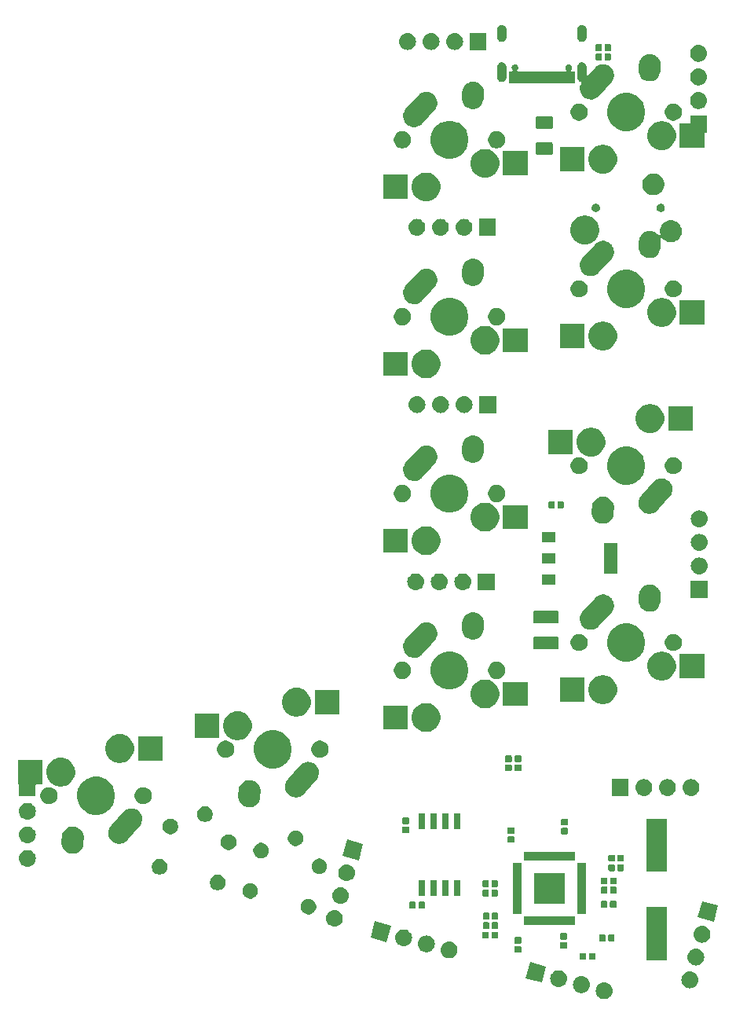
<source format=gbr>
G04 #@! TF.GenerationSoftware,KiCad,Pcbnew,(5.1.4)-1*
G04 #@! TF.CreationDate,2023-06-13T20:25:11-04:00*
G04 #@! TF.ProjectId,ThumbsUp,5468756d-6273-4557-902e-6b696361645f,rev?*
G04 #@! TF.SameCoordinates,Original*
G04 #@! TF.FileFunction,Soldermask,Bot*
G04 #@! TF.FilePolarity,Negative*
%FSLAX46Y46*%
G04 Gerber Fmt 4.6, Leading zero omitted, Abs format (unit mm)*
G04 Created by KiCad (PCBNEW (5.1.4)-1) date 2023-06-13 20:25:11*
%MOMM*%
%LPD*%
G04 APERTURE LIST*
%ADD10C,0.100000*%
G04 APERTURE END LIST*
D10*
G36*
X118803587Y-472190671D02*
G01*
X118869772Y-472197190D01*
X119039611Y-472248710D01*
X119196136Y-472332375D01*
X119231874Y-472361705D01*
X119333331Y-472444967D01*
X119416593Y-472546424D01*
X119445923Y-472582162D01*
X119529588Y-472738687D01*
X119581108Y-472908526D01*
X119598504Y-473085153D01*
X119581108Y-473261780D01*
X119529588Y-473431619D01*
X119445923Y-473588144D01*
X119416593Y-473623882D01*
X119333331Y-473725339D01*
X119231874Y-473808601D01*
X119196136Y-473837931D01*
X119039611Y-473921596D01*
X118869772Y-473973116D01*
X118803587Y-473979635D01*
X118737405Y-473986153D01*
X118648885Y-473986153D01*
X118582703Y-473979635D01*
X118516518Y-473973116D01*
X118346679Y-473921596D01*
X118190154Y-473837931D01*
X118154416Y-473808601D01*
X118052959Y-473725339D01*
X117969697Y-473623882D01*
X117940367Y-473588144D01*
X117856702Y-473431619D01*
X117805182Y-473261780D01*
X117787786Y-473085153D01*
X117805182Y-472908526D01*
X117856702Y-472738687D01*
X117940367Y-472582162D01*
X117969697Y-472546424D01*
X118052959Y-472444967D01*
X118154416Y-472361705D01*
X118190154Y-472332375D01*
X118346679Y-472248710D01*
X118516518Y-472197190D01*
X118582703Y-472190671D01*
X118648885Y-472184153D01*
X118737405Y-472184153D01*
X118803587Y-472190671D01*
X118803587Y-472190671D01*
G37*
G36*
X116350136Y-471533272D02*
G01*
X116416320Y-471539790D01*
X116586159Y-471591310D01*
X116742684Y-471674975D01*
X116778422Y-471704305D01*
X116879879Y-471787567D01*
X116963141Y-471889024D01*
X116992471Y-471924762D01*
X117076136Y-472081287D01*
X117127656Y-472251126D01*
X117145052Y-472427753D01*
X117127656Y-472604380D01*
X117076136Y-472774219D01*
X116992471Y-472930744D01*
X116963141Y-472966482D01*
X116879879Y-473067939D01*
X116778422Y-473151201D01*
X116742684Y-473180531D01*
X116586159Y-473264196D01*
X116416320Y-473315716D01*
X116350135Y-473322235D01*
X116283953Y-473328753D01*
X116195433Y-473328753D01*
X116129251Y-473322235D01*
X116063066Y-473315716D01*
X115893227Y-473264196D01*
X115736702Y-473180531D01*
X115700964Y-473151201D01*
X115599507Y-473067939D01*
X115516245Y-472966482D01*
X115486915Y-472930744D01*
X115403250Y-472774219D01*
X115351730Y-472604380D01*
X115334334Y-472427753D01*
X115351730Y-472251126D01*
X115403250Y-472081287D01*
X115486915Y-471924762D01*
X115516245Y-471889024D01*
X115599507Y-471787567D01*
X115700964Y-471704305D01*
X115736702Y-471674975D01*
X115893227Y-471591310D01*
X116063066Y-471539790D01*
X116129250Y-471533272D01*
X116195433Y-471526753D01*
X116283953Y-471526753D01*
X116350136Y-471533272D01*
X116350136Y-471533272D01*
G37*
G36*
X128034119Y-471017573D02*
G01*
X128109416Y-471024989D01*
X128279255Y-471076509D01*
X128435780Y-471160174D01*
X128471518Y-471189504D01*
X128572975Y-471272766D01*
X128656237Y-471374223D01*
X128685567Y-471409961D01*
X128769232Y-471566486D01*
X128820752Y-471736325D01*
X128838148Y-471912952D01*
X128820752Y-472089579D01*
X128769232Y-472259418D01*
X128685567Y-472415943D01*
X128661747Y-472444967D01*
X128572975Y-472553138D01*
X128471518Y-472636400D01*
X128435780Y-472665730D01*
X128279255Y-472749395D01*
X128109416Y-472800915D01*
X128043232Y-472807433D01*
X127977049Y-472813952D01*
X127888529Y-472813952D01*
X127822346Y-472807433D01*
X127756162Y-472800915D01*
X127586323Y-472749395D01*
X127429798Y-472665730D01*
X127394060Y-472636400D01*
X127292603Y-472553138D01*
X127203831Y-472444967D01*
X127180011Y-472415943D01*
X127096346Y-472259418D01*
X127044826Y-472089579D01*
X127027430Y-471912952D01*
X127044826Y-471736325D01*
X127096346Y-471566486D01*
X127180011Y-471409961D01*
X127209341Y-471374223D01*
X127292603Y-471272766D01*
X127394060Y-471189504D01*
X127429798Y-471160174D01*
X127586323Y-471076509D01*
X127756162Y-471024989D01*
X127831459Y-471017573D01*
X127888529Y-471011952D01*
X127977049Y-471011952D01*
X128034119Y-471017573D01*
X128034119Y-471017573D01*
G37*
G36*
X113896685Y-470875871D02*
G01*
X113962869Y-470882389D01*
X114132708Y-470933909D01*
X114289233Y-471017574D01*
X114298268Y-471024989D01*
X114426428Y-471130166D01*
X114509690Y-471231623D01*
X114539020Y-471267361D01*
X114622685Y-471423886D01*
X114674205Y-471593725D01*
X114691601Y-471770352D01*
X114674205Y-471946979D01*
X114622685Y-472116818D01*
X114539020Y-472273343D01*
X114509690Y-472309081D01*
X114426428Y-472410538D01*
X114324971Y-472493800D01*
X114289233Y-472523130D01*
X114132708Y-472606795D01*
X113962869Y-472658315D01*
X113896684Y-472664834D01*
X113830502Y-472671352D01*
X113741982Y-472671352D01*
X113675800Y-472664834D01*
X113609615Y-472658315D01*
X113439776Y-472606795D01*
X113283251Y-472523130D01*
X113247513Y-472493800D01*
X113146056Y-472410538D01*
X113062794Y-472309081D01*
X113033464Y-472273343D01*
X112949799Y-472116818D01*
X112898279Y-471946979D01*
X112880883Y-471770352D01*
X112898279Y-471593725D01*
X112949799Y-471423886D01*
X113033464Y-471267361D01*
X113062794Y-471231623D01*
X113146056Y-471130166D01*
X113274216Y-471024989D01*
X113283251Y-471017574D01*
X113439776Y-470933909D01*
X113609615Y-470882389D01*
X113675799Y-470875871D01*
X113741982Y-470869352D01*
X113830502Y-470869352D01*
X113896685Y-470875871D01*
X113896685Y-470875871D01*
G37*
G36*
X112436285Y-470475849D02*
G01*
X111969893Y-472216447D01*
X110229295Y-471750055D01*
X110695687Y-470009457D01*
X112436285Y-470475849D01*
X112436285Y-470475849D01*
G37*
G36*
X128700632Y-468565019D02*
G01*
X128766816Y-468571537D01*
X128936655Y-468623057D01*
X129093180Y-468706722D01*
X129128918Y-468736052D01*
X129230375Y-468819314D01*
X129294586Y-468897557D01*
X129342967Y-468956509D01*
X129342968Y-468956511D01*
X129404936Y-469072443D01*
X129426632Y-469113034D01*
X129478152Y-469282873D01*
X129495548Y-469459500D01*
X129478152Y-469636127D01*
X129426632Y-469805966D01*
X129342967Y-469962491D01*
X129313637Y-469998229D01*
X129230375Y-470099686D01*
X129128918Y-470182948D01*
X129093180Y-470212278D01*
X128936655Y-470295943D01*
X128766816Y-470347463D01*
X128700632Y-470353981D01*
X128634449Y-470360500D01*
X128545929Y-470360500D01*
X128479746Y-470353981D01*
X128413562Y-470347463D01*
X128243723Y-470295943D01*
X128087198Y-470212278D01*
X128051460Y-470182948D01*
X127950003Y-470099686D01*
X127866741Y-469998229D01*
X127837411Y-469962491D01*
X127753746Y-469805966D01*
X127702226Y-469636127D01*
X127684830Y-469459500D01*
X127702226Y-469282873D01*
X127753746Y-469113034D01*
X127775443Y-469072443D01*
X127837410Y-468956511D01*
X127837411Y-468956509D01*
X127885792Y-468897557D01*
X127950003Y-468819314D01*
X128051460Y-468736052D01*
X128087198Y-468706722D01*
X128243723Y-468623057D01*
X128413562Y-468571537D01*
X128479746Y-468565019D01*
X128545929Y-468558500D01*
X128634449Y-468558500D01*
X128700632Y-468565019D01*
X128700632Y-468565019D01*
G37*
G36*
X125451000Y-469776000D02*
G01*
X123249000Y-469776000D01*
X123249000Y-464074000D01*
X125451000Y-464074000D01*
X125451000Y-469776000D01*
X125451000Y-469776000D01*
G37*
G36*
X117651938Y-469006716D02*
G01*
X117672557Y-469012971D01*
X117691553Y-469023124D01*
X117708208Y-469036792D01*
X117721876Y-469053447D01*
X117732029Y-469072443D01*
X117738284Y-469093062D01*
X117741000Y-469120640D01*
X117741000Y-469629360D01*
X117738284Y-469656938D01*
X117732029Y-469677557D01*
X117721876Y-469696553D01*
X117708208Y-469713208D01*
X117691553Y-469726876D01*
X117672557Y-469737029D01*
X117651938Y-469743284D01*
X117624360Y-469746000D01*
X117165640Y-469746000D01*
X117138062Y-469743284D01*
X117117443Y-469737029D01*
X117098447Y-469726876D01*
X117081792Y-469713208D01*
X117068124Y-469696553D01*
X117057971Y-469677557D01*
X117051716Y-469656938D01*
X117049000Y-469629360D01*
X117049000Y-469120640D01*
X117051716Y-469093062D01*
X117057971Y-469072443D01*
X117068124Y-469053447D01*
X117081792Y-469036792D01*
X117098447Y-469023124D01*
X117117443Y-469012971D01*
X117138062Y-469006716D01*
X117165640Y-469004000D01*
X117624360Y-469004000D01*
X117651938Y-469006716D01*
X117651938Y-469006716D01*
G37*
G36*
X116681938Y-469006716D02*
G01*
X116702557Y-469012971D01*
X116721553Y-469023124D01*
X116738208Y-469036792D01*
X116751876Y-469053447D01*
X116762029Y-469072443D01*
X116768284Y-469093062D01*
X116771000Y-469120640D01*
X116771000Y-469629360D01*
X116768284Y-469656938D01*
X116762029Y-469677557D01*
X116751876Y-469696553D01*
X116738208Y-469713208D01*
X116721553Y-469726876D01*
X116702557Y-469737029D01*
X116681938Y-469743284D01*
X116654360Y-469746000D01*
X116195640Y-469746000D01*
X116168062Y-469743284D01*
X116147443Y-469737029D01*
X116128447Y-469726876D01*
X116111792Y-469713208D01*
X116098124Y-469696553D01*
X116087971Y-469677557D01*
X116081716Y-469656938D01*
X116079000Y-469629360D01*
X116079000Y-469120640D01*
X116081716Y-469093062D01*
X116087971Y-469072443D01*
X116098124Y-469053447D01*
X116111792Y-469036792D01*
X116128447Y-469023124D01*
X116147443Y-469012971D01*
X116168062Y-469006716D01*
X116195640Y-469004000D01*
X116654360Y-469004000D01*
X116681938Y-469006716D01*
X116681938Y-469006716D01*
G37*
G36*
X102103586Y-467790672D02*
G01*
X102169771Y-467797191D01*
X102339610Y-467848711D01*
X102339612Y-467848712D01*
X102354652Y-467856751D01*
X102496135Y-467932376D01*
X102524672Y-467955796D01*
X102633330Y-468044968D01*
X102716592Y-468146425D01*
X102745922Y-468182163D01*
X102745923Y-468182165D01*
X102821441Y-468323447D01*
X102829587Y-468338688D01*
X102881107Y-468508527D01*
X102898503Y-468685154D01*
X102881107Y-468861781D01*
X102832164Y-469023124D01*
X102829586Y-469031622D01*
X102803254Y-469080886D01*
X102745922Y-469188145D01*
X102716592Y-469223883D01*
X102633330Y-469325340D01*
X102531873Y-469408602D01*
X102496135Y-469437932D01*
X102339610Y-469521597D01*
X102169771Y-469573117D01*
X102103586Y-469579636D01*
X102037404Y-469586154D01*
X101948884Y-469586154D01*
X101882702Y-469579636D01*
X101816517Y-469573117D01*
X101646678Y-469521597D01*
X101490153Y-469437932D01*
X101454415Y-469408602D01*
X101352958Y-469325340D01*
X101269696Y-469223883D01*
X101240366Y-469188145D01*
X101183034Y-469080886D01*
X101156702Y-469031622D01*
X101154124Y-469023124D01*
X101105181Y-468861781D01*
X101087785Y-468685154D01*
X101105181Y-468508527D01*
X101156701Y-468338688D01*
X101164848Y-468323447D01*
X101240365Y-468182165D01*
X101240366Y-468182163D01*
X101269696Y-468146425D01*
X101352958Y-468044968D01*
X101461616Y-467955796D01*
X101490153Y-467932376D01*
X101631636Y-467856751D01*
X101646676Y-467848712D01*
X101646678Y-467848711D01*
X101816517Y-467797191D01*
X101882702Y-467790672D01*
X101948884Y-467784154D01*
X102037404Y-467784154D01*
X102103586Y-467790672D01*
X102103586Y-467790672D01*
G37*
G36*
X109681938Y-468276716D02*
G01*
X109702557Y-468282971D01*
X109721553Y-468293124D01*
X109738208Y-468306792D01*
X109751876Y-468323447D01*
X109762029Y-468342443D01*
X109768284Y-468363062D01*
X109771000Y-468390640D01*
X109771000Y-468849360D01*
X109768284Y-468876938D01*
X109762029Y-468897557D01*
X109751876Y-468916553D01*
X109738208Y-468933208D01*
X109721553Y-468946876D01*
X109702557Y-468957029D01*
X109681938Y-468963284D01*
X109654360Y-468966000D01*
X109145640Y-468966000D01*
X109118062Y-468963284D01*
X109097443Y-468957029D01*
X109078447Y-468946876D01*
X109061792Y-468933208D01*
X109048124Y-468916553D01*
X109037971Y-468897557D01*
X109031716Y-468876938D01*
X109029000Y-468849360D01*
X109029000Y-468390640D01*
X109031716Y-468363062D01*
X109037971Y-468342443D01*
X109048124Y-468323447D01*
X109061792Y-468306792D01*
X109078447Y-468293124D01*
X109097443Y-468282971D01*
X109118062Y-468276716D01*
X109145640Y-468274000D01*
X109654360Y-468274000D01*
X109681938Y-468276716D01*
X109681938Y-468276716D01*
G37*
G36*
X99650134Y-467133272D02*
G01*
X99716319Y-467139791D01*
X99886158Y-467191311D01*
X100042683Y-467274976D01*
X100078049Y-467304000D01*
X100179878Y-467387568D01*
X100253272Y-467477000D01*
X100292470Y-467524763D01*
X100376135Y-467681288D01*
X100427655Y-467851127D01*
X100445051Y-468027754D01*
X100427655Y-468204381D01*
X100376135Y-468374220D01*
X100292470Y-468530745D01*
X100269692Y-468558500D01*
X100179878Y-468667940D01*
X100078421Y-468751202D01*
X100042683Y-468780532D01*
X99886158Y-468864197D01*
X99716319Y-468915717D01*
X99650134Y-468922236D01*
X99583952Y-468928754D01*
X99495432Y-468928754D01*
X99429250Y-468922236D01*
X99363065Y-468915717D01*
X99193226Y-468864197D01*
X99036701Y-468780532D01*
X99000963Y-468751202D01*
X98899506Y-468667940D01*
X98809692Y-468558500D01*
X98786914Y-468530745D01*
X98703249Y-468374220D01*
X98651729Y-468204381D01*
X98634333Y-468027754D01*
X98651729Y-467851127D01*
X98703249Y-467681288D01*
X98786914Y-467524763D01*
X98826112Y-467477000D01*
X98899506Y-467387568D01*
X99001335Y-467304000D01*
X99036701Y-467274976D01*
X99193226Y-467191311D01*
X99363065Y-467139791D01*
X99429250Y-467133272D01*
X99495432Y-467126754D01*
X99583952Y-467126754D01*
X99650134Y-467133272D01*
X99650134Y-467133272D01*
G37*
G36*
X114606938Y-467851716D02*
G01*
X114627557Y-467857971D01*
X114646553Y-467868124D01*
X114663208Y-467881792D01*
X114676876Y-467898447D01*
X114687029Y-467917443D01*
X114693284Y-467938062D01*
X114696000Y-467965640D01*
X114696000Y-468424360D01*
X114693284Y-468451938D01*
X114687029Y-468472557D01*
X114676876Y-468491553D01*
X114663208Y-468508208D01*
X114646553Y-468521876D01*
X114627557Y-468532029D01*
X114606938Y-468538284D01*
X114579360Y-468541000D01*
X114070640Y-468541000D01*
X114043062Y-468538284D01*
X114022443Y-468532029D01*
X114003447Y-468521876D01*
X113986792Y-468508208D01*
X113973124Y-468491553D01*
X113962971Y-468472557D01*
X113956716Y-468451938D01*
X113954000Y-468424360D01*
X113954000Y-467965640D01*
X113956716Y-467938062D01*
X113962971Y-467917443D01*
X113973124Y-467898447D01*
X113986792Y-467881792D01*
X114003447Y-467868124D01*
X114022443Y-467857971D01*
X114043062Y-467851716D01*
X114070640Y-467849000D01*
X114579360Y-467849000D01*
X114606938Y-467851716D01*
X114606938Y-467851716D01*
G37*
G36*
X97196683Y-466475871D02*
G01*
X97262868Y-466482390D01*
X97432707Y-466533910D01*
X97589232Y-466617575D01*
X97624970Y-466646905D01*
X97726427Y-466730167D01*
X97807882Y-466829422D01*
X97839019Y-466867362D01*
X97922684Y-467023887D01*
X97974204Y-467193726D01*
X97991600Y-467370353D01*
X97974204Y-467546980D01*
X97933462Y-467681288D01*
X97922683Y-467716821D01*
X97900762Y-467757831D01*
X97839019Y-467873344D01*
X97826003Y-467889204D01*
X97726427Y-468010539D01*
X97624970Y-468093801D01*
X97589232Y-468123131D01*
X97432707Y-468206796D01*
X97262868Y-468258316D01*
X97196683Y-468264835D01*
X97130501Y-468271353D01*
X97041981Y-468271353D01*
X96975799Y-468264835D01*
X96909614Y-468258316D01*
X96739775Y-468206796D01*
X96583250Y-468123131D01*
X96547512Y-468093801D01*
X96446055Y-468010539D01*
X96346479Y-467889204D01*
X96333463Y-467873344D01*
X96271720Y-467757831D01*
X96249799Y-467716821D01*
X96239020Y-467681288D01*
X96198278Y-467546980D01*
X96180882Y-467370353D01*
X96198278Y-467193726D01*
X96249798Y-467023887D01*
X96333463Y-466867362D01*
X96364600Y-466829422D01*
X96446055Y-466730167D01*
X96547512Y-466646905D01*
X96583250Y-466617575D01*
X96739775Y-466533910D01*
X96909614Y-466482390D01*
X96975799Y-466475871D01*
X97041981Y-466469353D01*
X97130501Y-466469353D01*
X97196683Y-466475871D01*
X97196683Y-466475871D01*
G37*
G36*
X109681938Y-467306716D02*
G01*
X109702557Y-467312971D01*
X109721553Y-467323124D01*
X109738208Y-467336792D01*
X109751876Y-467353447D01*
X109762029Y-467372443D01*
X109768284Y-467393062D01*
X109771000Y-467420640D01*
X109771000Y-467879360D01*
X109768284Y-467906938D01*
X109762029Y-467927557D01*
X109751876Y-467946553D01*
X109738208Y-467963208D01*
X109721553Y-467976876D01*
X109702557Y-467987029D01*
X109681938Y-467993284D01*
X109654360Y-467996000D01*
X109145640Y-467996000D01*
X109118062Y-467993284D01*
X109097443Y-467987029D01*
X109078447Y-467976876D01*
X109061792Y-467963208D01*
X109048124Y-467946553D01*
X109037971Y-467927557D01*
X109031716Y-467906938D01*
X109029000Y-467879360D01*
X109029000Y-467420640D01*
X109031716Y-467393062D01*
X109037971Y-467372443D01*
X109048124Y-467353447D01*
X109061792Y-467336792D01*
X109078447Y-467323124D01*
X109097443Y-467312971D01*
X109118062Y-467306716D01*
X109145640Y-467304000D01*
X109654360Y-467304000D01*
X109681938Y-467306716D01*
X109681938Y-467306716D01*
G37*
G36*
X129358033Y-466111568D02*
G01*
X129424217Y-466118086D01*
X129594056Y-466169606D01*
X129750581Y-466253271D01*
X129768528Y-466268000D01*
X129887776Y-466365863D01*
X129947209Y-466438284D01*
X130000368Y-466503058D01*
X130084033Y-466659583D01*
X130135553Y-466829422D01*
X130152949Y-467006049D01*
X130135553Y-467182676D01*
X130084033Y-467352515D01*
X130000368Y-467509040D01*
X129976430Y-467538208D01*
X129887776Y-467646235D01*
X129819146Y-467702557D01*
X129750581Y-467758827D01*
X129594056Y-467842492D01*
X129424217Y-467894012D01*
X129366759Y-467899671D01*
X129291850Y-467907049D01*
X129203330Y-467907049D01*
X129128421Y-467899671D01*
X129070963Y-467894012D01*
X128901124Y-467842492D01*
X128744599Y-467758827D01*
X128676034Y-467702557D01*
X128607404Y-467646235D01*
X128518750Y-467538208D01*
X128494812Y-467509040D01*
X128411147Y-467352515D01*
X128359627Y-467182676D01*
X128342231Y-467006049D01*
X128359627Y-466829422D01*
X128411147Y-466659583D01*
X128494812Y-466503058D01*
X128547971Y-466438284D01*
X128607404Y-466365863D01*
X128726652Y-466268000D01*
X128744599Y-466253271D01*
X128901124Y-466169606D01*
X129070963Y-466118086D01*
X129137147Y-466111568D01*
X129203330Y-466105049D01*
X129291850Y-466105049D01*
X129358033Y-466111568D01*
X129358033Y-466111568D01*
G37*
G36*
X95736284Y-466075850D02*
G01*
X95269892Y-467816448D01*
X93529294Y-467350056D01*
X93995686Y-465609458D01*
X95736284Y-466075850D01*
X95736284Y-466075850D01*
G37*
G36*
X119741938Y-467031716D02*
G01*
X119762557Y-467037971D01*
X119781553Y-467048124D01*
X119798208Y-467061792D01*
X119811876Y-467078447D01*
X119822029Y-467097443D01*
X119828284Y-467118062D01*
X119831000Y-467145640D01*
X119831000Y-467654360D01*
X119828284Y-467681938D01*
X119822029Y-467702557D01*
X119811876Y-467721553D01*
X119798208Y-467738208D01*
X119781553Y-467751876D01*
X119762557Y-467762029D01*
X119741938Y-467768284D01*
X119714360Y-467771000D01*
X119255640Y-467771000D01*
X119228062Y-467768284D01*
X119207443Y-467762029D01*
X119188447Y-467751876D01*
X119171792Y-467738208D01*
X119158124Y-467721553D01*
X119147971Y-467702557D01*
X119141716Y-467681938D01*
X119139000Y-467654360D01*
X119139000Y-467145640D01*
X119141716Y-467118062D01*
X119147971Y-467097443D01*
X119158124Y-467078447D01*
X119171792Y-467061792D01*
X119188447Y-467048124D01*
X119207443Y-467037971D01*
X119228062Y-467031716D01*
X119255640Y-467029000D01*
X119714360Y-467029000D01*
X119741938Y-467031716D01*
X119741938Y-467031716D01*
G37*
G36*
X118771938Y-467031716D02*
G01*
X118792557Y-467037971D01*
X118811553Y-467048124D01*
X118828208Y-467061792D01*
X118841876Y-467078447D01*
X118852029Y-467097443D01*
X118858284Y-467118062D01*
X118861000Y-467145640D01*
X118861000Y-467654360D01*
X118858284Y-467681938D01*
X118852029Y-467702557D01*
X118841876Y-467721553D01*
X118828208Y-467738208D01*
X118811553Y-467751876D01*
X118792557Y-467762029D01*
X118771938Y-467768284D01*
X118744360Y-467771000D01*
X118285640Y-467771000D01*
X118258062Y-467768284D01*
X118237443Y-467762029D01*
X118218447Y-467751876D01*
X118201792Y-467738208D01*
X118188124Y-467721553D01*
X118177971Y-467702557D01*
X118171716Y-467681938D01*
X118169000Y-467654360D01*
X118169000Y-467145640D01*
X118171716Y-467118062D01*
X118177971Y-467097443D01*
X118188124Y-467078447D01*
X118201792Y-467061792D01*
X118218447Y-467048124D01*
X118237443Y-467037971D01*
X118258062Y-467031716D01*
X118285640Y-467029000D01*
X118744360Y-467029000D01*
X118771938Y-467031716D01*
X118771938Y-467031716D01*
G37*
G36*
X114606938Y-466881716D02*
G01*
X114627557Y-466887971D01*
X114646553Y-466898124D01*
X114663208Y-466911792D01*
X114676876Y-466928447D01*
X114687029Y-466947443D01*
X114693284Y-466968062D01*
X114696000Y-466995640D01*
X114696000Y-467454360D01*
X114693284Y-467481938D01*
X114687029Y-467502557D01*
X114676876Y-467521553D01*
X114663208Y-467538208D01*
X114646553Y-467551876D01*
X114627557Y-467562029D01*
X114606938Y-467568284D01*
X114579360Y-467571000D01*
X114070640Y-467571000D01*
X114043062Y-467568284D01*
X114022443Y-467562029D01*
X114003447Y-467551876D01*
X113986792Y-467538208D01*
X113973124Y-467521553D01*
X113962971Y-467502557D01*
X113956716Y-467481938D01*
X113954000Y-467454360D01*
X113954000Y-466995640D01*
X113956716Y-466968062D01*
X113962971Y-466947443D01*
X113973124Y-466928447D01*
X113986792Y-466911792D01*
X114003447Y-466898124D01*
X114022443Y-466887971D01*
X114043062Y-466881716D01*
X114070640Y-466879000D01*
X114579360Y-466879000D01*
X114606938Y-466881716D01*
X114606938Y-466881716D01*
G37*
G36*
X106196938Y-466721716D02*
G01*
X106217557Y-466727971D01*
X106236553Y-466738124D01*
X106253208Y-466751792D01*
X106266876Y-466768447D01*
X106277029Y-466787443D01*
X106283284Y-466808062D01*
X106286000Y-466835640D01*
X106286000Y-467344360D01*
X106283284Y-467371938D01*
X106277029Y-467392557D01*
X106266876Y-467411553D01*
X106253208Y-467428208D01*
X106236553Y-467441876D01*
X106217557Y-467452029D01*
X106196938Y-467458284D01*
X106169360Y-467461000D01*
X105710640Y-467461000D01*
X105683062Y-467458284D01*
X105662443Y-467452029D01*
X105643447Y-467441876D01*
X105626792Y-467428208D01*
X105613124Y-467411553D01*
X105602971Y-467392557D01*
X105596716Y-467371938D01*
X105594000Y-467344360D01*
X105594000Y-466835640D01*
X105596716Y-466808062D01*
X105602971Y-466787443D01*
X105613124Y-466768447D01*
X105626792Y-466751792D01*
X105643447Y-466738124D01*
X105662443Y-466727971D01*
X105683062Y-466721716D01*
X105710640Y-466719000D01*
X106169360Y-466719000D01*
X106196938Y-466721716D01*
X106196938Y-466721716D01*
G37*
G36*
X107166938Y-466721716D02*
G01*
X107187557Y-466727971D01*
X107206553Y-466738124D01*
X107223208Y-466751792D01*
X107236876Y-466768447D01*
X107247029Y-466787443D01*
X107253284Y-466808062D01*
X107256000Y-466835640D01*
X107256000Y-467344360D01*
X107253284Y-467371938D01*
X107247029Y-467392557D01*
X107236876Y-467411553D01*
X107223208Y-467428208D01*
X107206553Y-467441876D01*
X107187557Y-467452029D01*
X107166938Y-467458284D01*
X107139360Y-467461000D01*
X106680640Y-467461000D01*
X106653062Y-467458284D01*
X106632443Y-467452029D01*
X106613447Y-467441876D01*
X106596792Y-467428208D01*
X106583124Y-467411553D01*
X106572971Y-467392557D01*
X106566716Y-467371938D01*
X106564000Y-467344360D01*
X106564000Y-466835640D01*
X106566716Y-466808062D01*
X106572971Y-466787443D01*
X106583124Y-466768447D01*
X106596792Y-466751792D01*
X106613447Y-466738124D01*
X106632443Y-466727971D01*
X106653062Y-466721716D01*
X106680640Y-466719000D01*
X107139360Y-466719000D01*
X107166938Y-466721716D01*
X107166938Y-466721716D01*
G37*
G36*
X106216938Y-465701716D02*
G01*
X106237557Y-465707971D01*
X106256553Y-465718124D01*
X106273208Y-465731792D01*
X106286876Y-465748447D01*
X106297029Y-465767443D01*
X106303284Y-465788062D01*
X106306000Y-465815640D01*
X106306000Y-466324360D01*
X106303284Y-466351938D01*
X106297029Y-466372557D01*
X106286876Y-466391553D01*
X106273208Y-466408208D01*
X106256553Y-466421876D01*
X106237557Y-466432029D01*
X106216938Y-466438284D01*
X106189360Y-466441000D01*
X105730640Y-466441000D01*
X105703062Y-466438284D01*
X105682443Y-466432029D01*
X105663447Y-466421876D01*
X105646792Y-466408208D01*
X105633124Y-466391553D01*
X105622971Y-466372557D01*
X105616716Y-466351938D01*
X105614000Y-466324360D01*
X105614000Y-465815640D01*
X105616716Y-465788062D01*
X105622971Y-465767443D01*
X105633124Y-465748447D01*
X105646792Y-465731792D01*
X105663447Y-465718124D01*
X105682443Y-465707971D01*
X105703062Y-465701716D01*
X105730640Y-465699000D01*
X106189360Y-465699000D01*
X106216938Y-465701716D01*
X106216938Y-465701716D01*
G37*
G36*
X107186938Y-465701716D02*
G01*
X107207557Y-465707971D01*
X107226553Y-465718124D01*
X107243208Y-465731792D01*
X107256876Y-465748447D01*
X107267029Y-465767443D01*
X107273284Y-465788062D01*
X107276000Y-465815640D01*
X107276000Y-466324360D01*
X107273284Y-466351938D01*
X107267029Y-466372557D01*
X107256876Y-466391553D01*
X107243208Y-466408208D01*
X107226553Y-466421876D01*
X107207557Y-466432029D01*
X107186938Y-466438284D01*
X107159360Y-466441000D01*
X106700640Y-466441000D01*
X106673062Y-466438284D01*
X106652443Y-466432029D01*
X106633447Y-466421876D01*
X106616792Y-466408208D01*
X106603124Y-466391553D01*
X106592971Y-466372557D01*
X106586716Y-466351938D01*
X106584000Y-466324360D01*
X106584000Y-465815640D01*
X106586716Y-465788062D01*
X106592971Y-465767443D01*
X106603124Y-465748447D01*
X106616792Y-465731792D01*
X106633447Y-465718124D01*
X106652443Y-465707971D01*
X106673062Y-465701716D01*
X106700640Y-465699000D01*
X107159360Y-465699000D01*
X107186938Y-465701716D01*
X107186938Y-465701716D01*
G37*
G36*
X89738399Y-464377339D02*
G01*
X89804583Y-464383857D01*
X89974422Y-464435377D01*
X90130947Y-464519042D01*
X90166685Y-464548372D01*
X90268142Y-464631634D01*
X90330941Y-464708156D01*
X90380734Y-464768829D01*
X90464399Y-464925354D01*
X90515919Y-465095193D01*
X90533315Y-465271820D01*
X90515919Y-465448447D01*
X90464399Y-465618286D01*
X90380734Y-465774811D01*
X90369859Y-465788062D01*
X90268142Y-465912006D01*
X90166685Y-465995268D01*
X90130947Y-466024598D01*
X89974422Y-466108263D01*
X89804583Y-466159783D01*
X89738398Y-466166302D01*
X89672216Y-466172820D01*
X89583696Y-466172820D01*
X89517514Y-466166302D01*
X89451329Y-466159783D01*
X89281490Y-466108263D01*
X89124965Y-466024598D01*
X89089227Y-465995268D01*
X88987770Y-465912006D01*
X88886053Y-465788062D01*
X88875178Y-465774811D01*
X88791513Y-465618286D01*
X88739993Y-465448447D01*
X88722597Y-465271820D01*
X88739993Y-465095193D01*
X88791513Y-464925354D01*
X88875178Y-464768829D01*
X88924971Y-464708156D01*
X88987770Y-464631634D01*
X89089227Y-464548372D01*
X89124965Y-464519042D01*
X89281490Y-464435377D01*
X89451329Y-464383857D01*
X89517513Y-464377339D01*
X89583696Y-464370820D01*
X89672216Y-464370820D01*
X89738399Y-464377339D01*
X89738399Y-464377339D01*
G37*
G36*
X115551000Y-465976000D02*
G01*
X110049000Y-465976000D01*
X110049000Y-465024000D01*
X115551000Y-465024000D01*
X115551000Y-465976000D01*
X115551000Y-465976000D01*
G37*
G36*
X131008485Y-463915494D02*
G01*
X130542093Y-465656092D01*
X128801495Y-465189700D01*
X129267887Y-463449102D01*
X131008485Y-463915494D01*
X131008485Y-463915494D01*
G37*
G36*
X106221938Y-464681716D02*
G01*
X106242557Y-464687971D01*
X106261553Y-464698124D01*
X106278208Y-464711792D01*
X106291876Y-464728447D01*
X106302029Y-464747443D01*
X106308284Y-464768062D01*
X106311000Y-464795640D01*
X106311000Y-465304360D01*
X106308284Y-465331938D01*
X106302029Y-465352557D01*
X106291876Y-465371553D01*
X106278208Y-465388208D01*
X106261553Y-465401876D01*
X106242557Y-465412029D01*
X106221938Y-465418284D01*
X106194360Y-465421000D01*
X105735640Y-465421000D01*
X105708062Y-465418284D01*
X105687443Y-465412029D01*
X105668447Y-465401876D01*
X105651792Y-465388208D01*
X105638124Y-465371553D01*
X105627971Y-465352557D01*
X105621716Y-465331938D01*
X105619000Y-465304360D01*
X105619000Y-464795640D01*
X105621716Y-464768062D01*
X105627971Y-464747443D01*
X105638124Y-464728447D01*
X105651792Y-464711792D01*
X105668447Y-464698124D01*
X105687443Y-464687971D01*
X105708062Y-464681716D01*
X105735640Y-464679000D01*
X106194360Y-464679000D01*
X106221938Y-464681716D01*
X106221938Y-464681716D01*
G37*
G36*
X107191938Y-464681716D02*
G01*
X107212557Y-464687971D01*
X107231553Y-464698124D01*
X107248208Y-464711792D01*
X107261876Y-464728447D01*
X107272029Y-464747443D01*
X107278284Y-464768062D01*
X107281000Y-464795640D01*
X107281000Y-465304360D01*
X107278284Y-465331938D01*
X107272029Y-465352557D01*
X107261876Y-465371553D01*
X107248208Y-465388208D01*
X107231553Y-465401876D01*
X107212557Y-465412029D01*
X107191938Y-465418284D01*
X107164360Y-465421000D01*
X106705640Y-465421000D01*
X106678062Y-465418284D01*
X106657443Y-465412029D01*
X106638447Y-465401876D01*
X106621792Y-465388208D01*
X106608124Y-465371553D01*
X106597971Y-465352557D01*
X106591716Y-465331938D01*
X106589000Y-465304360D01*
X106589000Y-464795640D01*
X106591716Y-464768062D01*
X106597971Y-464747443D01*
X106608124Y-464728447D01*
X106621792Y-464711792D01*
X106638447Y-464698124D01*
X106657443Y-464687971D01*
X106678062Y-464681716D01*
X106705640Y-464679000D01*
X107164360Y-464679000D01*
X107191938Y-464681716D01*
X107191938Y-464681716D01*
G37*
G36*
X87071239Y-463212676D02*
G01*
X87223836Y-463275883D01*
X87361170Y-463367647D01*
X87477964Y-463484441D01*
X87569728Y-463621775D01*
X87632935Y-463774372D01*
X87665158Y-463936367D01*
X87665158Y-464101539D01*
X87632935Y-464263534D01*
X87569728Y-464416131D01*
X87477964Y-464553465D01*
X87361170Y-464670259D01*
X87223836Y-464762023D01*
X87071239Y-464825230D01*
X86909244Y-464857453D01*
X86744072Y-464857453D01*
X86582077Y-464825230D01*
X86429480Y-464762023D01*
X86292146Y-464670259D01*
X86175352Y-464553465D01*
X86083588Y-464416131D01*
X86020381Y-464263534D01*
X85988158Y-464101539D01*
X85988158Y-463936367D01*
X86020381Y-463774372D01*
X86083588Y-463621775D01*
X86175352Y-463484441D01*
X86292146Y-463367647D01*
X86429480Y-463275883D01*
X86582077Y-463212676D01*
X86744072Y-463180453D01*
X86909244Y-463180453D01*
X87071239Y-463212676D01*
X87071239Y-463212676D01*
G37*
G36*
X109826000Y-464801000D02*
G01*
X108874000Y-464801000D01*
X108874000Y-459299000D01*
X109826000Y-459299000D01*
X109826000Y-464801000D01*
X109826000Y-464801000D01*
G37*
G36*
X116726000Y-464801000D02*
G01*
X115774000Y-464801000D01*
X115774000Y-459299000D01*
X116726000Y-459299000D01*
X116726000Y-464801000D01*
X116726000Y-464801000D01*
G37*
G36*
X98311938Y-463491716D02*
G01*
X98332557Y-463497971D01*
X98351553Y-463508124D01*
X98368208Y-463521792D01*
X98381876Y-463538447D01*
X98392029Y-463557443D01*
X98398284Y-463578062D01*
X98401000Y-463605640D01*
X98401000Y-464114360D01*
X98398284Y-464141938D01*
X98392029Y-464162557D01*
X98381876Y-464181553D01*
X98368208Y-464198208D01*
X98351553Y-464211876D01*
X98332557Y-464222029D01*
X98311938Y-464228284D01*
X98284360Y-464231000D01*
X97825640Y-464231000D01*
X97798062Y-464228284D01*
X97777443Y-464222029D01*
X97758447Y-464211876D01*
X97741792Y-464198208D01*
X97728124Y-464181553D01*
X97717971Y-464162557D01*
X97711716Y-464141938D01*
X97709000Y-464114360D01*
X97709000Y-463605640D01*
X97711716Y-463578062D01*
X97717971Y-463557443D01*
X97728124Y-463538447D01*
X97741792Y-463521792D01*
X97758447Y-463508124D01*
X97777443Y-463497971D01*
X97798062Y-463491716D01*
X97825640Y-463489000D01*
X98284360Y-463489000D01*
X98311938Y-463491716D01*
X98311938Y-463491716D01*
G37*
G36*
X99281938Y-463491716D02*
G01*
X99302557Y-463497971D01*
X99321553Y-463508124D01*
X99338208Y-463521792D01*
X99351876Y-463538447D01*
X99362029Y-463557443D01*
X99368284Y-463578062D01*
X99371000Y-463605640D01*
X99371000Y-464114360D01*
X99368284Y-464141938D01*
X99362029Y-464162557D01*
X99351876Y-464181553D01*
X99338208Y-464198208D01*
X99321553Y-464211876D01*
X99302557Y-464222029D01*
X99281938Y-464228284D01*
X99254360Y-464231000D01*
X98795640Y-464231000D01*
X98768062Y-464228284D01*
X98747443Y-464222029D01*
X98728447Y-464211876D01*
X98711792Y-464198208D01*
X98698124Y-464181553D01*
X98687971Y-464162557D01*
X98681716Y-464141938D01*
X98679000Y-464114360D01*
X98679000Y-463605640D01*
X98681716Y-463578062D01*
X98687971Y-463557443D01*
X98698124Y-463538447D01*
X98711792Y-463521792D01*
X98728447Y-463508124D01*
X98747443Y-463497971D01*
X98768062Y-463491716D01*
X98795640Y-463489000D01*
X99254360Y-463489000D01*
X99281938Y-463491716D01*
X99281938Y-463491716D01*
G37*
G36*
X118956938Y-463406716D02*
G01*
X118977557Y-463412971D01*
X118996553Y-463423124D01*
X119013208Y-463436792D01*
X119026876Y-463453447D01*
X119037029Y-463472443D01*
X119043284Y-463493062D01*
X119046000Y-463520640D01*
X119046000Y-464029360D01*
X119043284Y-464056938D01*
X119037029Y-464077557D01*
X119026876Y-464096553D01*
X119013208Y-464113208D01*
X118996553Y-464126876D01*
X118977557Y-464137029D01*
X118956938Y-464143284D01*
X118929360Y-464146000D01*
X118470640Y-464146000D01*
X118443062Y-464143284D01*
X118422443Y-464137029D01*
X118403447Y-464126876D01*
X118386792Y-464113208D01*
X118373124Y-464096553D01*
X118362971Y-464077557D01*
X118356716Y-464056938D01*
X118354000Y-464029360D01*
X118354000Y-463520640D01*
X118356716Y-463493062D01*
X118362971Y-463472443D01*
X118373124Y-463453447D01*
X118386792Y-463436792D01*
X118403447Y-463423124D01*
X118422443Y-463412971D01*
X118443062Y-463406716D01*
X118470640Y-463404000D01*
X118929360Y-463404000D01*
X118956938Y-463406716D01*
X118956938Y-463406716D01*
G37*
G36*
X119926938Y-463406716D02*
G01*
X119947557Y-463412971D01*
X119966553Y-463423124D01*
X119983208Y-463436792D01*
X119996876Y-463453447D01*
X120007029Y-463472443D01*
X120013284Y-463493062D01*
X120016000Y-463520640D01*
X120016000Y-464029360D01*
X120013284Y-464056938D01*
X120007029Y-464077557D01*
X119996876Y-464096553D01*
X119983208Y-464113208D01*
X119966553Y-464126876D01*
X119947557Y-464137029D01*
X119926938Y-464143284D01*
X119899360Y-464146000D01*
X119440640Y-464146000D01*
X119413062Y-464143284D01*
X119392443Y-464137029D01*
X119373447Y-464126876D01*
X119356792Y-464113208D01*
X119343124Y-464096553D01*
X119332971Y-464077557D01*
X119326716Y-464056938D01*
X119324000Y-464029360D01*
X119324000Y-463520640D01*
X119326716Y-463493062D01*
X119332971Y-463472443D01*
X119343124Y-463453447D01*
X119356792Y-463436792D01*
X119373447Y-463423124D01*
X119392443Y-463412971D01*
X119413062Y-463406716D01*
X119440640Y-463404000D01*
X119899360Y-463404000D01*
X119926938Y-463406716D01*
X119926938Y-463406716D01*
G37*
G36*
X90395799Y-461923887D02*
G01*
X90461983Y-461930405D01*
X90631822Y-461981925D01*
X90788347Y-462065590D01*
X90807237Y-462081093D01*
X90925542Y-462178182D01*
X91008804Y-462279639D01*
X91038134Y-462315377D01*
X91121799Y-462471902D01*
X91173319Y-462641741D01*
X91190715Y-462818368D01*
X91173319Y-462994995D01*
X91121799Y-463164834D01*
X91038134Y-463321359D01*
X91008804Y-463357097D01*
X90925542Y-463458554D01*
X90848485Y-463521792D01*
X90788347Y-463571146D01*
X90631822Y-463654811D01*
X90461983Y-463706331D01*
X90395799Y-463712849D01*
X90329616Y-463719368D01*
X90241096Y-463719368D01*
X90174913Y-463712849D01*
X90108729Y-463706331D01*
X89938890Y-463654811D01*
X89782365Y-463571146D01*
X89722227Y-463521792D01*
X89645170Y-463458554D01*
X89561908Y-463357097D01*
X89532578Y-463321359D01*
X89448913Y-463164834D01*
X89397393Y-462994995D01*
X89379997Y-462818368D01*
X89397393Y-462641741D01*
X89448913Y-462471902D01*
X89532578Y-462315377D01*
X89561908Y-462279639D01*
X89645170Y-462178182D01*
X89763475Y-462081093D01*
X89782365Y-462065590D01*
X89938890Y-461981925D01*
X90108729Y-461930405D01*
X90174913Y-461923887D01*
X90241096Y-461917368D01*
X90329616Y-461917368D01*
X90395799Y-461923887D01*
X90395799Y-461923887D01*
G37*
G36*
X114451000Y-463701000D02*
G01*
X111149000Y-463701000D01*
X111149000Y-460399000D01*
X114451000Y-460399000D01*
X114451000Y-463701000D01*
X114451000Y-463701000D01*
G37*
G36*
X80795667Y-461519397D02*
G01*
X80948264Y-461582604D01*
X81085598Y-461674368D01*
X81202392Y-461791162D01*
X81294156Y-461928496D01*
X81357363Y-462081093D01*
X81389586Y-462243088D01*
X81389586Y-462408260D01*
X81357363Y-462570255D01*
X81294156Y-462722852D01*
X81202392Y-462860186D01*
X81085598Y-462976980D01*
X80948264Y-463068744D01*
X80795667Y-463131951D01*
X80633672Y-463164174D01*
X80468500Y-463164174D01*
X80306505Y-463131951D01*
X80153908Y-463068744D01*
X80016574Y-462976980D01*
X79899780Y-462860186D01*
X79808016Y-462722852D01*
X79744809Y-462570255D01*
X79712586Y-462408260D01*
X79712586Y-462243088D01*
X79744809Y-462081093D01*
X79808016Y-461928496D01*
X79899780Y-461791162D01*
X80016574Y-461674368D01*
X80153908Y-461582604D01*
X80306505Y-461519397D01*
X80468500Y-461487174D01*
X80633672Y-461487174D01*
X80795667Y-461519397D01*
X80795667Y-461519397D01*
G37*
G36*
X107156938Y-462181716D02*
G01*
X107177557Y-462187971D01*
X107196553Y-462198124D01*
X107213208Y-462211792D01*
X107226876Y-462228447D01*
X107237029Y-462247443D01*
X107243284Y-462268062D01*
X107246000Y-462295640D01*
X107246000Y-462804360D01*
X107243284Y-462831938D01*
X107237029Y-462852557D01*
X107226876Y-462871553D01*
X107213208Y-462888208D01*
X107196553Y-462901876D01*
X107177557Y-462912029D01*
X107156938Y-462918284D01*
X107129360Y-462921000D01*
X106670640Y-462921000D01*
X106643062Y-462918284D01*
X106622443Y-462912029D01*
X106603447Y-462901876D01*
X106586792Y-462888208D01*
X106573124Y-462871553D01*
X106562971Y-462852557D01*
X106556716Y-462831938D01*
X106554000Y-462804360D01*
X106554000Y-462295640D01*
X106556716Y-462268062D01*
X106562971Y-462247443D01*
X106573124Y-462228447D01*
X106586792Y-462211792D01*
X106603447Y-462198124D01*
X106622443Y-462187971D01*
X106643062Y-462181716D01*
X106670640Y-462179000D01*
X107129360Y-462179000D01*
X107156938Y-462181716D01*
X107156938Y-462181716D01*
G37*
G36*
X106186938Y-462181716D02*
G01*
X106207557Y-462187971D01*
X106226553Y-462198124D01*
X106243208Y-462211792D01*
X106256876Y-462228447D01*
X106267029Y-462247443D01*
X106273284Y-462268062D01*
X106276000Y-462295640D01*
X106276000Y-462804360D01*
X106273284Y-462831938D01*
X106267029Y-462852557D01*
X106256876Y-462871553D01*
X106243208Y-462888208D01*
X106226553Y-462901876D01*
X106207557Y-462912029D01*
X106186938Y-462918284D01*
X106159360Y-462921000D01*
X105700640Y-462921000D01*
X105673062Y-462918284D01*
X105652443Y-462912029D01*
X105633447Y-462901876D01*
X105616792Y-462888208D01*
X105603124Y-462871553D01*
X105592971Y-462852557D01*
X105586716Y-462831938D01*
X105584000Y-462804360D01*
X105584000Y-462295640D01*
X105586716Y-462268062D01*
X105592971Y-462247443D01*
X105603124Y-462228447D01*
X105616792Y-462211792D01*
X105633447Y-462198124D01*
X105652443Y-462187971D01*
X105673062Y-462181716D01*
X105700640Y-462179000D01*
X106159360Y-462179000D01*
X106186938Y-462181716D01*
X106186938Y-462181716D01*
G37*
G36*
X101961000Y-462886000D02*
G01*
X101209000Y-462886000D01*
X101209000Y-461134000D01*
X101961000Y-461134000D01*
X101961000Y-462886000D01*
X101961000Y-462886000D01*
G37*
G36*
X103231000Y-462886000D02*
G01*
X102479000Y-462886000D01*
X102479000Y-461134000D01*
X103231000Y-461134000D01*
X103231000Y-462886000D01*
X103231000Y-462886000D01*
G37*
G36*
X99421000Y-462886000D02*
G01*
X98669000Y-462886000D01*
X98669000Y-461134000D01*
X99421000Y-461134000D01*
X99421000Y-462886000D01*
X99421000Y-462886000D01*
G37*
G36*
X100691000Y-462886000D02*
G01*
X99939000Y-462886000D01*
X99939000Y-461134000D01*
X100691000Y-461134000D01*
X100691000Y-462886000D01*
X100691000Y-462886000D01*
G37*
G36*
X118971938Y-461881716D02*
G01*
X118992557Y-461887971D01*
X119011553Y-461898124D01*
X119028208Y-461911792D01*
X119041876Y-461928447D01*
X119052029Y-461947443D01*
X119058284Y-461968062D01*
X119061000Y-461995640D01*
X119061000Y-462504360D01*
X119058284Y-462531938D01*
X119052029Y-462552557D01*
X119041876Y-462571553D01*
X119028208Y-462588208D01*
X119011553Y-462601876D01*
X118992557Y-462612029D01*
X118971938Y-462618284D01*
X118944360Y-462621000D01*
X118485640Y-462621000D01*
X118458062Y-462618284D01*
X118437443Y-462612029D01*
X118418447Y-462601876D01*
X118401792Y-462588208D01*
X118388124Y-462571553D01*
X118377971Y-462552557D01*
X118371716Y-462531938D01*
X118369000Y-462504360D01*
X118369000Y-461995640D01*
X118371716Y-461968062D01*
X118377971Y-461947443D01*
X118388124Y-461928447D01*
X118401792Y-461911792D01*
X118418447Y-461898124D01*
X118437443Y-461887971D01*
X118458062Y-461881716D01*
X118485640Y-461879000D01*
X118944360Y-461879000D01*
X118971938Y-461881716D01*
X118971938Y-461881716D01*
G37*
G36*
X119941938Y-461881716D02*
G01*
X119962557Y-461887971D01*
X119981553Y-461898124D01*
X119998208Y-461911792D01*
X120011876Y-461928447D01*
X120022029Y-461947443D01*
X120028284Y-461968062D01*
X120031000Y-461995640D01*
X120031000Y-462504360D01*
X120028284Y-462531938D01*
X120022029Y-462552557D01*
X120011876Y-462571553D01*
X119998208Y-462588208D01*
X119981553Y-462601876D01*
X119962557Y-462612029D01*
X119941938Y-462618284D01*
X119914360Y-462621000D01*
X119455640Y-462621000D01*
X119428062Y-462618284D01*
X119407443Y-462612029D01*
X119388447Y-462601876D01*
X119371792Y-462588208D01*
X119358124Y-462571553D01*
X119347971Y-462552557D01*
X119341716Y-462531938D01*
X119339000Y-462504360D01*
X119339000Y-461995640D01*
X119341716Y-461968062D01*
X119347971Y-461947443D01*
X119358124Y-461928447D01*
X119371792Y-461911792D01*
X119388447Y-461898124D01*
X119407443Y-461887971D01*
X119428062Y-461881716D01*
X119455640Y-461879000D01*
X119914360Y-461879000D01*
X119941938Y-461881716D01*
X119941938Y-461881716D01*
G37*
G36*
X77293494Y-460612676D02*
G01*
X77446091Y-460675883D01*
X77583425Y-460767647D01*
X77700219Y-460884441D01*
X77791983Y-461021775D01*
X77855190Y-461174372D01*
X77887413Y-461336367D01*
X77887413Y-461501539D01*
X77855190Y-461663534D01*
X77791983Y-461816131D01*
X77700219Y-461953465D01*
X77583425Y-462070259D01*
X77446091Y-462162023D01*
X77293494Y-462225230D01*
X77131499Y-462257453D01*
X76966327Y-462257453D01*
X76804332Y-462225230D01*
X76651735Y-462162023D01*
X76514401Y-462070259D01*
X76397607Y-461953465D01*
X76305843Y-461816131D01*
X76242636Y-461663534D01*
X76210413Y-461501539D01*
X76210413Y-461336367D01*
X76242636Y-461174372D01*
X76305843Y-461021775D01*
X76397607Y-460884441D01*
X76514401Y-460767647D01*
X76651735Y-460675883D01*
X76804332Y-460612676D01*
X76966327Y-460580453D01*
X77131499Y-460580453D01*
X77293494Y-460612676D01*
X77293494Y-460612676D01*
G37*
G36*
X107156938Y-461181716D02*
G01*
X107177557Y-461187971D01*
X107196553Y-461198124D01*
X107213208Y-461211792D01*
X107226876Y-461228447D01*
X107237029Y-461247443D01*
X107243284Y-461268062D01*
X107246000Y-461295640D01*
X107246000Y-461804360D01*
X107243284Y-461831938D01*
X107237029Y-461852557D01*
X107226876Y-461871553D01*
X107213208Y-461888208D01*
X107196553Y-461901876D01*
X107177557Y-461912029D01*
X107156938Y-461918284D01*
X107129360Y-461921000D01*
X106670640Y-461921000D01*
X106643062Y-461918284D01*
X106622443Y-461912029D01*
X106603447Y-461901876D01*
X106586792Y-461888208D01*
X106573124Y-461871553D01*
X106562971Y-461852557D01*
X106556716Y-461831938D01*
X106554000Y-461804360D01*
X106554000Y-461295640D01*
X106556716Y-461268062D01*
X106562971Y-461247443D01*
X106573124Y-461228447D01*
X106586792Y-461211792D01*
X106603447Y-461198124D01*
X106622443Y-461187971D01*
X106643062Y-461181716D01*
X106670640Y-461179000D01*
X107129360Y-461179000D01*
X107156938Y-461181716D01*
X107156938Y-461181716D01*
G37*
G36*
X106186938Y-461181716D02*
G01*
X106207557Y-461187971D01*
X106226553Y-461198124D01*
X106243208Y-461211792D01*
X106256876Y-461228447D01*
X106267029Y-461247443D01*
X106273284Y-461268062D01*
X106276000Y-461295640D01*
X106276000Y-461804360D01*
X106273284Y-461831938D01*
X106267029Y-461852557D01*
X106256876Y-461871553D01*
X106243208Y-461888208D01*
X106226553Y-461901876D01*
X106207557Y-461912029D01*
X106186938Y-461918284D01*
X106159360Y-461921000D01*
X105700640Y-461921000D01*
X105673062Y-461918284D01*
X105652443Y-461912029D01*
X105633447Y-461901876D01*
X105616792Y-461888208D01*
X105603124Y-461871553D01*
X105592971Y-461852557D01*
X105586716Y-461831938D01*
X105584000Y-461804360D01*
X105584000Y-461295640D01*
X105586716Y-461268062D01*
X105592971Y-461247443D01*
X105603124Y-461228447D01*
X105616792Y-461211792D01*
X105633447Y-461198124D01*
X105652443Y-461187971D01*
X105673062Y-461181716D01*
X105700640Y-461179000D01*
X106159360Y-461179000D01*
X106186938Y-461181716D01*
X106186938Y-461181716D01*
G37*
G36*
X119941938Y-460881716D02*
G01*
X119962557Y-460887971D01*
X119981553Y-460898124D01*
X119998208Y-460911792D01*
X120011876Y-460928447D01*
X120022029Y-460947443D01*
X120028284Y-460968062D01*
X120031000Y-460995640D01*
X120031000Y-461504360D01*
X120028284Y-461531938D01*
X120022029Y-461552557D01*
X120011876Y-461571553D01*
X119998208Y-461588208D01*
X119981553Y-461601876D01*
X119962557Y-461612029D01*
X119941938Y-461618284D01*
X119914360Y-461621000D01*
X119455640Y-461621000D01*
X119428062Y-461618284D01*
X119407443Y-461612029D01*
X119388447Y-461601876D01*
X119371792Y-461588208D01*
X119358124Y-461571553D01*
X119347971Y-461552557D01*
X119341716Y-461531938D01*
X119339000Y-461504360D01*
X119339000Y-460995640D01*
X119341716Y-460968062D01*
X119347971Y-460947443D01*
X119358124Y-460928447D01*
X119371792Y-460911792D01*
X119388447Y-460898124D01*
X119407443Y-460887971D01*
X119428062Y-460881716D01*
X119455640Y-460879000D01*
X119914360Y-460879000D01*
X119941938Y-460881716D01*
X119941938Y-460881716D01*
G37*
G36*
X118971938Y-460881716D02*
G01*
X118992557Y-460887971D01*
X119011553Y-460898124D01*
X119028208Y-460911792D01*
X119041876Y-460928447D01*
X119052029Y-460947443D01*
X119058284Y-460968062D01*
X119061000Y-460995640D01*
X119061000Y-461504360D01*
X119058284Y-461531938D01*
X119052029Y-461552557D01*
X119041876Y-461571553D01*
X119028208Y-461588208D01*
X119011553Y-461601876D01*
X118992557Y-461612029D01*
X118971938Y-461618284D01*
X118944360Y-461621000D01*
X118485640Y-461621000D01*
X118458062Y-461618284D01*
X118437443Y-461612029D01*
X118418447Y-461601876D01*
X118401792Y-461588208D01*
X118388124Y-461571553D01*
X118377971Y-461552557D01*
X118371716Y-461531938D01*
X118369000Y-461504360D01*
X118369000Y-460995640D01*
X118371716Y-460968062D01*
X118377971Y-460947443D01*
X118388124Y-460928447D01*
X118401792Y-460911792D01*
X118418447Y-460898124D01*
X118437443Y-460887971D01*
X118458062Y-460881716D01*
X118485640Y-460879000D01*
X118944360Y-460879000D01*
X118971938Y-460881716D01*
X118971938Y-460881716D01*
G37*
G36*
X91053200Y-459470436D02*
G01*
X91119384Y-459476954D01*
X91289223Y-459528474D01*
X91289225Y-459528475D01*
X91316515Y-459543062D01*
X91445748Y-459612139D01*
X91463856Y-459627000D01*
X91582943Y-459724731D01*
X91651492Y-459808260D01*
X91695535Y-459861926D01*
X91779200Y-460018451D01*
X91830720Y-460188290D01*
X91848116Y-460364917D01*
X91830720Y-460541544D01*
X91789968Y-460675884D01*
X91779199Y-460711385D01*
X91737367Y-460789646D01*
X91695535Y-460867908D01*
X91675624Y-460892169D01*
X91582943Y-461005103D01*
X91481486Y-461088365D01*
X91445748Y-461117695D01*
X91289223Y-461201360D01*
X91119384Y-461252880D01*
X91053200Y-461259398D01*
X90987017Y-461265917D01*
X90898497Y-461265917D01*
X90832314Y-461259398D01*
X90766130Y-461252880D01*
X90596291Y-461201360D01*
X90439766Y-461117695D01*
X90404028Y-461088365D01*
X90302571Y-461005103D01*
X90209890Y-460892169D01*
X90189979Y-460867908D01*
X90148147Y-460789646D01*
X90106315Y-460711385D01*
X90095546Y-460675884D01*
X90054794Y-460541544D01*
X90037398Y-460364917D01*
X90054794Y-460188290D01*
X90106314Y-460018451D01*
X90189979Y-459861926D01*
X90234022Y-459808260D01*
X90302571Y-459724731D01*
X90421658Y-459627000D01*
X90439766Y-459612139D01*
X90568999Y-459543062D01*
X90596289Y-459528475D01*
X90596291Y-459528474D01*
X90766130Y-459476954D01*
X90832314Y-459470436D01*
X90898497Y-459463917D01*
X90987017Y-459463917D01*
X91053200Y-459470436D01*
X91053200Y-459470436D01*
G37*
G36*
X71017922Y-458919397D02*
G01*
X71170519Y-458982604D01*
X71307853Y-459074368D01*
X71424647Y-459191162D01*
X71516411Y-459328496D01*
X71579618Y-459481093D01*
X71611841Y-459643088D01*
X71611841Y-459808260D01*
X71579618Y-459970255D01*
X71516411Y-460122852D01*
X71424647Y-460260186D01*
X71307853Y-460376980D01*
X71170519Y-460468744D01*
X71017922Y-460531951D01*
X70855927Y-460564174D01*
X70690755Y-460564174D01*
X70528760Y-460531951D01*
X70376163Y-460468744D01*
X70238829Y-460376980D01*
X70122035Y-460260186D01*
X70030271Y-460122852D01*
X69967064Y-459970255D01*
X69934841Y-459808260D01*
X69934841Y-459643088D01*
X69967064Y-459481093D01*
X70030271Y-459328496D01*
X70122035Y-459191162D01*
X70238829Y-459074368D01*
X70376163Y-458982604D01*
X70528760Y-458919397D01*
X70690755Y-458887174D01*
X70855927Y-458887174D01*
X71017922Y-458919397D01*
X71017922Y-458919397D01*
G37*
G36*
X88243509Y-458868049D02*
G01*
X88396106Y-458931256D01*
X88533440Y-459023020D01*
X88650234Y-459139814D01*
X88741998Y-459277148D01*
X88805205Y-459429745D01*
X88837428Y-459591740D01*
X88837428Y-459756912D01*
X88805205Y-459918907D01*
X88741998Y-460071504D01*
X88650234Y-460208838D01*
X88533440Y-460325632D01*
X88396106Y-460417396D01*
X88243509Y-460480603D01*
X88081514Y-460512826D01*
X87916342Y-460512826D01*
X87754347Y-460480603D01*
X87601750Y-460417396D01*
X87464416Y-460325632D01*
X87347622Y-460208838D01*
X87255858Y-460071504D01*
X87192651Y-459918907D01*
X87160428Y-459756912D01*
X87160428Y-459591740D01*
X87192651Y-459429745D01*
X87255858Y-459277148D01*
X87347622Y-459139814D01*
X87464416Y-459023020D01*
X87601750Y-458931256D01*
X87754347Y-458868049D01*
X87916342Y-458835826D01*
X88081514Y-458835826D01*
X88243509Y-458868049D01*
X88243509Y-458868049D01*
G37*
G36*
X125451000Y-460276000D02*
G01*
X123249000Y-460276000D01*
X123249000Y-454574000D01*
X125451000Y-454574000D01*
X125451000Y-460276000D01*
X125451000Y-460276000D01*
G37*
G36*
X120726938Y-459456716D02*
G01*
X120747557Y-459462971D01*
X120766553Y-459473124D01*
X120783208Y-459486792D01*
X120796876Y-459503447D01*
X120807029Y-459522443D01*
X120813284Y-459543062D01*
X120816000Y-459570640D01*
X120816000Y-460079360D01*
X120813284Y-460106938D01*
X120807029Y-460127557D01*
X120796876Y-460146553D01*
X120783208Y-460163208D01*
X120766553Y-460176876D01*
X120747557Y-460187029D01*
X120726938Y-460193284D01*
X120699360Y-460196000D01*
X120240640Y-460196000D01*
X120213062Y-460193284D01*
X120192443Y-460187029D01*
X120173447Y-460176876D01*
X120156792Y-460163208D01*
X120143124Y-460146553D01*
X120132971Y-460127557D01*
X120126716Y-460106938D01*
X120124000Y-460079360D01*
X120124000Y-459570640D01*
X120126716Y-459543062D01*
X120132971Y-459522443D01*
X120143124Y-459503447D01*
X120156792Y-459486792D01*
X120173447Y-459473124D01*
X120192443Y-459462971D01*
X120213062Y-459456716D01*
X120240640Y-459454000D01*
X120699360Y-459454000D01*
X120726938Y-459456716D01*
X120726938Y-459456716D01*
G37*
G36*
X119756938Y-459456716D02*
G01*
X119777557Y-459462971D01*
X119796553Y-459473124D01*
X119813208Y-459486792D01*
X119826876Y-459503447D01*
X119837029Y-459522443D01*
X119843284Y-459543062D01*
X119846000Y-459570640D01*
X119846000Y-460079360D01*
X119843284Y-460106938D01*
X119837029Y-460127557D01*
X119826876Y-460146553D01*
X119813208Y-460163208D01*
X119796553Y-460176876D01*
X119777557Y-460187029D01*
X119756938Y-460193284D01*
X119729360Y-460196000D01*
X119270640Y-460196000D01*
X119243062Y-460193284D01*
X119222443Y-460187029D01*
X119203447Y-460176876D01*
X119186792Y-460163208D01*
X119173124Y-460146553D01*
X119162971Y-460127557D01*
X119156716Y-460106938D01*
X119154000Y-460079360D01*
X119154000Y-459570640D01*
X119156716Y-459543062D01*
X119162971Y-459522443D01*
X119173124Y-459503447D01*
X119186792Y-459486792D01*
X119203447Y-459473124D01*
X119222443Y-459462971D01*
X119243062Y-459456716D01*
X119270640Y-459454000D01*
X119729360Y-459454000D01*
X119756938Y-459456716D01*
X119756938Y-459456716D01*
G37*
G36*
X56643231Y-457918470D02*
G01*
X56709416Y-457924989D01*
X56879255Y-457976509D01*
X57035780Y-458060174D01*
X57057492Y-458077993D01*
X57172975Y-458172766D01*
X57247204Y-458263216D01*
X57285567Y-458309961D01*
X57285568Y-458309963D01*
X57364780Y-458458156D01*
X57369232Y-458466486D01*
X57420752Y-458636325D01*
X57438148Y-458812952D01*
X57420752Y-458989579D01*
X57369232Y-459159418D01*
X57285567Y-459315943D01*
X57275265Y-459328496D01*
X57172975Y-459453138D01*
X57088525Y-459522443D01*
X57035780Y-459565730D01*
X57035778Y-459565731D01*
X56891055Y-459643088D01*
X56879255Y-459649395D01*
X56709416Y-459700915D01*
X56643232Y-459707433D01*
X56577049Y-459713952D01*
X56488529Y-459713952D01*
X56422346Y-459707433D01*
X56356162Y-459700915D01*
X56186323Y-459649395D01*
X56174524Y-459643088D01*
X56029800Y-459565731D01*
X56029798Y-459565730D01*
X55977053Y-459522443D01*
X55892603Y-459453138D01*
X55790313Y-459328496D01*
X55780011Y-459315943D01*
X55696346Y-459159418D01*
X55644826Y-458989579D01*
X55627430Y-458812952D01*
X55644826Y-458636325D01*
X55696346Y-458466486D01*
X55700799Y-458458156D01*
X55780010Y-458309963D01*
X55780011Y-458309961D01*
X55818374Y-458263216D01*
X55892603Y-458172766D01*
X56008086Y-458077993D01*
X56029798Y-458060174D01*
X56186323Y-457976509D01*
X56356162Y-457924989D01*
X56422347Y-457918470D01*
X56488529Y-457911952D01*
X56577049Y-457911952D01*
X56643231Y-457918470D01*
X56643231Y-457918470D01*
G37*
G36*
X119756938Y-458431716D02*
G01*
X119777557Y-458437971D01*
X119796553Y-458448124D01*
X119813208Y-458461792D01*
X119826876Y-458478447D01*
X119837029Y-458497443D01*
X119843284Y-458518062D01*
X119846000Y-458545640D01*
X119846000Y-459054360D01*
X119843284Y-459081938D01*
X119837029Y-459102557D01*
X119826876Y-459121553D01*
X119813208Y-459138208D01*
X119796553Y-459151876D01*
X119777557Y-459162029D01*
X119756938Y-459168284D01*
X119729360Y-459171000D01*
X119270640Y-459171000D01*
X119243062Y-459168284D01*
X119222443Y-459162029D01*
X119203447Y-459151876D01*
X119186792Y-459138208D01*
X119173124Y-459121553D01*
X119162971Y-459102557D01*
X119156716Y-459081938D01*
X119154000Y-459054360D01*
X119154000Y-458545640D01*
X119156716Y-458518062D01*
X119162971Y-458497443D01*
X119173124Y-458478447D01*
X119186792Y-458461792D01*
X119203447Y-458448124D01*
X119222443Y-458437971D01*
X119243062Y-458431716D01*
X119270640Y-458429000D01*
X119729360Y-458429000D01*
X119756938Y-458431716D01*
X119756938Y-458431716D01*
G37*
G36*
X120726938Y-458431716D02*
G01*
X120747557Y-458437971D01*
X120766553Y-458448124D01*
X120783208Y-458461792D01*
X120796876Y-458478447D01*
X120807029Y-458497443D01*
X120813284Y-458518062D01*
X120816000Y-458545640D01*
X120816000Y-459054360D01*
X120813284Y-459081938D01*
X120807029Y-459102557D01*
X120796876Y-459121553D01*
X120783208Y-459138208D01*
X120766553Y-459151876D01*
X120747557Y-459162029D01*
X120726938Y-459168284D01*
X120699360Y-459171000D01*
X120240640Y-459171000D01*
X120213062Y-459168284D01*
X120192443Y-459162029D01*
X120173447Y-459151876D01*
X120156792Y-459138208D01*
X120143124Y-459121553D01*
X120132971Y-459102557D01*
X120126716Y-459081938D01*
X120124000Y-459054360D01*
X120124000Y-458545640D01*
X120126716Y-458518062D01*
X120132971Y-458497443D01*
X120143124Y-458478447D01*
X120156792Y-458461792D01*
X120173447Y-458448124D01*
X120192443Y-458437971D01*
X120213062Y-458431716D01*
X120240640Y-458429000D01*
X120699360Y-458429000D01*
X120726938Y-458431716D01*
X120726938Y-458431716D01*
G37*
G36*
X115551000Y-459076000D02*
G01*
X110049000Y-459076000D01*
X110049000Y-458124000D01*
X115551000Y-458124000D01*
X115551000Y-459076000D01*
X115551000Y-459076000D01*
G37*
G36*
X92703652Y-457274362D02*
G01*
X92237260Y-459014960D01*
X90496662Y-458548568D01*
X90963054Y-456807970D01*
X92703652Y-457274362D01*
X92703652Y-457274362D01*
G37*
G36*
X81967937Y-457174770D02*
G01*
X82120534Y-457237977D01*
X82257868Y-457329741D01*
X82374662Y-457446535D01*
X82466426Y-457583869D01*
X82529633Y-457736466D01*
X82561856Y-457898461D01*
X82561856Y-458063633D01*
X82529633Y-458225628D01*
X82466426Y-458378225D01*
X82374662Y-458515559D01*
X82257868Y-458632353D01*
X82120534Y-458724117D01*
X81967937Y-458787324D01*
X81805942Y-458819547D01*
X81640770Y-458819547D01*
X81478775Y-458787324D01*
X81326178Y-458724117D01*
X81188844Y-458632353D01*
X81072050Y-458515559D01*
X80980286Y-458378225D01*
X80917079Y-458225628D01*
X80884856Y-458063633D01*
X80884856Y-457898461D01*
X80917079Y-457736466D01*
X80980286Y-457583869D01*
X81072050Y-457446535D01*
X81188844Y-457329741D01*
X81326178Y-457237977D01*
X81478775Y-457174770D01*
X81640770Y-457142547D01*
X81805942Y-457142547D01*
X81967937Y-457174770D01*
X81967937Y-457174770D01*
G37*
G36*
X61742519Y-455422576D02*
G01*
X61959044Y-455504913D01*
X62155346Y-455627911D01*
X62323879Y-455786841D01*
X62458169Y-455975597D01*
X62553054Y-456186925D01*
X62604887Y-456412703D01*
X62609977Y-456586229D01*
X62569196Y-457177543D01*
X62569085Y-457179156D01*
X62568789Y-457187756D01*
X62568789Y-457258779D01*
X62549907Y-457353705D01*
X62549245Y-457357309D01*
X62533165Y-457452682D01*
X62530704Y-457459155D01*
X62524948Y-457479180D01*
X62523596Y-457485979D01*
X62520946Y-457492376D01*
X62486552Y-457575412D01*
X62485200Y-457578816D01*
X62450827Y-457669207D01*
X62447153Y-457675071D01*
X62437602Y-457693587D01*
X62434947Y-457699997D01*
X62381132Y-457780537D01*
X62379212Y-457783503D01*
X62327830Y-457865509D01*
X62323078Y-457870548D01*
X62310100Y-457886845D01*
X62306252Y-457892604D01*
X62237786Y-457961070D01*
X62235265Y-457963667D01*
X62168900Y-458034042D01*
X62163267Y-458038050D01*
X62147345Y-458051511D01*
X62142445Y-458056411D01*
X62061941Y-458110202D01*
X62058991Y-458112236D01*
X61980144Y-458168332D01*
X61973822Y-458171171D01*
X61955599Y-458181258D01*
X61949834Y-458185110D01*
X61860324Y-458222186D01*
X61857161Y-458223551D01*
X61768816Y-458263217D01*
X61762064Y-458264767D01*
X61742227Y-458271104D01*
X61735816Y-458273759D01*
X61640839Y-458292651D01*
X61637388Y-458293390D01*
X61543038Y-458315050D01*
X61536130Y-458315253D01*
X61515419Y-458317599D01*
X61508615Y-458318952D01*
X61411816Y-458318952D01*
X61408152Y-458319006D01*
X61311487Y-458321841D01*
X61311486Y-458321841D01*
X61304671Y-458320692D01*
X61283889Y-458318952D01*
X61276962Y-458318952D01*
X61182035Y-458300070D01*
X61178431Y-458299408D01*
X61151570Y-458294879D01*
X61083059Y-458283328D01*
X61076586Y-458280867D01*
X61056561Y-458275111D01*
X61049762Y-458273759D01*
X60990311Y-458249133D01*
X60960329Y-458236715D01*
X60956925Y-458235363D01*
X60926013Y-458223608D01*
X60866534Y-458200990D01*
X60860670Y-458197316D01*
X60842154Y-458187765D01*
X60835744Y-458185110D01*
X60755204Y-458131295D01*
X60752238Y-458129375D01*
X60670232Y-458077993D01*
X60665193Y-458073241D01*
X60648896Y-458060263D01*
X60643137Y-458056415D01*
X60574671Y-457987949D01*
X60572074Y-457985428D01*
X60501699Y-457919063D01*
X60497691Y-457913430D01*
X60484230Y-457897508D01*
X60479330Y-457892608D01*
X60475479Y-457886845D01*
X60425531Y-457812093D01*
X60423505Y-457809154D01*
X60367409Y-457730307D01*
X60364570Y-457723985D01*
X60354482Y-457705760D01*
X60350631Y-457699997D01*
X60313555Y-457610487D01*
X60312190Y-457607324D01*
X60272524Y-457518979D01*
X60270974Y-457512227D01*
X60264637Y-457492390D01*
X60261982Y-457485979D01*
X60243090Y-457391002D01*
X60242351Y-457387551D01*
X60220691Y-457293201D01*
X60220488Y-457286292D01*
X60218142Y-457265582D01*
X60216789Y-457258778D01*
X60216789Y-457161967D01*
X60216736Y-457158367D01*
X60215601Y-457119675D01*
X60216494Y-457106726D01*
X60216789Y-457098156D01*
X60216789Y-457027125D01*
X60223185Y-456994971D01*
X60225289Y-456979200D01*
X60263551Y-456424407D01*
X60292413Y-456253222D01*
X60374751Y-456036697D01*
X60497748Y-455840395D01*
X60603701Y-455728040D01*
X60656677Y-455671862D01*
X60770623Y-455590796D01*
X60845434Y-455537572D01*
X61056762Y-455442687D01*
X61282540Y-455390853D01*
X61514091Y-455384062D01*
X61742519Y-455422576D01*
X61742519Y-455422576D01*
G37*
G36*
X78465764Y-456268049D02*
G01*
X78618361Y-456331256D01*
X78755695Y-456423020D01*
X78872489Y-456539814D01*
X78964253Y-456677148D01*
X79027460Y-456829745D01*
X79059683Y-456991740D01*
X79059683Y-457156912D01*
X79027460Y-457318907D01*
X78964253Y-457471504D01*
X78872489Y-457608838D01*
X78755695Y-457725632D01*
X78618361Y-457817396D01*
X78465764Y-457880603D01*
X78303769Y-457912826D01*
X78138597Y-457912826D01*
X77976602Y-457880603D01*
X77824005Y-457817396D01*
X77686671Y-457725632D01*
X77569877Y-457608838D01*
X77478113Y-457471504D01*
X77414906Y-457318907D01*
X77382683Y-457156912D01*
X77382683Y-456991740D01*
X77414906Y-456829745D01*
X77478113Y-456677148D01*
X77569877Y-456539814D01*
X77686671Y-456423020D01*
X77824005Y-456331256D01*
X77976602Y-456268049D01*
X78138597Y-456235826D01*
X78303769Y-456235826D01*
X78465764Y-456268049D01*
X78465764Y-456268049D01*
G37*
G36*
X85691858Y-455849096D02*
G01*
X85844455Y-455912303D01*
X85981789Y-456004067D01*
X86098583Y-456120861D01*
X86190347Y-456258195D01*
X86253554Y-456410792D01*
X86285777Y-456572787D01*
X86285777Y-456737959D01*
X86253554Y-456899954D01*
X86190347Y-457052551D01*
X86098583Y-457189885D01*
X85981789Y-457306679D01*
X85844455Y-457398443D01*
X85691858Y-457461650D01*
X85529863Y-457493873D01*
X85364691Y-457493873D01*
X85202696Y-457461650D01*
X85050099Y-457398443D01*
X84912765Y-457306679D01*
X84795971Y-457189885D01*
X84704207Y-457052551D01*
X84641000Y-456899954D01*
X84608777Y-456737959D01*
X84608777Y-456572787D01*
X84641000Y-456410792D01*
X84704207Y-456258195D01*
X84795971Y-456120861D01*
X84912765Y-456004067D01*
X85050099Y-455912303D01*
X85202696Y-455849096D01*
X85364691Y-455816873D01*
X85529863Y-455816873D01*
X85691858Y-455849096D01*
X85691858Y-455849096D01*
G37*
G36*
X67910319Y-453433198D02*
G01*
X68135308Y-453488359D01*
X68245762Y-453539924D01*
X68345210Y-453586350D01*
X68345212Y-453586352D01*
X68345213Y-453586352D01*
X68531966Y-453723413D01*
X68688392Y-453894273D01*
X68808478Y-454092369D01*
X68887612Y-454310086D01*
X68922750Y-454539056D01*
X68912543Y-454770483D01*
X68857382Y-454995472D01*
X68811754Y-455093208D01*
X68759391Y-455205373D01*
X68759389Y-455205375D01*
X68759389Y-455205376D01*
X68656675Y-455345330D01*
X67370004Y-456779327D01*
X67359109Y-456793361D01*
X67346250Y-456812606D01*
X67289207Y-456869649D01*
X67284557Y-456874558D01*
X67269510Y-456891328D01*
X67248098Y-456910931D01*
X67244117Y-456914739D01*
X67182445Y-456976411D01*
X67168639Y-456985636D01*
X67153681Y-456997370D01*
X67141463Y-457008556D01*
X67066993Y-457053700D01*
X67062346Y-457056659D01*
X66989834Y-457105110D01*
X66989833Y-457105111D01*
X66989832Y-457105111D01*
X66974497Y-457111463D01*
X66957540Y-457120051D01*
X66943370Y-457128641D01*
X66861500Y-457158398D01*
X66856394Y-457160383D01*
X66775816Y-457193759D01*
X66759537Y-457196997D01*
X66741242Y-457202109D01*
X66725653Y-457207775D01*
X66639504Y-457220996D01*
X66634127Y-457221943D01*
X66548616Y-457238952D01*
X66532022Y-457238952D01*
X66513079Y-457240397D01*
X66496682Y-457242913D01*
X66409583Y-457239072D01*
X66404143Y-457238952D01*
X66316961Y-457238952D01*
X66300692Y-457235716D01*
X66281833Y-457233437D01*
X66265257Y-457232706D01*
X66180566Y-457211942D01*
X66175271Y-457210768D01*
X66089762Y-457193759D01*
X66074427Y-457187407D01*
X66056388Y-457181497D01*
X66040268Y-457177545D01*
X65961292Y-457140675D01*
X65956295Y-457138475D01*
X65875744Y-457105110D01*
X65861948Y-457095892D01*
X65845392Y-457086568D01*
X65830364Y-457079552D01*
X65760109Y-457027991D01*
X65755597Y-457024830D01*
X65683133Y-456976411D01*
X65671406Y-456964684D01*
X65656980Y-456952303D01*
X65643610Y-456942491D01*
X65604667Y-456899954D01*
X65584768Y-456878219D01*
X65580960Y-456874238D01*
X65519331Y-456812609D01*
X65516231Y-456807970D01*
X65510115Y-456798817D01*
X65498381Y-456783859D01*
X65487183Y-456771628D01*
X65442007Y-456697104D01*
X65439074Y-456692496D01*
X65390631Y-456619997D01*
X65384284Y-456604674D01*
X65375695Y-456587716D01*
X65367098Y-456573535D01*
X65337321Y-456491610D01*
X65335342Y-456486517D01*
X65301982Y-456405979D01*
X65298747Y-456389715D01*
X65293635Y-456371420D01*
X65287964Y-456355818D01*
X65274734Y-456269610D01*
X65273788Y-456264239D01*
X65256789Y-456178779D01*
X65256789Y-456162200D01*
X65255344Y-456143258D01*
X65252826Y-456126847D01*
X65256670Y-456039703D01*
X65256789Y-456034263D01*
X65256789Y-455947127D01*
X65260023Y-455930869D01*
X65262301Y-455912011D01*
X65263033Y-455895422D01*
X65283797Y-455810730D01*
X65284981Y-455805394D01*
X65290385Y-455778226D01*
X65301982Y-455719925D01*
X65308327Y-455704606D01*
X65314243Y-455686548D01*
X65318194Y-455670433D01*
X65355077Y-455591429D01*
X65357269Y-455586449D01*
X65390631Y-455505907D01*
X65392491Y-455503124D01*
X65399840Y-455492125D01*
X65409171Y-455475557D01*
X65416186Y-455460530D01*
X65467754Y-455390266D01*
X65470915Y-455385754D01*
X65497926Y-455345330D01*
X65519330Y-455313296D01*
X65576336Y-455256290D01*
X65580972Y-455251396D01*
X66302574Y-454447169D01*
X66906065Y-453774576D01*
X67034107Y-453657352D01*
X67034106Y-453657352D01*
X67034110Y-453657349D01*
X67232205Y-453537263D01*
X67449922Y-453458129D01*
X67678893Y-453422991D01*
X67910319Y-453433198D01*
X67910319Y-453433198D01*
G37*
G36*
X56643231Y-455378470D02*
G01*
X56709416Y-455384989D01*
X56879255Y-455436509D01*
X56879257Y-455436510D01*
X56924193Y-455460529D01*
X57035780Y-455520174D01*
X57071518Y-455549504D01*
X57172975Y-455632766D01*
X57244503Y-455719925D01*
X57285567Y-455769961D01*
X57369232Y-455926486D01*
X57420752Y-456096325D01*
X57438148Y-456272952D01*
X57420752Y-456449579D01*
X57369232Y-456619418D01*
X57285567Y-456775943D01*
X57265885Y-456799925D01*
X57172975Y-456913138D01*
X57073260Y-456994971D01*
X57035780Y-457025730D01*
X57035778Y-457025731D01*
X56887274Y-457105109D01*
X56879255Y-457109395D01*
X56709416Y-457160915D01*
X56643231Y-457167434D01*
X56577049Y-457173952D01*
X56488529Y-457173952D01*
X56422347Y-457167434D01*
X56356162Y-457160915D01*
X56186323Y-457109395D01*
X56178305Y-457105109D01*
X56029800Y-457025731D01*
X56029798Y-457025730D01*
X55992318Y-456994971D01*
X55892603Y-456913138D01*
X55799693Y-456799925D01*
X55780011Y-456775943D01*
X55696346Y-456619418D01*
X55644826Y-456449579D01*
X55627430Y-456272952D01*
X55644826Y-456096325D01*
X55696346Y-455926486D01*
X55780011Y-455769961D01*
X55821075Y-455719925D01*
X55892603Y-455632766D01*
X55994060Y-455549504D01*
X56029798Y-455520174D01*
X56141385Y-455460529D01*
X56186321Y-455436510D01*
X56186323Y-455436509D01*
X56356162Y-455384989D01*
X56422347Y-455378470D01*
X56488529Y-455371952D01*
X56577049Y-455371952D01*
X56643231Y-455378470D01*
X56643231Y-455378470D01*
G37*
G36*
X108931938Y-456456716D02*
G01*
X108952557Y-456462971D01*
X108971553Y-456473124D01*
X108988208Y-456486792D01*
X109001876Y-456503447D01*
X109012029Y-456522443D01*
X109018284Y-456543062D01*
X109021000Y-456570640D01*
X109021000Y-457029360D01*
X109018284Y-457056938D01*
X109012029Y-457077557D01*
X109001876Y-457096553D01*
X108988208Y-457113208D01*
X108971553Y-457126876D01*
X108952557Y-457137029D01*
X108931938Y-457143284D01*
X108904360Y-457146000D01*
X108395640Y-457146000D01*
X108368062Y-457143284D01*
X108347443Y-457137029D01*
X108328447Y-457126876D01*
X108311792Y-457113208D01*
X108298124Y-457096553D01*
X108287971Y-457077557D01*
X108281716Y-457056938D01*
X108279000Y-457029360D01*
X108279000Y-456570640D01*
X108281716Y-456543062D01*
X108287971Y-456522443D01*
X108298124Y-456503447D01*
X108311792Y-456486792D01*
X108328447Y-456473124D01*
X108347443Y-456462971D01*
X108368062Y-456456716D01*
X108395640Y-456454000D01*
X108904360Y-456454000D01*
X108931938Y-456456716D01*
X108931938Y-456456716D01*
G37*
G36*
X114706938Y-455541716D02*
G01*
X114727557Y-455547971D01*
X114746553Y-455558124D01*
X114763208Y-455571792D01*
X114776876Y-455588447D01*
X114787029Y-455607443D01*
X114793284Y-455628062D01*
X114796000Y-455655640D01*
X114796000Y-456114360D01*
X114793284Y-456141938D01*
X114787029Y-456162557D01*
X114776876Y-456181553D01*
X114763208Y-456198208D01*
X114746553Y-456211876D01*
X114727557Y-456222029D01*
X114706938Y-456228284D01*
X114679360Y-456231000D01*
X114170640Y-456231000D01*
X114143062Y-456228284D01*
X114122443Y-456222029D01*
X114103447Y-456211876D01*
X114086792Y-456198208D01*
X114073124Y-456181553D01*
X114062971Y-456162557D01*
X114056716Y-456141938D01*
X114054000Y-456114360D01*
X114054000Y-455655640D01*
X114056716Y-455628062D01*
X114062971Y-455607443D01*
X114073124Y-455588447D01*
X114086792Y-455571792D01*
X114103447Y-455558124D01*
X114122443Y-455547971D01*
X114143062Y-455541716D01*
X114170640Y-455539000D01*
X114679360Y-455539000D01*
X114706938Y-455541716D01*
X114706938Y-455541716D01*
G37*
G36*
X72190192Y-454574770D02*
G01*
X72342789Y-454637977D01*
X72480123Y-454729741D01*
X72596917Y-454846535D01*
X72688681Y-454983869D01*
X72751888Y-455136466D01*
X72784111Y-455298461D01*
X72784111Y-455463633D01*
X72751888Y-455625628D01*
X72688681Y-455778225D01*
X72596917Y-455915559D01*
X72480123Y-456032353D01*
X72342789Y-456124117D01*
X72190192Y-456187324D01*
X72028197Y-456219547D01*
X71863025Y-456219547D01*
X71701030Y-456187324D01*
X71548433Y-456124117D01*
X71411099Y-456032353D01*
X71294305Y-455915559D01*
X71202541Y-455778225D01*
X71139334Y-455625628D01*
X71107111Y-455463633D01*
X71107111Y-455298461D01*
X71139334Y-455136466D01*
X71202541Y-454983869D01*
X71294305Y-454846535D01*
X71411099Y-454729741D01*
X71548433Y-454637977D01*
X71701030Y-454574770D01*
X71863025Y-454542547D01*
X72028197Y-454542547D01*
X72190192Y-454574770D01*
X72190192Y-454574770D01*
G37*
G36*
X108931938Y-455486716D02*
G01*
X108952557Y-455492971D01*
X108971553Y-455503124D01*
X108988208Y-455516792D01*
X109001876Y-455533447D01*
X109012029Y-455552443D01*
X109018284Y-455573062D01*
X109021000Y-455600640D01*
X109021000Y-456059360D01*
X109018284Y-456086938D01*
X109012029Y-456107557D01*
X109001876Y-456126553D01*
X108988208Y-456143208D01*
X108971553Y-456156876D01*
X108952557Y-456167029D01*
X108931938Y-456173284D01*
X108904360Y-456176000D01*
X108395640Y-456176000D01*
X108368062Y-456173284D01*
X108347443Y-456167029D01*
X108328447Y-456156876D01*
X108311792Y-456143208D01*
X108298124Y-456126553D01*
X108287971Y-456107557D01*
X108281716Y-456086938D01*
X108279000Y-456059360D01*
X108279000Y-455600640D01*
X108281716Y-455573062D01*
X108287971Y-455552443D01*
X108298124Y-455533447D01*
X108311792Y-455516792D01*
X108328447Y-455503124D01*
X108347443Y-455492971D01*
X108368062Y-455486716D01*
X108395640Y-455484000D01*
X108904360Y-455484000D01*
X108931938Y-455486716D01*
X108931938Y-455486716D01*
G37*
G36*
X97581938Y-455406716D02*
G01*
X97602557Y-455412971D01*
X97621553Y-455423124D01*
X97638208Y-455436792D01*
X97651876Y-455453447D01*
X97662029Y-455472443D01*
X97668284Y-455493062D01*
X97671000Y-455520640D01*
X97671000Y-455979360D01*
X97668284Y-456006938D01*
X97662029Y-456027557D01*
X97651876Y-456046553D01*
X97638208Y-456063208D01*
X97621553Y-456076876D01*
X97602557Y-456087029D01*
X97581938Y-456093284D01*
X97554360Y-456096000D01*
X97045640Y-456096000D01*
X97018062Y-456093284D01*
X96997443Y-456087029D01*
X96978447Y-456076876D01*
X96961792Y-456063208D01*
X96948124Y-456046553D01*
X96937971Y-456027557D01*
X96931716Y-456006938D01*
X96929000Y-455979360D01*
X96929000Y-455520640D01*
X96931716Y-455493062D01*
X96937971Y-455472443D01*
X96948124Y-455453447D01*
X96961792Y-455436792D01*
X96978447Y-455423124D01*
X96997443Y-455412971D01*
X97018062Y-455406716D01*
X97045640Y-455404000D01*
X97554360Y-455404000D01*
X97581938Y-455406716D01*
X97581938Y-455406716D01*
G37*
G36*
X99421000Y-455686000D02*
G01*
X98669000Y-455686000D01*
X98669000Y-453934000D01*
X99421000Y-453934000D01*
X99421000Y-455686000D01*
X99421000Y-455686000D01*
G37*
G36*
X103231000Y-455686000D02*
G01*
X102479000Y-455686000D01*
X102479000Y-453934000D01*
X103231000Y-453934000D01*
X103231000Y-455686000D01*
X103231000Y-455686000D01*
G37*
G36*
X101961000Y-455686000D02*
G01*
X101209000Y-455686000D01*
X101209000Y-453934000D01*
X101961000Y-453934000D01*
X101961000Y-455686000D01*
X101961000Y-455686000D01*
G37*
G36*
X100691000Y-455686000D02*
G01*
X99939000Y-455686000D01*
X99939000Y-453934000D01*
X100691000Y-453934000D01*
X100691000Y-455686000D01*
X100691000Y-455686000D01*
G37*
G36*
X114706938Y-454571716D02*
G01*
X114727557Y-454577971D01*
X114746553Y-454588124D01*
X114763208Y-454601792D01*
X114776876Y-454618447D01*
X114787029Y-454637443D01*
X114793284Y-454658062D01*
X114796000Y-454685640D01*
X114796000Y-455144360D01*
X114793284Y-455171938D01*
X114787029Y-455192557D01*
X114776876Y-455211553D01*
X114763208Y-455228208D01*
X114746553Y-455241876D01*
X114727557Y-455252029D01*
X114706938Y-455258284D01*
X114679360Y-455261000D01*
X114170640Y-455261000D01*
X114143062Y-455258284D01*
X114122443Y-455252029D01*
X114103447Y-455241876D01*
X114086792Y-455228208D01*
X114073124Y-455211553D01*
X114062971Y-455192557D01*
X114056716Y-455171938D01*
X114054000Y-455144360D01*
X114054000Y-454685640D01*
X114056716Y-454658062D01*
X114062971Y-454637443D01*
X114073124Y-454618447D01*
X114086792Y-454601792D01*
X114103447Y-454588124D01*
X114122443Y-454577971D01*
X114143062Y-454571716D01*
X114170640Y-454569000D01*
X114679360Y-454569000D01*
X114706938Y-454571716D01*
X114706938Y-454571716D01*
G37*
G36*
X97581938Y-454436716D02*
G01*
X97602557Y-454442971D01*
X97621553Y-454453124D01*
X97638208Y-454466792D01*
X97651876Y-454483447D01*
X97662029Y-454502443D01*
X97668284Y-454523062D01*
X97671000Y-454550640D01*
X97671000Y-455009360D01*
X97668284Y-455036938D01*
X97662029Y-455057557D01*
X97651876Y-455076553D01*
X97638208Y-455093208D01*
X97621553Y-455106876D01*
X97602557Y-455117029D01*
X97581938Y-455123284D01*
X97554360Y-455126000D01*
X97045640Y-455126000D01*
X97018062Y-455123284D01*
X96997443Y-455117029D01*
X96978447Y-455106876D01*
X96961792Y-455093208D01*
X96948124Y-455076553D01*
X96937971Y-455057557D01*
X96931716Y-455036938D01*
X96929000Y-455009360D01*
X96929000Y-454550640D01*
X96931716Y-454523062D01*
X96937971Y-454502443D01*
X96948124Y-454483447D01*
X96961792Y-454466792D01*
X96978447Y-454453124D01*
X96997443Y-454442971D01*
X97018062Y-454436716D01*
X97045640Y-454434000D01*
X97554360Y-454434000D01*
X97581938Y-454436716D01*
X97581938Y-454436716D01*
G37*
G36*
X75914113Y-453249096D02*
G01*
X76066710Y-453312303D01*
X76204044Y-453404067D01*
X76320838Y-453520861D01*
X76412602Y-453658195D01*
X76475809Y-453810792D01*
X76508032Y-453972787D01*
X76508032Y-454137959D01*
X76475809Y-454299954D01*
X76412602Y-454452551D01*
X76320838Y-454589885D01*
X76204044Y-454706679D01*
X76066710Y-454798443D01*
X75914113Y-454861650D01*
X75752118Y-454893873D01*
X75586946Y-454893873D01*
X75424951Y-454861650D01*
X75272354Y-454798443D01*
X75135020Y-454706679D01*
X75018226Y-454589885D01*
X74926462Y-454452551D01*
X74863255Y-454299954D01*
X74831032Y-454137959D01*
X74831032Y-453972787D01*
X74863255Y-453810792D01*
X74926462Y-453658195D01*
X75018226Y-453520861D01*
X75135020Y-453404067D01*
X75272354Y-453312303D01*
X75424951Y-453249096D01*
X75586946Y-453216873D01*
X75752118Y-453216873D01*
X75914113Y-453249096D01*
X75914113Y-453249096D01*
G37*
G36*
X56643232Y-452838471D02*
G01*
X56709416Y-452844989D01*
X56879255Y-452896509D01*
X57035780Y-452980174D01*
X57071518Y-453009504D01*
X57172975Y-453092766D01*
X57234990Y-453168333D01*
X57285567Y-453229961D01*
X57369232Y-453386486D01*
X57420752Y-453556325D01*
X57438148Y-453732952D01*
X57420752Y-453909579D01*
X57369232Y-454079418D01*
X57369231Y-454079420D01*
X57354034Y-454107852D01*
X57285567Y-454235943D01*
X57256237Y-454271681D01*
X57172975Y-454373138D01*
X57076207Y-454452552D01*
X57035780Y-454485730D01*
X56879255Y-454569395D01*
X56709416Y-454620915D01*
X56643232Y-454627433D01*
X56577049Y-454633952D01*
X56488529Y-454633952D01*
X56422346Y-454627433D01*
X56356162Y-454620915D01*
X56186323Y-454569395D01*
X56029798Y-454485730D01*
X55989371Y-454452552D01*
X55892603Y-454373138D01*
X55809341Y-454271681D01*
X55780011Y-454235943D01*
X55711544Y-454107852D01*
X55696347Y-454079420D01*
X55696346Y-454079418D01*
X55644826Y-453909579D01*
X55627430Y-453732952D01*
X55644826Y-453556325D01*
X55696346Y-453386486D01*
X55780011Y-453229961D01*
X55830588Y-453168333D01*
X55892603Y-453092766D01*
X55994060Y-453009504D01*
X56029798Y-452980174D01*
X56186323Y-452896509D01*
X56356162Y-452844989D01*
X56422346Y-452838471D01*
X56488529Y-452831952D01*
X56577049Y-452831952D01*
X56643232Y-452838471D01*
X56643232Y-452838471D01*
G37*
G36*
X64529263Y-450096636D02*
G01*
X64656873Y-450149494D01*
X64901412Y-450250785D01*
X65236337Y-450474575D01*
X65521166Y-450759404D01*
X65744956Y-451094329D01*
X65783310Y-451186925D01*
X65899105Y-451466478D01*
X65977689Y-451861546D01*
X65977689Y-452264358D01*
X65899105Y-452659426D01*
X65848240Y-452782224D01*
X65744956Y-453031575D01*
X65521166Y-453366500D01*
X65236337Y-453651329D01*
X64901412Y-453875119D01*
X64759260Y-453934000D01*
X64529263Y-454029268D01*
X64134195Y-454107852D01*
X63731383Y-454107852D01*
X63336315Y-454029268D01*
X63106318Y-453934000D01*
X62964166Y-453875119D01*
X62629241Y-453651329D01*
X62344412Y-453366500D01*
X62120622Y-453031575D01*
X62017338Y-452782224D01*
X61966473Y-452659426D01*
X61887889Y-452264358D01*
X61887889Y-451861546D01*
X61966473Y-451466478D01*
X62082268Y-451186925D01*
X62120622Y-451094329D01*
X62344412Y-450759404D01*
X62629241Y-450474575D01*
X62964166Y-450250785D01*
X63208705Y-450149494D01*
X63336315Y-450096636D01*
X63731383Y-450018052D01*
X64134195Y-450018052D01*
X64529263Y-450096636D01*
X64529263Y-450096636D01*
G37*
G36*
X80792519Y-450422577D02*
G01*
X81009044Y-450504914D01*
X81205346Y-450627912D01*
X81373879Y-450786842D01*
X81508169Y-450975598D01*
X81603054Y-451186926D01*
X81654887Y-451412704D01*
X81659977Y-451586230D01*
X81619196Y-452177544D01*
X81619085Y-452179157D01*
X81618789Y-452187757D01*
X81618789Y-452258780D01*
X81599907Y-452353706D01*
X81599245Y-452357310D01*
X81583165Y-452452683D01*
X81580704Y-452459156D01*
X81574948Y-452479181D01*
X81573596Y-452485980D01*
X81567135Y-452501578D01*
X81536552Y-452575413D01*
X81535200Y-452578817D01*
X81500827Y-452669208D01*
X81497153Y-452675072D01*
X81487602Y-452693588D01*
X81484947Y-452699998D01*
X81431132Y-452780538D01*
X81429212Y-452783504D01*
X81377830Y-452865510D01*
X81373078Y-452870549D01*
X81360100Y-452886846D01*
X81356252Y-452892605D01*
X81287786Y-452961071D01*
X81285265Y-452963668D01*
X81218900Y-453034043D01*
X81213267Y-453038051D01*
X81197345Y-453051512D01*
X81192445Y-453056412D01*
X81138038Y-453092766D01*
X81111941Y-453110203D01*
X81108991Y-453112237D01*
X81030144Y-453168333D01*
X81023822Y-453171172D01*
X81005599Y-453181259D01*
X80999834Y-453185111D01*
X80910324Y-453222187D01*
X80907161Y-453223552D01*
X80818816Y-453263218D01*
X80812064Y-453264768D01*
X80792227Y-453271105D01*
X80785816Y-453273760D01*
X80690839Y-453292652D01*
X80687388Y-453293391D01*
X80593038Y-453315051D01*
X80586130Y-453315254D01*
X80565419Y-453317600D01*
X80558615Y-453318953D01*
X80461816Y-453318953D01*
X80458152Y-453319007D01*
X80361487Y-453321842D01*
X80361486Y-453321842D01*
X80354671Y-453320693D01*
X80333889Y-453318953D01*
X80326962Y-453318953D01*
X80232035Y-453300071D01*
X80228431Y-453299409D01*
X80201570Y-453294880D01*
X80133059Y-453283329D01*
X80126586Y-453280868D01*
X80106561Y-453275112D01*
X80099762Y-453273760D01*
X80040218Y-453249096D01*
X80010329Y-453236716D01*
X80006925Y-453235364D01*
X79976013Y-453223609D01*
X79916534Y-453200991D01*
X79910670Y-453197317D01*
X79892154Y-453187766D01*
X79885744Y-453185111D01*
X79805204Y-453131296D01*
X79802238Y-453129376D01*
X79720232Y-453077994D01*
X79715193Y-453073242D01*
X79698896Y-453060264D01*
X79693137Y-453056416D01*
X79624671Y-452987950D01*
X79622074Y-452985429D01*
X79551699Y-452919064D01*
X79547691Y-452913431D01*
X79534230Y-452897509D01*
X79529330Y-452892609D01*
X79475539Y-452812105D01*
X79473505Y-452809155D01*
X79417409Y-452730308D01*
X79414570Y-452723986D01*
X79404482Y-452705761D01*
X79400631Y-452699998D01*
X79363555Y-452610488D01*
X79362190Y-452607325D01*
X79322524Y-452518980D01*
X79320974Y-452512228D01*
X79314637Y-452492391D01*
X79311982Y-452485980D01*
X79293090Y-452391003D01*
X79292351Y-452387552D01*
X79270691Y-452293202D01*
X79270488Y-452286293D01*
X79268142Y-452265583D01*
X79266789Y-452258779D01*
X79266789Y-452161968D01*
X79266736Y-452158368D01*
X79265601Y-452119676D01*
X79266494Y-452106727D01*
X79266789Y-452098157D01*
X79266789Y-452027126D01*
X79273185Y-451994972D01*
X79275289Y-451979201D01*
X79313551Y-451424408D01*
X79342413Y-451253223D01*
X79424751Y-451036698D01*
X79547748Y-450840396D01*
X79654030Y-450727692D01*
X79706677Y-450671863D01*
X79826780Y-450586417D01*
X79895434Y-450537573D01*
X80106762Y-450442688D01*
X80332540Y-450390854D01*
X80564091Y-450384063D01*
X80792519Y-450422577D01*
X80792519Y-450422577D01*
G37*
G36*
X69282893Y-451172537D02*
G01*
X69451415Y-451242341D01*
X69603080Y-451343680D01*
X69732061Y-451472661D01*
X69833400Y-451624326D01*
X69903204Y-451792848D01*
X69938789Y-451971749D01*
X69938789Y-452154155D01*
X69903204Y-452333056D01*
X69833400Y-452501578D01*
X69732061Y-452653243D01*
X69603080Y-452782224D01*
X69451415Y-452883563D01*
X69282893Y-452953367D01*
X69103992Y-452988952D01*
X68921586Y-452988952D01*
X68742685Y-452953367D01*
X68574163Y-452883563D01*
X68422498Y-452782224D01*
X68293517Y-452653243D01*
X68192178Y-452501578D01*
X68122374Y-452333056D01*
X68086789Y-452154155D01*
X68086789Y-451971749D01*
X68122374Y-451792848D01*
X68192178Y-451624326D01*
X68293517Y-451472661D01*
X68422498Y-451343680D01*
X68574163Y-451242341D01*
X68742685Y-451172537D01*
X68921586Y-451136952D01*
X69103992Y-451136952D01*
X69282893Y-451172537D01*
X69282893Y-451172537D01*
G37*
G36*
X59122893Y-451172537D02*
G01*
X59291415Y-451242341D01*
X59443080Y-451343680D01*
X59572061Y-451472661D01*
X59673400Y-451624326D01*
X59743204Y-451792848D01*
X59778789Y-451971749D01*
X59778789Y-452154155D01*
X59743204Y-452333056D01*
X59673400Y-452501578D01*
X59572061Y-452653243D01*
X59443080Y-452782224D01*
X59291415Y-452883563D01*
X59122893Y-452953367D01*
X58943992Y-452988952D01*
X58761586Y-452988952D01*
X58582685Y-452953367D01*
X58414163Y-452883563D01*
X58262498Y-452782224D01*
X58133517Y-452653243D01*
X58032178Y-452501578D01*
X57962374Y-452333056D01*
X57926789Y-452154155D01*
X57926789Y-451971749D01*
X57962374Y-451792848D01*
X58032178Y-451624326D01*
X58133517Y-451472661D01*
X58262498Y-451343680D01*
X58414163Y-451242341D01*
X58582685Y-451172537D01*
X58761586Y-451136952D01*
X58943992Y-451136952D01*
X59122893Y-451172537D01*
X59122893Y-451172537D01*
G37*
G36*
X86960319Y-448433199D02*
G01*
X87185308Y-448488360D01*
X87295762Y-448539925D01*
X87395210Y-448586351D01*
X87395212Y-448586353D01*
X87395213Y-448586353D01*
X87581966Y-448723414D01*
X87738392Y-448894274D01*
X87858478Y-449092370D01*
X87937612Y-449310087D01*
X87972750Y-449539057D01*
X87962543Y-449770484D01*
X87907382Y-449995473D01*
X87860154Y-450096636D01*
X87809391Y-450205374D01*
X87809389Y-450205376D01*
X87809389Y-450205377D01*
X87706675Y-450345331D01*
X86497950Y-451692457D01*
X86420004Y-451779328D01*
X86409109Y-451793362D01*
X86396250Y-451812607D01*
X86339207Y-451869650D01*
X86334557Y-451874559D01*
X86319510Y-451891329D01*
X86298098Y-451910932D01*
X86294117Y-451914740D01*
X86232445Y-451976412D01*
X86218639Y-451985637D01*
X86203681Y-451997371D01*
X86191463Y-452008557D01*
X86116993Y-452053701D01*
X86112346Y-452056660D01*
X86039834Y-452105111D01*
X86039833Y-452105112D01*
X86039832Y-452105112D01*
X86024497Y-452111464D01*
X86007540Y-452120052D01*
X85993370Y-452128642D01*
X85911500Y-452158399D01*
X85906394Y-452160384D01*
X85825816Y-452193760D01*
X85809537Y-452196998D01*
X85791242Y-452202110D01*
X85775653Y-452207776D01*
X85689504Y-452220997D01*
X85684127Y-452221944D01*
X85598616Y-452238953D01*
X85582022Y-452238953D01*
X85563079Y-452240398D01*
X85546682Y-452242914D01*
X85459583Y-452239073D01*
X85454143Y-452238953D01*
X85366961Y-452238953D01*
X85350692Y-452235717D01*
X85331833Y-452233438D01*
X85315257Y-452232707D01*
X85230566Y-452211943D01*
X85225271Y-452210769D01*
X85139762Y-452193760D01*
X85124427Y-452187408D01*
X85106388Y-452181498D01*
X85090268Y-452177546D01*
X85011292Y-452140676D01*
X85006295Y-452138476D01*
X84925744Y-452105111D01*
X84911948Y-452095893D01*
X84895392Y-452086569D01*
X84880364Y-452079553D01*
X84810109Y-452027992D01*
X84805597Y-452024831D01*
X84795021Y-452017764D01*
X84733133Y-451976412D01*
X84721406Y-451964685D01*
X84706980Y-451952304D01*
X84693610Y-451942492D01*
X84664716Y-451910932D01*
X84634768Y-451878220D01*
X84630960Y-451874239D01*
X84569331Y-451812610D01*
X84569329Y-451812607D01*
X84560115Y-451798818D01*
X84548381Y-451783860D01*
X84537183Y-451771629D01*
X84492007Y-451697105D01*
X84489074Y-451692497D01*
X84440631Y-451619998D01*
X84434284Y-451604675D01*
X84425695Y-451587717D01*
X84417098Y-451573536D01*
X84387321Y-451491611D01*
X84385342Y-451486518D01*
X84351982Y-451405980D01*
X84348747Y-451389716D01*
X84343635Y-451371421D01*
X84337964Y-451355819D01*
X84324734Y-451269611D01*
X84323788Y-451264240D01*
X84306789Y-451178780D01*
X84306789Y-451162201D01*
X84305344Y-451143259D01*
X84302826Y-451126848D01*
X84306670Y-451039704D01*
X84306789Y-451034264D01*
X84306789Y-450947128D01*
X84310023Y-450930870D01*
X84312301Y-450912012D01*
X84313033Y-450895423D01*
X84333797Y-450810731D01*
X84334981Y-450805395D01*
X84344129Y-450759405D01*
X84351982Y-450719926D01*
X84358327Y-450704607D01*
X84364243Y-450686549D01*
X84368194Y-450670434D01*
X84405077Y-450591430D01*
X84407269Y-450586450D01*
X84440631Y-450505908D01*
X84449841Y-450492125D01*
X84459171Y-450475558D01*
X84466186Y-450460531D01*
X84489662Y-450428544D01*
X84517764Y-450390253D01*
X84520915Y-450385755D01*
X84547926Y-450345331D01*
X84569330Y-450313297D01*
X84626336Y-450256291D01*
X84630972Y-450251397D01*
X85270127Y-449539057D01*
X85956065Y-448774577D01*
X86084107Y-448657353D01*
X86084106Y-448657353D01*
X86084110Y-448657350D01*
X86282205Y-448537264D01*
X86499922Y-448458130D01*
X86728893Y-448422992D01*
X86960319Y-448433199D01*
X86960319Y-448433199D01*
G37*
G36*
X58173789Y-450823952D02*
G01*
X57558788Y-450823952D01*
X57534402Y-450826354D01*
X57510953Y-450833467D01*
X57489342Y-450845018D01*
X57470400Y-450860563D01*
X57454855Y-450879505D01*
X57443304Y-450901116D01*
X57436191Y-450924565D01*
X57433789Y-450948951D01*
X57433789Y-452093952D01*
X55631789Y-452093952D01*
X55631789Y-450948951D01*
X55629387Y-450924565D01*
X55622274Y-450901116D01*
X55610723Y-450879505D01*
X55595178Y-450860563D01*
X55576236Y-450845018D01*
X55554625Y-450833467D01*
X55531176Y-450826354D01*
X55521789Y-450825429D01*
X55521789Y-448221952D01*
X58173789Y-448221952D01*
X58173789Y-450823952D01*
X58173789Y-450823952D01*
G37*
G36*
X125638870Y-450286840D02*
G01*
X125705055Y-450293359D01*
X125874894Y-450344879D01*
X126031419Y-450428544D01*
X126067157Y-450457874D01*
X126168614Y-450541136D01*
X126239827Y-450627911D01*
X126281206Y-450678331D01*
X126364871Y-450834856D01*
X126416391Y-451004695D01*
X126433787Y-451181322D01*
X126416391Y-451357949D01*
X126364871Y-451527788D01*
X126281206Y-451684313D01*
X126251876Y-451720051D01*
X126168614Y-451821508D01*
X126067157Y-451904770D01*
X126031419Y-451934100D01*
X125874894Y-452017765D01*
X125705055Y-452069285D01*
X125638871Y-452075803D01*
X125572688Y-452082322D01*
X125484168Y-452082322D01*
X125417985Y-452075803D01*
X125351801Y-452069285D01*
X125181962Y-452017765D01*
X125025437Y-451934100D01*
X124989699Y-451904770D01*
X124888242Y-451821508D01*
X124804980Y-451720051D01*
X124775650Y-451684313D01*
X124691985Y-451527788D01*
X124640465Y-451357949D01*
X124623069Y-451181322D01*
X124640465Y-451004695D01*
X124691985Y-450834856D01*
X124775650Y-450678331D01*
X124817029Y-450627911D01*
X124888242Y-450541136D01*
X124989699Y-450457874D01*
X125025437Y-450428544D01*
X125181962Y-450344879D01*
X125351801Y-450293359D01*
X125417986Y-450286840D01*
X125484168Y-450280322D01*
X125572688Y-450280322D01*
X125638870Y-450286840D01*
X125638870Y-450286840D01*
G37*
G36*
X128178870Y-450286840D02*
G01*
X128245055Y-450293359D01*
X128414894Y-450344879D01*
X128571419Y-450428544D01*
X128607157Y-450457874D01*
X128708614Y-450541136D01*
X128779827Y-450627911D01*
X128821206Y-450678331D01*
X128904871Y-450834856D01*
X128956391Y-451004695D01*
X128973787Y-451181322D01*
X128956391Y-451357949D01*
X128904871Y-451527788D01*
X128821206Y-451684313D01*
X128791876Y-451720051D01*
X128708614Y-451821508D01*
X128607157Y-451904770D01*
X128571419Y-451934100D01*
X128414894Y-452017765D01*
X128245055Y-452069285D01*
X128178871Y-452075803D01*
X128112688Y-452082322D01*
X128024168Y-452082322D01*
X127957985Y-452075803D01*
X127891801Y-452069285D01*
X127721962Y-452017765D01*
X127565437Y-451934100D01*
X127529699Y-451904770D01*
X127428242Y-451821508D01*
X127344980Y-451720051D01*
X127315650Y-451684313D01*
X127231985Y-451527788D01*
X127180465Y-451357949D01*
X127163069Y-451181322D01*
X127180465Y-451004695D01*
X127231985Y-450834856D01*
X127315650Y-450678331D01*
X127357029Y-450627911D01*
X127428242Y-450541136D01*
X127529699Y-450457874D01*
X127565437Y-450428544D01*
X127721962Y-450344879D01*
X127891801Y-450293359D01*
X127957986Y-450286840D01*
X128024168Y-450280322D01*
X128112688Y-450280322D01*
X128178870Y-450286840D01*
X128178870Y-450286840D01*
G37*
G36*
X123098870Y-450286840D02*
G01*
X123165055Y-450293359D01*
X123334894Y-450344879D01*
X123491419Y-450428544D01*
X123527157Y-450457874D01*
X123628614Y-450541136D01*
X123699827Y-450627911D01*
X123741206Y-450678331D01*
X123824871Y-450834856D01*
X123876391Y-451004695D01*
X123893787Y-451181322D01*
X123876391Y-451357949D01*
X123824871Y-451527788D01*
X123741206Y-451684313D01*
X123711876Y-451720051D01*
X123628614Y-451821508D01*
X123527157Y-451904770D01*
X123491419Y-451934100D01*
X123334894Y-452017765D01*
X123165055Y-452069285D01*
X123098871Y-452075803D01*
X123032688Y-452082322D01*
X122944168Y-452082322D01*
X122877985Y-452075803D01*
X122811801Y-452069285D01*
X122641962Y-452017765D01*
X122485437Y-451934100D01*
X122449699Y-451904770D01*
X122348242Y-451821508D01*
X122264980Y-451720051D01*
X122235650Y-451684313D01*
X122151985Y-451527788D01*
X122100465Y-451357949D01*
X122083069Y-451181322D01*
X122100465Y-451004695D01*
X122151985Y-450834856D01*
X122235650Y-450678331D01*
X122277029Y-450627911D01*
X122348242Y-450541136D01*
X122449699Y-450457874D01*
X122485437Y-450428544D01*
X122641962Y-450344879D01*
X122811801Y-450293359D01*
X122877986Y-450286840D01*
X122944168Y-450280322D01*
X123032688Y-450280322D01*
X123098870Y-450286840D01*
X123098870Y-450286840D01*
G37*
G36*
X121349428Y-452082322D02*
G01*
X119547428Y-452082322D01*
X119547428Y-450280322D01*
X121349428Y-450280322D01*
X121349428Y-452082322D01*
X121349428Y-452082322D01*
G37*
G36*
X60361019Y-447988953D02*
G01*
X60575199Y-448031556D01*
X60857463Y-448148473D01*
X61111494Y-448318211D01*
X61327530Y-448534247D01*
X61497268Y-448788278D01*
X61614185Y-449070542D01*
X61643987Y-449220367D01*
X61671231Y-449357329D01*
X61673789Y-449370192D01*
X61673789Y-449675712D01*
X61614185Y-449975362D01*
X61497268Y-450257626D01*
X61327530Y-450511657D01*
X61111494Y-450727693D01*
X60857463Y-450897431D01*
X60575199Y-451014348D01*
X60447384Y-451039772D01*
X60275550Y-451073952D01*
X59970028Y-451073952D01*
X59798194Y-451039772D01*
X59670379Y-451014348D01*
X59388115Y-450897431D01*
X59134084Y-450727693D01*
X58918048Y-450511657D01*
X58748310Y-450257626D01*
X58631393Y-449975362D01*
X58571789Y-449675712D01*
X58571789Y-449370192D01*
X58574348Y-449357329D01*
X58601591Y-449220367D01*
X58631393Y-449070542D01*
X58748310Y-448788278D01*
X58918048Y-448534247D01*
X59134084Y-448318211D01*
X59388115Y-448148473D01*
X59670379Y-448031556D01*
X59884559Y-447988953D01*
X59970028Y-447971952D01*
X60275550Y-447971952D01*
X60361019Y-447988953D01*
X60361019Y-447988953D01*
G37*
G36*
X109707938Y-448718716D02*
G01*
X109728557Y-448724971D01*
X109747553Y-448735124D01*
X109764208Y-448748792D01*
X109777876Y-448765447D01*
X109788029Y-448784443D01*
X109794284Y-448805062D01*
X109797000Y-448832640D01*
X109797000Y-449291360D01*
X109794284Y-449318938D01*
X109788029Y-449339557D01*
X109777876Y-449358553D01*
X109764208Y-449375208D01*
X109747553Y-449388876D01*
X109728557Y-449399029D01*
X109707938Y-449405284D01*
X109680360Y-449408000D01*
X109171640Y-449408000D01*
X109144062Y-449405284D01*
X109123443Y-449399029D01*
X109104447Y-449388876D01*
X109087792Y-449375208D01*
X109074124Y-449358553D01*
X109063971Y-449339557D01*
X109057716Y-449318938D01*
X109055000Y-449291360D01*
X109055000Y-448832640D01*
X109057716Y-448805062D01*
X109063971Y-448784443D01*
X109074124Y-448765447D01*
X109087792Y-448748792D01*
X109104447Y-448735124D01*
X109123443Y-448724971D01*
X109144062Y-448718716D01*
X109171640Y-448716000D01*
X109680360Y-448716000D01*
X109707938Y-448718716D01*
X109707938Y-448718716D01*
G37*
G36*
X108657938Y-448718716D02*
G01*
X108678557Y-448724971D01*
X108697553Y-448735124D01*
X108714208Y-448748792D01*
X108727876Y-448765447D01*
X108738029Y-448784443D01*
X108744284Y-448805062D01*
X108747000Y-448832640D01*
X108747000Y-449291360D01*
X108744284Y-449318938D01*
X108738029Y-449339557D01*
X108727876Y-449358553D01*
X108714208Y-449375208D01*
X108697553Y-449388876D01*
X108678557Y-449399029D01*
X108657938Y-449405284D01*
X108630360Y-449408000D01*
X108121640Y-449408000D01*
X108094062Y-449405284D01*
X108073443Y-449399029D01*
X108054447Y-449388876D01*
X108037792Y-449375208D01*
X108024124Y-449358553D01*
X108013971Y-449339557D01*
X108007716Y-449318938D01*
X108005000Y-449291360D01*
X108005000Y-448832640D01*
X108007716Y-448805062D01*
X108013971Y-448784443D01*
X108024124Y-448765447D01*
X108037792Y-448748792D01*
X108054447Y-448735124D01*
X108073443Y-448724971D01*
X108094062Y-448718716D01*
X108121640Y-448716000D01*
X108630360Y-448716000D01*
X108657938Y-448718716D01*
X108657938Y-448718716D01*
G37*
G36*
X83579263Y-445096637D02*
G01*
X83797263Y-445186936D01*
X83951412Y-445250786D01*
X84286337Y-445474576D01*
X84571166Y-445759405D01*
X84794956Y-446094330D01*
X84827351Y-446172539D01*
X84949105Y-446466479D01*
X85027689Y-446861547D01*
X85027689Y-447264359D01*
X84949105Y-447659427D01*
X84884895Y-447814443D01*
X84794956Y-448031576D01*
X84571166Y-448366501D01*
X84286337Y-448651330D01*
X83951412Y-448875120D01*
X83797263Y-448938970D01*
X83579263Y-449029269D01*
X83184195Y-449107853D01*
X82781383Y-449107853D01*
X82386315Y-449029269D01*
X82168315Y-448938970D01*
X82014166Y-448875120D01*
X81679241Y-448651330D01*
X81394412Y-448366501D01*
X81170622Y-448031576D01*
X81080683Y-447814443D01*
X81016473Y-447659427D01*
X80937889Y-447264359D01*
X80937889Y-446861547D01*
X81016473Y-446466479D01*
X81138227Y-446172539D01*
X81170622Y-446094330D01*
X81394412Y-445759405D01*
X81679241Y-445474576D01*
X82014166Y-445250786D01*
X82168315Y-445186936D01*
X82386315Y-445096637D01*
X82781383Y-445018053D01*
X83184195Y-445018053D01*
X83579263Y-445096637D01*
X83579263Y-445096637D01*
G37*
G36*
X66775374Y-445461754D02*
G01*
X66925199Y-445491556D01*
X67207463Y-445608473D01*
X67461494Y-445778211D01*
X67677530Y-445994247D01*
X67847268Y-446248278D01*
X67964185Y-446530542D01*
X68023789Y-446830192D01*
X68023789Y-447135712D01*
X67964185Y-447435362D01*
X67847268Y-447717626D01*
X67677530Y-447971657D01*
X67461494Y-448187693D01*
X67207463Y-448357431D01*
X66925199Y-448474348D01*
X66775374Y-448504150D01*
X66625550Y-448533952D01*
X66320028Y-448533952D01*
X66170204Y-448504150D01*
X66020379Y-448474348D01*
X65738115Y-448357431D01*
X65484084Y-448187693D01*
X65268048Y-447971657D01*
X65098310Y-447717626D01*
X64981393Y-447435362D01*
X64921789Y-447135712D01*
X64921789Y-446830192D01*
X64981393Y-446530542D01*
X65098310Y-446248278D01*
X65268048Y-445994247D01*
X65484084Y-445778211D01*
X65738115Y-445608473D01*
X66020379Y-445491556D01*
X66170204Y-445461754D01*
X66320028Y-445431952D01*
X66625550Y-445431952D01*
X66775374Y-445461754D01*
X66775374Y-445461754D01*
G37*
G36*
X108657938Y-447748716D02*
G01*
X108678557Y-447754971D01*
X108697553Y-447765124D01*
X108714208Y-447778792D01*
X108727876Y-447795447D01*
X108738029Y-447814443D01*
X108744284Y-447835062D01*
X108747000Y-447862640D01*
X108747000Y-448321360D01*
X108744284Y-448348938D01*
X108738029Y-448369557D01*
X108727876Y-448388553D01*
X108714208Y-448405208D01*
X108697553Y-448418876D01*
X108678557Y-448429029D01*
X108657938Y-448435284D01*
X108630360Y-448438000D01*
X108121640Y-448438000D01*
X108094062Y-448435284D01*
X108073443Y-448429029D01*
X108054447Y-448418876D01*
X108037792Y-448405208D01*
X108024124Y-448388553D01*
X108013971Y-448369557D01*
X108007716Y-448348938D01*
X108005000Y-448321360D01*
X108005000Y-447862640D01*
X108007716Y-447835062D01*
X108013971Y-447814443D01*
X108024124Y-447795447D01*
X108037792Y-447778792D01*
X108054447Y-447765124D01*
X108073443Y-447754971D01*
X108094062Y-447748716D01*
X108121640Y-447746000D01*
X108630360Y-447746000D01*
X108657938Y-447748716D01*
X108657938Y-447748716D01*
G37*
G36*
X109707938Y-447748716D02*
G01*
X109728557Y-447754971D01*
X109747553Y-447765124D01*
X109764208Y-447778792D01*
X109777876Y-447795447D01*
X109788029Y-447814443D01*
X109794284Y-447835062D01*
X109797000Y-447862640D01*
X109797000Y-448321360D01*
X109794284Y-448348938D01*
X109788029Y-448369557D01*
X109777876Y-448388553D01*
X109764208Y-448405208D01*
X109747553Y-448418876D01*
X109728557Y-448429029D01*
X109707938Y-448435284D01*
X109680360Y-448438000D01*
X109171640Y-448438000D01*
X109144062Y-448435284D01*
X109123443Y-448429029D01*
X109104447Y-448418876D01*
X109087792Y-448405208D01*
X109074124Y-448388553D01*
X109063971Y-448369557D01*
X109057716Y-448348938D01*
X109055000Y-448321360D01*
X109055000Y-447862640D01*
X109057716Y-447835062D01*
X109063971Y-447814443D01*
X109074124Y-447795447D01*
X109087792Y-447778792D01*
X109104447Y-447765124D01*
X109123443Y-447754971D01*
X109144062Y-447748716D01*
X109171640Y-447746000D01*
X109680360Y-447746000D01*
X109707938Y-447748716D01*
X109707938Y-447748716D01*
G37*
G36*
X71100789Y-448283952D02*
G01*
X68448789Y-448283952D01*
X68448789Y-445681952D01*
X71100789Y-445681952D01*
X71100789Y-448283952D01*
X71100789Y-448283952D01*
G37*
G36*
X88332893Y-446172538D02*
G01*
X88501415Y-446242342D01*
X88653080Y-446343681D01*
X88782061Y-446472662D01*
X88883400Y-446624327D01*
X88953204Y-446792849D01*
X88988789Y-446971750D01*
X88988789Y-447154156D01*
X88953204Y-447333057D01*
X88883400Y-447501579D01*
X88782061Y-447653244D01*
X88653080Y-447782225D01*
X88501415Y-447883564D01*
X88332893Y-447953368D01*
X88153992Y-447988953D01*
X87971586Y-447988953D01*
X87792685Y-447953368D01*
X87624163Y-447883564D01*
X87472498Y-447782225D01*
X87343517Y-447653244D01*
X87242178Y-447501579D01*
X87172374Y-447333057D01*
X87136789Y-447154156D01*
X87136789Y-446971750D01*
X87172374Y-446792849D01*
X87242178Y-446624327D01*
X87343517Y-446472662D01*
X87472498Y-446343681D01*
X87624163Y-446242342D01*
X87792685Y-446172538D01*
X87971586Y-446136953D01*
X88153992Y-446136953D01*
X88332893Y-446172538D01*
X88332893Y-446172538D01*
G37*
G36*
X78172893Y-446172538D02*
G01*
X78341415Y-446242342D01*
X78493080Y-446343681D01*
X78622061Y-446472662D01*
X78723400Y-446624327D01*
X78793204Y-446792849D01*
X78828789Y-446971750D01*
X78828789Y-447154156D01*
X78793204Y-447333057D01*
X78723400Y-447501579D01*
X78622061Y-447653244D01*
X78493080Y-447782225D01*
X78341415Y-447883564D01*
X78172893Y-447953368D01*
X77993992Y-447988953D01*
X77811586Y-447988953D01*
X77632685Y-447953368D01*
X77464163Y-447883564D01*
X77312498Y-447782225D01*
X77183517Y-447653244D01*
X77082178Y-447501579D01*
X77012374Y-447333057D01*
X76976789Y-447154156D01*
X76976789Y-446971750D01*
X77012374Y-446792849D01*
X77082178Y-446624327D01*
X77183517Y-446472662D01*
X77312498Y-446343681D01*
X77464163Y-446242342D01*
X77632685Y-446172538D01*
X77811586Y-446136953D01*
X77993992Y-446136953D01*
X78172893Y-446172538D01*
X78172893Y-446172538D01*
G37*
G36*
X79475374Y-443001755D02*
G01*
X79625199Y-443031557D01*
X79907463Y-443148474D01*
X80161494Y-443318212D01*
X80377530Y-443534248D01*
X80547268Y-443788279D01*
X80664185Y-444070543D01*
X80723789Y-444370193D01*
X80723789Y-444675713D01*
X80664185Y-444975363D01*
X80547268Y-445257627D01*
X80377530Y-445511658D01*
X80161494Y-445727694D01*
X79907463Y-445897432D01*
X79625199Y-446014349D01*
X79475374Y-446044151D01*
X79325550Y-446073953D01*
X79020028Y-446073953D01*
X78870204Y-446044151D01*
X78720379Y-446014349D01*
X78438115Y-445897432D01*
X78184084Y-445727694D01*
X77968048Y-445511658D01*
X77798310Y-445257627D01*
X77681393Y-444975363D01*
X77621789Y-444675713D01*
X77621789Y-444370193D01*
X77681393Y-444070543D01*
X77798310Y-443788279D01*
X77968048Y-443534248D01*
X78184084Y-443318212D01*
X78438115Y-443148474D01*
X78720379Y-443031557D01*
X78870204Y-443001755D01*
X79020028Y-442971953D01*
X79325550Y-442971953D01*
X79475374Y-443001755D01*
X79475374Y-443001755D01*
G37*
G36*
X77223789Y-445823953D02*
G01*
X74571789Y-445823953D01*
X74571789Y-443221953D01*
X77223789Y-443221953D01*
X77223789Y-445823953D01*
X77223789Y-445823953D01*
G37*
G36*
X99795375Y-442121754D02*
G01*
X99945200Y-442151556D01*
X100227464Y-442268473D01*
X100481495Y-442438211D01*
X100697531Y-442654247D01*
X100867269Y-442908278D01*
X100984186Y-443190542D01*
X101043790Y-443490192D01*
X101043790Y-443795712D01*
X100984186Y-444095362D01*
X100867269Y-444377626D01*
X100697531Y-444631657D01*
X100481495Y-444847693D01*
X100227464Y-445017431D01*
X99945200Y-445134348D01*
X99795375Y-445164150D01*
X99645551Y-445193952D01*
X99340029Y-445193952D01*
X99190205Y-445164150D01*
X99040380Y-445134348D01*
X98758116Y-445017431D01*
X98504085Y-444847693D01*
X98288049Y-444631657D01*
X98118311Y-444377626D01*
X98001394Y-444095362D01*
X97941790Y-443795712D01*
X97941790Y-443490192D01*
X98001394Y-443190542D01*
X98118311Y-442908278D01*
X98288049Y-442654247D01*
X98504085Y-442438211D01*
X98758116Y-442268473D01*
X99040380Y-442151556D01*
X99190205Y-442121754D01*
X99340029Y-442091952D01*
X99645551Y-442091952D01*
X99795375Y-442121754D01*
X99795375Y-442121754D01*
G37*
G36*
X97516790Y-444943952D02*
G01*
X94864790Y-444943952D01*
X94864790Y-442341952D01*
X97516790Y-442341952D01*
X97516790Y-444943952D01*
X97516790Y-444943952D01*
G37*
G36*
X85825374Y-440461755D02*
G01*
X85975199Y-440491557D01*
X86257463Y-440608474D01*
X86511494Y-440778212D01*
X86727530Y-440994248D01*
X86897268Y-441248279D01*
X87014185Y-441530543D01*
X87073789Y-441830193D01*
X87073789Y-442135713D01*
X87014185Y-442435363D01*
X86897268Y-442717627D01*
X86727530Y-442971658D01*
X86511494Y-443187694D01*
X86257463Y-443357432D01*
X85975199Y-443474349D01*
X85825374Y-443504151D01*
X85675550Y-443533953D01*
X85370028Y-443533953D01*
X85220204Y-443504151D01*
X85070379Y-443474349D01*
X84788115Y-443357432D01*
X84534084Y-443187694D01*
X84318048Y-442971658D01*
X84148310Y-442717627D01*
X84031393Y-442435363D01*
X83971789Y-442135713D01*
X83971789Y-441830193D01*
X84031393Y-441530543D01*
X84148310Y-441248279D01*
X84318048Y-440994248D01*
X84534084Y-440778212D01*
X84788115Y-440608474D01*
X85070379Y-440491557D01*
X85220204Y-440461755D01*
X85370028Y-440431953D01*
X85675550Y-440431953D01*
X85825374Y-440461755D01*
X85825374Y-440461755D01*
G37*
G36*
X90150789Y-443283953D02*
G01*
X87498789Y-443283953D01*
X87498789Y-440681953D01*
X90150789Y-440681953D01*
X90150789Y-443283953D01*
X90150789Y-443283953D01*
G37*
G36*
X106145375Y-439581754D02*
G01*
X106295200Y-439611556D01*
X106577464Y-439728473D01*
X106831495Y-439898211D01*
X107047531Y-440114247D01*
X107217269Y-440368278D01*
X107334186Y-440650542D01*
X107393790Y-440950192D01*
X107393790Y-441255712D01*
X107334186Y-441555362D01*
X107217269Y-441837626D01*
X107047531Y-442091657D01*
X106831495Y-442307693D01*
X106577464Y-442477431D01*
X106295200Y-442594348D01*
X106145375Y-442624150D01*
X105995551Y-442653952D01*
X105690029Y-442653952D01*
X105540205Y-442624150D01*
X105390380Y-442594348D01*
X105108116Y-442477431D01*
X104854085Y-442307693D01*
X104638049Y-442091657D01*
X104468311Y-441837626D01*
X104351394Y-441555362D01*
X104291790Y-441255712D01*
X104291790Y-440950192D01*
X104351394Y-440650542D01*
X104468311Y-440368278D01*
X104638049Y-440114247D01*
X104854085Y-439898211D01*
X105108116Y-439728473D01*
X105390380Y-439611556D01*
X105540205Y-439581754D01*
X105690029Y-439551952D01*
X105995551Y-439551952D01*
X106145375Y-439581754D01*
X106145375Y-439581754D01*
G37*
G36*
X110443790Y-442403952D02*
G01*
X107791790Y-442403952D01*
X107791790Y-439801952D01*
X110443790Y-439801952D01*
X110443790Y-442403952D01*
X110443790Y-442403952D01*
G37*
G36*
X118845374Y-439121754D02*
G01*
X118995199Y-439151556D01*
X119277463Y-439268473D01*
X119531494Y-439438211D01*
X119747530Y-439654247D01*
X119917268Y-439908278D01*
X120034185Y-440190542D01*
X120093789Y-440490192D01*
X120093789Y-440795712D01*
X120034185Y-441095362D01*
X119917268Y-441377626D01*
X119747530Y-441631657D01*
X119531494Y-441847693D01*
X119277463Y-442017431D01*
X118995199Y-442134348D01*
X118908688Y-442151556D01*
X118695550Y-442193952D01*
X118390028Y-442193952D01*
X118176890Y-442151556D01*
X118090379Y-442134348D01*
X117808115Y-442017431D01*
X117554084Y-441847693D01*
X117338048Y-441631657D01*
X117168310Y-441377626D01*
X117051393Y-441095362D01*
X116991789Y-440795712D01*
X116991789Y-440490192D01*
X117051393Y-440190542D01*
X117168310Y-439908278D01*
X117338048Y-439654247D01*
X117554084Y-439438211D01*
X117808115Y-439268473D01*
X118090379Y-439151556D01*
X118240204Y-439121754D01*
X118390028Y-439091952D01*
X118695550Y-439091952D01*
X118845374Y-439121754D01*
X118845374Y-439121754D01*
G37*
G36*
X116566789Y-441943952D02*
G01*
X113914789Y-441943952D01*
X113914789Y-439341952D01*
X116566789Y-439341952D01*
X116566789Y-441943952D01*
X116566789Y-441943952D01*
G37*
G36*
X102629264Y-436596636D02*
G01*
X102847264Y-436686935D01*
X103001413Y-436750785D01*
X103336338Y-436974575D01*
X103621167Y-437259404D01*
X103844957Y-437594329D01*
X103877352Y-437672538D01*
X103999106Y-437966478D01*
X104077690Y-438361546D01*
X104077690Y-438764358D01*
X103999106Y-439159426D01*
X103948241Y-439282224D01*
X103844957Y-439531575D01*
X103621167Y-439866500D01*
X103336338Y-440151329D01*
X103001413Y-440375119D01*
X102864203Y-440431953D01*
X102629264Y-440529268D01*
X102234196Y-440607852D01*
X101831384Y-440607852D01*
X101436316Y-440529268D01*
X101201377Y-440431953D01*
X101064167Y-440375119D01*
X100729242Y-440151329D01*
X100444413Y-439866500D01*
X100220623Y-439531575D01*
X100117339Y-439282224D01*
X100066474Y-439159426D01*
X99987890Y-438764358D01*
X99987890Y-438361546D01*
X100066474Y-437966478D01*
X100188228Y-437672538D01*
X100220623Y-437594329D01*
X100444413Y-437259404D01*
X100729242Y-436974575D01*
X101064167Y-436750785D01*
X101218316Y-436686935D01*
X101436316Y-436596636D01*
X101831384Y-436518052D01*
X102234196Y-436518052D01*
X102629264Y-436596636D01*
X102629264Y-436596636D01*
G37*
G36*
X125195374Y-436581754D02*
G01*
X125345199Y-436611556D01*
X125627463Y-436728473D01*
X125881494Y-436898211D01*
X126097530Y-437114247D01*
X126267268Y-437368278D01*
X126384185Y-437650542D01*
X126384185Y-437650543D01*
X126422603Y-437843680D01*
X126443789Y-437950192D01*
X126443789Y-438255712D01*
X126384185Y-438555362D01*
X126267268Y-438837626D01*
X126097530Y-439091657D01*
X125881494Y-439307693D01*
X125627463Y-439477431D01*
X125345199Y-439594348D01*
X125258688Y-439611556D01*
X125045550Y-439653952D01*
X124740028Y-439653952D01*
X124526890Y-439611556D01*
X124440379Y-439594348D01*
X124158115Y-439477431D01*
X123904084Y-439307693D01*
X123688048Y-439091657D01*
X123518310Y-438837626D01*
X123401393Y-438555362D01*
X123341789Y-438255712D01*
X123341789Y-437950192D01*
X123362976Y-437843680D01*
X123401393Y-437650543D01*
X123401393Y-437650542D01*
X123518310Y-437368278D01*
X123688048Y-437114247D01*
X123904084Y-436898211D01*
X124158115Y-436728473D01*
X124440379Y-436611556D01*
X124590204Y-436581754D01*
X124740028Y-436551952D01*
X125045550Y-436551952D01*
X125195374Y-436581754D01*
X125195374Y-436581754D01*
G37*
G36*
X107382894Y-437672537D02*
G01*
X107551416Y-437742341D01*
X107703081Y-437843680D01*
X107832062Y-437972661D01*
X107933401Y-438124326D01*
X108003205Y-438292848D01*
X108038790Y-438471749D01*
X108038790Y-438654155D01*
X108003205Y-438833056D01*
X107933401Y-439001578D01*
X107832062Y-439153243D01*
X107703081Y-439282224D01*
X107551416Y-439383563D01*
X107382894Y-439453367D01*
X107203993Y-439488952D01*
X107021587Y-439488952D01*
X106842686Y-439453367D01*
X106674164Y-439383563D01*
X106522499Y-439282224D01*
X106393518Y-439153243D01*
X106292179Y-439001578D01*
X106222375Y-438833056D01*
X106186790Y-438654155D01*
X106186790Y-438471749D01*
X106222375Y-438292848D01*
X106292179Y-438124326D01*
X106393518Y-437972661D01*
X106522499Y-437843680D01*
X106674164Y-437742341D01*
X106842686Y-437672537D01*
X107021587Y-437636952D01*
X107203993Y-437636952D01*
X107382894Y-437672537D01*
X107382894Y-437672537D01*
G37*
G36*
X97222894Y-437672537D02*
G01*
X97391416Y-437742341D01*
X97543081Y-437843680D01*
X97672062Y-437972661D01*
X97773401Y-438124326D01*
X97843205Y-438292848D01*
X97878790Y-438471749D01*
X97878790Y-438654155D01*
X97843205Y-438833056D01*
X97773401Y-439001578D01*
X97672062Y-439153243D01*
X97543081Y-439282224D01*
X97391416Y-439383563D01*
X97222894Y-439453367D01*
X97043993Y-439488952D01*
X96861587Y-439488952D01*
X96682686Y-439453367D01*
X96514164Y-439383563D01*
X96362499Y-439282224D01*
X96233518Y-439153243D01*
X96132179Y-439001578D01*
X96062375Y-438833056D01*
X96026790Y-438654155D01*
X96026790Y-438471749D01*
X96062375Y-438292848D01*
X96132179Y-438124326D01*
X96233518Y-437972661D01*
X96362499Y-437843680D01*
X96514164Y-437742341D01*
X96682686Y-437672537D01*
X96861587Y-437636952D01*
X97043993Y-437636952D01*
X97222894Y-437672537D01*
X97222894Y-437672537D01*
G37*
G36*
X129493789Y-439403952D02*
G01*
X126841789Y-439403952D01*
X126841789Y-436801952D01*
X129493789Y-436801952D01*
X129493789Y-439403952D01*
X129493789Y-439403952D01*
G37*
G36*
X121679263Y-433596636D02*
G01*
X121835182Y-433661220D01*
X122051412Y-433750785D01*
X122386337Y-433974575D01*
X122671166Y-434259404D01*
X122894956Y-434594329D01*
X122944490Y-434713915D01*
X123049105Y-434966478D01*
X123127689Y-435361546D01*
X123127689Y-435764358D01*
X123049105Y-436159426D01*
X122998240Y-436282224D01*
X122894956Y-436531575D01*
X122671166Y-436866500D01*
X122386337Y-437151329D01*
X122051412Y-437375119D01*
X121897263Y-437438969D01*
X121679263Y-437529268D01*
X121284195Y-437607852D01*
X120881383Y-437607852D01*
X120486315Y-437529268D01*
X120268315Y-437438969D01*
X120114166Y-437375119D01*
X119779241Y-437151329D01*
X119494412Y-436866500D01*
X119270622Y-436531575D01*
X119167338Y-436282224D01*
X119116473Y-436159426D01*
X119037889Y-435764358D01*
X119037889Y-435361546D01*
X119116473Y-434966478D01*
X119221088Y-434713915D01*
X119270622Y-434594329D01*
X119494412Y-434259404D01*
X119779241Y-433974575D01*
X120114166Y-433750785D01*
X120330396Y-433661220D01*
X120486315Y-433596636D01*
X120881383Y-433518052D01*
X121284195Y-433518052D01*
X121679263Y-433596636D01*
X121679263Y-433596636D01*
G37*
G36*
X99555995Y-433386833D02*
G01*
X99561435Y-433386952D01*
X99648618Y-433386952D01*
X99664887Y-433390188D01*
X99683746Y-433392467D01*
X99700322Y-433393198D01*
X99785013Y-433413962D01*
X99790308Y-433415136D01*
X99875817Y-433432145D01*
X99891152Y-433438497D01*
X99909191Y-433444407D01*
X99925311Y-433448359D01*
X100004294Y-433485232D01*
X100009284Y-433487429D01*
X100089835Y-433520794D01*
X100103631Y-433530012D01*
X100120183Y-433539334D01*
X100135216Y-433546352D01*
X100205484Y-433597923D01*
X100209982Y-433601074D01*
X100282446Y-433649493D01*
X100294173Y-433661220D01*
X100308599Y-433673600D01*
X100321969Y-433683413D01*
X100366114Y-433731631D01*
X100380811Y-433747685D01*
X100384619Y-433751666D01*
X100446249Y-433813296D01*
X100455464Y-433827087D01*
X100467186Y-433842030D01*
X100478395Y-433854273D01*
X100523589Y-433928826D01*
X100526536Y-433933453D01*
X100574948Y-434005907D01*
X100581295Y-434021229D01*
X100589882Y-434038183D01*
X100598481Y-434052369D01*
X100628268Y-434134320D01*
X100630242Y-434139400D01*
X100663597Y-434219925D01*
X100663597Y-434219926D01*
X100666831Y-434236185D01*
X100671948Y-434254494D01*
X100677615Y-434270086D01*
X100690845Y-434356297D01*
X100691791Y-434361665D01*
X100708790Y-434447125D01*
X100708790Y-434463704D01*
X100710234Y-434482644D01*
X100712753Y-434499056D01*
X100708910Y-434586201D01*
X100708790Y-434591641D01*
X100708790Y-434678777D01*
X100705556Y-434695035D01*
X100703278Y-434713893D01*
X100702546Y-434730483D01*
X100681778Y-434815189D01*
X100680602Y-434820489D01*
X100663597Y-434905979D01*
X100657247Y-434921309D01*
X100651339Y-434939345D01*
X100647385Y-434955472D01*
X100610501Y-435034478D01*
X100608301Y-435039475D01*
X100574948Y-435119997D01*
X100565734Y-435133787D01*
X100556412Y-435150339D01*
X100549392Y-435165376D01*
X100497801Y-435235672D01*
X100494656Y-435240162D01*
X100446251Y-435312606D01*
X100389250Y-435369607D01*
X100384601Y-435374515D01*
X100034811Y-435764357D01*
X99059513Y-436851328D01*
X98931469Y-436968554D01*
X98832421Y-437028597D01*
X98733373Y-437088641D01*
X98515656Y-437167775D01*
X98286685Y-437202913D01*
X98055260Y-437192706D01*
X97830271Y-437137545D01*
X97725517Y-437088641D01*
X97620369Y-437039554D01*
X97523628Y-436968554D01*
X97433613Y-436902491D01*
X97359184Y-436821193D01*
X97277188Y-436731631D01*
X97195354Y-436596637D01*
X97157101Y-436533535D01*
X97077967Y-436315818D01*
X97042829Y-436086847D01*
X97053036Y-435855422D01*
X97108197Y-435630433D01*
X97159762Y-435519980D01*
X97206188Y-435420532D01*
X97206190Y-435420529D01*
X97308904Y-435280574D01*
X98064035Y-434438979D01*
X98595577Y-433846573D01*
X98606471Y-433832541D01*
X98619329Y-433813298D01*
X98676363Y-433756264D01*
X98681013Y-433751355D01*
X98696068Y-433734576D01*
X98717491Y-433714963D01*
X98721472Y-433711155D01*
X98783136Y-433649491D01*
X98796933Y-433640272D01*
X98811892Y-433628537D01*
X98824111Y-433617350D01*
X98858280Y-433596637D01*
X98898620Y-433572183D01*
X98903211Y-433569260D01*
X98975745Y-433520794D01*
X98991090Y-433514438D01*
X99008038Y-433505853D01*
X99022206Y-433497264D01*
X99022207Y-433497264D01*
X99022208Y-433497263D01*
X99104102Y-433467497D01*
X99109200Y-433465515D01*
X99189763Y-433432145D01*
X99206042Y-433428907D01*
X99224332Y-433423796D01*
X99239925Y-433418129D01*
X99326090Y-433404906D01*
X99331453Y-433403961D01*
X99416963Y-433386952D01*
X99433556Y-433386952D01*
X99452499Y-433385507D01*
X99468896Y-433382991D01*
X99555995Y-433386833D01*
X99555995Y-433386833D01*
G37*
G36*
X116272893Y-434672537D02*
G01*
X116441415Y-434742341D01*
X116593080Y-434843680D01*
X116722061Y-434972661D01*
X116823400Y-435124326D01*
X116893204Y-435292848D01*
X116928789Y-435471749D01*
X116928789Y-435654155D01*
X116893204Y-435833056D01*
X116823400Y-436001578D01*
X116722061Y-436153243D01*
X116593080Y-436282224D01*
X116441415Y-436383563D01*
X116272893Y-436453367D01*
X116093992Y-436488952D01*
X115911586Y-436488952D01*
X115732685Y-436453367D01*
X115564163Y-436383563D01*
X115412498Y-436282224D01*
X115283517Y-436153243D01*
X115182178Y-436001578D01*
X115112374Y-435833056D01*
X115076789Y-435654155D01*
X115076789Y-435471749D01*
X115112374Y-435292848D01*
X115182178Y-435124326D01*
X115283517Y-434972661D01*
X115412498Y-434843680D01*
X115564163Y-434742341D01*
X115732685Y-434672537D01*
X115911586Y-434636952D01*
X116093992Y-434636952D01*
X116272893Y-434672537D01*
X116272893Y-434672537D01*
G37*
G36*
X126432893Y-434672537D02*
G01*
X126601415Y-434742341D01*
X126753080Y-434843680D01*
X126882061Y-434972661D01*
X126983400Y-435124326D01*
X127053204Y-435292848D01*
X127088789Y-435471749D01*
X127088789Y-435654155D01*
X127053204Y-435833056D01*
X126983400Y-436001578D01*
X126882061Y-436153243D01*
X126753080Y-436282224D01*
X126601415Y-436383563D01*
X126432893Y-436453367D01*
X126253992Y-436488952D01*
X126071586Y-436488952D01*
X125892685Y-436453367D01*
X125724163Y-436383563D01*
X125572498Y-436282224D01*
X125443517Y-436153243D01*
X125342178Y-436001578D01*
X125272374Y-435833056D01*
X125236789Y-435654155D01*
X125236789Y-435471749D01*
X125272374Y-435292848D01*
X125342178Y-435124326D01*
X125443517Y-434972661D01*
X125572498Y-434843680D01*
X125724163Y-434742341D01*
X125892685Y-434672537D01*
X126071586Y-434636952D01*
X126253992Y-434636952D01*
X126432893Y-434672537D01*
X126432893Y-434672537D01*
G37*
G36*
X113638604Y-434938347D02*
G01*
X113675144Y-434949432D01*
X113708821Y-434967433D01*
X113738341Y-434991659D01*
X113762567Y-435021179D01*
X113780568Y-435054856D01*
X113791653Y-435091396D01*
X113796000Y-435135538D01*
X113796000Y-436084462D01*
X113791653Y-436128604D01*
X113780568Y-436165144D01*
X113762567Y-436198821D01*
X113738341Y-436228341D01*
X113708821Y-436252567D01*
X113675144Y-436270568D01*
X113638604Y-436281653D01*
X113594462Y-436286000D01*
X111245538Y-436286000D01*
X111201396Y-436281653D01*
X111164856Y-436270568D01*
X111131179Y-436252567D01*
X111101659Y-436228341D01*
X111077433Y-436198821D01*
X111059432Y-436165144D01*
X111048347Y-436128604D01*
X111044000Y-436084462D01*
X111044000Y-435135538D01*
X111048347Y-435091396D01*
X111059432Y-435054856D01*
X111077433Y-435021179D01*
X111101659Y-434991659D01*
X111131179Y-434967433D01*
X111164856Y-434949432D01*
X111201396Y-434938347D01*
X111245538Y-434934000D01*
X113594462Y-434934000D01*
X113638604Y-434938347D01*
X113638604Y-434938347D01*
G37*
G36*
X104660917Y-432305213D02*
G01*
X104681690Y-432306952D01*
X104688617Y-432306952D01*
X104783544Y-432325834D01*
X104787138Y-432326494D01*
X104882520Y-432342576D01*
X104888993Y-432345037D01*
X104909018Y-432350793D01*
X104915817Y-432352145D01*
X104957974Y-432369607D01*
X105005233Y-432389182D01*
X105008634Y-432390533D01*
X105099045Y-432424913D01*
X105104917Y-432428592D01*
X105123426Y-432438139D01*
X105129835Y-432440794D01*
X105210353Y-432494594D01*
X105213344Y-432496530D01*
X105295347Y-432547911D01*
X105300374Y-432552652D01*
X105316686Y-432565643D01*
X105322442Y-432569489D01*
X105390900Y-432637947D01*
X105393479Y-432640451D01*
X105463880Y-432706841D01*
X105467885Y-432712471D01*
X105481349Y-432728396D01*
X105486249Y-432733296D01*
X105540034Y-432813791D01*
X105542081Y-432816759D01*
X105598170Y-432895597D01*
X105601004Y-432901910D01*
X105611098Y-432920145D01*
X105614948Y-432925907D01*
X105652010Y-433015382D01*
X105653414Y-433018637D01*
X105693055Y-433106925D01*
X105694605Y-433113677D01*
X105700942Y-433133514D01*
X105703597Y-433139925D01*
X105722482Y-433234869D01*
X105723228Y-433238353D01*
X105744888Y-433332703D01*
X105744888Y-433332706D01*
X105745090Y-433339606D01*
X105747437Y-433360322D01*
X105748790Y-433367126D01*
X105748790Y-433463938D01*
X105748843Y-433467536D01*
X105749978Y-433506229D01*
X105749085Y-433519177D01*
X105748790Y-433527749D01*
X105748790Y-433598778D01*
X105742871Y-433628537D01*
X105742394Y-433630931D01*
X105740290Y-433646702D01*
X105702028Y-434201497D01*
X105673166Y-434372682D01*
X105590828Y-434589207D01*
X105467831Y-434785509D01*
X105308901Y-434954042D01*
X105120145Y-435088332D01*
X104908817Y-435183217D01*
X104683039Y-435235050D01*
X104451488Y-435241841D01*
X104451487Y-435241841D01*
X104405802Y-435234138D01*
X104223060Y-435203328D01*
X104006535Y-435120990D01*
X103810233Y-434997993D01*
X103641700Y-434839063D01*
X103507410Y-434650307D01*
X103412525Y-434438979D01*
X103360692Y-434213201D01*
X103355602Y-434039675D01*
X103396494Y-433446746D01*
X103396790Y-433438148D01*
X103396790Y-433367127D01*
X103403637Y-433332703D01*
X103415678Y-433272171D01*
X103416334Y-433268597D01*
X103422021Y-433234869D01*
X103432414Y-433173222D01*
X103434875Y-433166751D01*
X103440632Y-433146719D01*
X103441983Y-433139926D01*
X103444633Y-433133528D01*
X103479054Y-433050428D01*
X103480343Y-433047182D01*
X103514752Y-432956697D01*
X103518426Y-432950833D01*
X103527977Y-432932317D01*
X103530632Y-432925907D01*
X103584447Y-432845367D01*
X103586367Y-432842401D01*
X103637749Y-432760395D01*
X103642501Y-432755356D01*
X103655479Y-432739059D01*
X103659327Y-432733300D01*
X103727783Y-432664844D01*
X103730336Y-432662214D01*
X103750813Y-432640500D01*
X103796679Y-432591862D01*
X103802311Y-432587855D01*
X103818237Y-432574390D01*
X103823136Y-432569491D01*
X103903614Y-432515718D01*
X103906596Y-432513662D01*
X103985435Y-432457572D01*
X103991745Y-432454739D01*
X104009984Y-432444643D01*
X104015741Y-432440796D01*
X104015744Y-432440795D01*
X104015745Y-432440794D01*
X104105219Y-432403733D01*
X104108477Y-432402327D01*
X104196763Y-432362687D01*
X104203515Y-432361137D01*
X104223352Y-432354800D01*
X104229763Y-432352145D01*
X104324689Y-432333263D01*
X104328236Y-432332503D01*
X104422541Y-432310853D01*
X104424920Y-432310783D01*
X104429455Y-432310650D01*
X104450171Y-432308303D01*
X104456964Y-432306952D01*
X104553749Y-432306952D01*
X104557374Y-432306899D01*
X104654092Y-432304062D01*
X104660917Y-432305213D01*
X104660917Y-432305213D01*
G37*
G36*
X118605994Y-430386833D02*
G01*
X118611434Y-430386952D01*
X118698617Y-430386952D01*
X118714886Y-430390188D01*
X118733745Y-430392467D01*
X118750321Y-430393198D01*
X118835012Y-430413962D01*
X118840307Y-430415136D01*
X118925816Y-430432145D01*
X118941151Y-430438497D01*
X118959190Y-430444407D01*
X118975310Y-430448359D01*
X119054293Y-430485232D01*
X119059283Y-430487429D01*
X119139834Y-430520794D01*
X119153630Y-430530012D01*
X119170182Y-430539334D01*
X119185215Y-430546352D01*
X119255483Y-430597923D01*
X119259981Y-430601074D01*
X119332445Y-430649493D01*
X119344172Y-430661220D01*
X119358598Y-430673600D01*
X119371968Y-430683413D01*
X119429170Y-430745893D01*
X119430810Y-430747685D01*
X119434618Y-430751666D01*
X119496248Y-430813296D01*
X119505463Y-430827087D01*
X119517185Y-430842030D01*
X119528394Y-430854273D01*
X119573588Y-430928826D01*
X119576535Y-430933453D01*
X119624947Y-431005907D01*
X119631294Y-431021229D01*
X119639881Y-431038183D01*
X119648480Y-431052369D01*
X119678267Y-431134320D01*
X119680241Y-431139400D01*
X119713596Y-431219925D01*
X119713596Y-431219926D01*
X119716830Y-431236185D01*
X119721947Y-431254494D01*
X119727614Y-431270086D01*
X119740844Y-431356297D01*
X119741790Y-431361665D01*
X119758789Y-431447125D01*
X119758789Y-431463704D01*
X119760233Y-431482644D01*
X119762752Y-431499056D01*
X119758909Y-431586201D01*
X119758789Y-431591641D01*
X119758789Y-431678777D01*
X119755555Y-431695035D01*
X119753277Y-431713893D01*
X119752545Y-431730483D01*
X119731777Y-431815189D01*
X119730601Y-431820489D01*
X119713596Y-431905979D01*
X119707246Y-431921309D01*
X119701338Y-431939345D01*
X119697384Y-431955472D01*
X119660500Y-432034478D01*
X119658300Y-432039475D01*
X119624947Y-432119997D01*
X119615733Y-432133787D01*
X119606411Y-432150339D01*
X119599391Y-432165376D01*
X119547800Y-432235672D01*
X119544655Y-432240162D01*
X119496250Y-432312606D01*
X119439249Y-432369607D01*
X119434600Y-432374515D01*
X118945025Y-432920147D01*
X118109512Y-433851328D01*
X117981468Y-433968554D01*
X117919850Y-434005907D01*
X117783372Y-434088641D01*
X117565655Y-434167775D01*
X117336684Y-434202913D01*
X117105259Y-434192706D01*
X116880270Y-434137545D01*
X116775516Y-434088641D01*
X116670368Y-434039554D01*
X116573627Y-433968554D01*
X116483612Y-433902491D01*
X116401952Y-433813295D01*
X116327187Y-433731631D01*
X116264691Y-433628537D01*
X116207100Y-433533535D01*
X116127966Y-433315818D01*
X116092828Y-433086847D01*
X116103035Y-432855422D01*
X116158196Y-432630433D01*
X116221623Y-432494570D01*
X116256187Y-432420532D01*
X116256189Y-432420529D01*
X116358903Y-432280574D01*
X117114034Y-431438979D01*
X117645576Y-430846573D01*
X117656470Y-430832541D01*
X117669328Y-430813298D01*
X117726362Y-430756264D01*
X117731012Y-430751355D01*
X117746067Y-430734576D01*
X117767490Y-430714963D01*
X117771471Y-430711155D01*
X117833135Y-430649491D01*
X117846932Y-430640272D01*
X117861891Y-430628537D01*
X117874110Y-430617350D01*
X117906174Y-430597913D01*
X117948619Y-430572183D01*
X117953210Y-430569260D01*
X118025744Y-430520794D01*
X118041089Y-430514438D01*
X118058037Y-430505853D01*
X118072205Y-430497264D01*
X118072206Y-430497264D01*
X118072207Y-430497263D01*
X118154101Y-430467497D01*
X118159199Y-430465515D01*
X118239762Y-430432145D01*
X118256041Y-430428907D01*
X118274331Y-430423796D01*
X118289924Y-430418129D01*
X118376089Y-430404906D01*
X118381452Y-430403961D01*
X118466962Y-430386952D01*
X118483555Y-430386952D01*
X118502498Y-430385507D01*
X118518895Y-430382991D01*
X118605994Y-430386833D01*
X118605994Y-430386833D01*
G37*
G36*
X113638604Y-432138347D02*
G01*
X113675144Y-432149432D01*
X113708821Y-432167433D01*
X113738341Y-432191659D01*
X113762567Y-432221179D01*
X113780568Y-432254856D01*
X113791653Y-432291396D01*
X113796000Y-432335538D01*
X113796000Y-433284462D01*
X113791653Y-433328604D01*
X113780568Y-433365144D01*
X113762567Y-433398821D01*
X113738341Y-433428341D01*
X113708821Y-433452567D01*
X113675144Y-433470568D01*
X113638604Y-433481653D01*
X113594462Y-433486000D01*
X111245538Y-433486000D01*
X111201396Y-433481653D01*
X111164856Y-433470568D01*
X111131179Y-433452567D01*
X111101659Y-433428341D01*
X111077433Y-433398821D01*
X111059432Y-433365144D01*
X111048347Y-433328604D01*
X111044000Y-433284462D01*
X111044000Y-432335538D01*
X111048347Y-432291396D01*
X111059432Y-432254856D01*
X111077433Y-432221179D01*
X111101659Y-432191659D01*
X111131179Y-432167433D01*
X111164856Y-432149432D01*
X111201396Y-432138347D01*
X111245538Y-432134000D01*
X113594462Y-432134000D01*
X113638604Y-432138347D01*
X113638604Y-432138347D01*
G37*
G36*
X123710916Y-429305213D02*
G01*
X123731689Y-429306952D01*
X123738616Y-429306952D01*
X123833543Y-429325834D01*
X123837137Y-429326494D01*
X123932519Y-429342576D01*
X123938992Y-429345037D01*
X123959017Y-429350793D01*
X123965816Y-429352145D01*
X124002741Y-429367440D01*
X124055232Y-429389182D01*
X124058633Y-429390533D01*
X124149044Y-429424913D01*
X124154916Y-429428592D01*
X124173425Y-429438139D01*
X124179834Y-429440794D01*
X124260352Y-429494594D01*
X124263343Y-429496530D01*
X124345346Y-429547911D01*
X124350373Y-429552652D01*
X124366685Y-429565643D01*
X124372441Y-429569489D01*
X124440899Y-429637947D01*
X124443478Y-429640451D01*
X124513879Y-429706841D01*
X124517884Y-429712471D01*
X124531348Y-429728396D01*
X124536248Y-429733296D01*
X124563279Y-429773750D01*
X124590033Y-429813791D01*
X124592080Y-429816759D01*
X124648169Y-429895597D01*
X124651003Y-429901910D01*
X124661097Y-429920145D01*
X124664947Y-429925907D01*
X124702009Y-430015382D01*
X124703413Y-430018637D01*
X124743054Y-430106925D01*
X124744604Y-430113677D01*
X124750941Y-430133514D01*
X124753596Y-430139925D01*
X124772481Y-430234869D01*
X124773227Y-430238353D01*
X124794887Y-430332703D01*
X124794887Y-430332706D01*
X124795089Y-430339606D01*
X124797436Y-430360322D01*
X124798789Y-430367126D01*
X124798789Y-430463938D01*
X124798842Y-430467536D01*
X124799977Y-430506229D01*
X124799084Y-430519177D01*
X124798789Y-430527749D01*
X124798789Y-430598778D01*
X124792870Y-430628537D01*
X124792393Y-430630931D01*
X124790289Y-430646702D01*
X124752027Y-431201497D01*
X124723165Y-431372682D01*
X124640827Y-431589207D01*
X124517830Y-431785509D01*
X124358900Y-431954042D01*
X124170144Y-432088332D01*
X123958816Y-432183217D01*
X123733038Y-432235050D01*
X123501487Y-432241841D01*
X123501486Y-432241841D01*
X123455801Y-432234138D01*
X123273059Y-432203328D01*
X123056534Y-432120990D01*
X122860232Y-431997993D01*
X122691699Y-431839063D01*
X122557409Y-431650307D01*
X122462524Y-431438979D01*
X122410691Y-431213201D01*
X122405601Y-431039675D01*
X122446493Y-430446746D01*
X122446789Y-430438148D01*
X122446789Y-430367127D01*
X122465671Y-430272202D01*
X122466333Y-430268597D01*
X122472020Y-430234869D01*
X122482413Y-430173222D01*
X122484874Y-430166751D01*
X122490631Y-430146719D01*
X122491982Y-430139926D01*
X122494632Y-430133528D01*
X122529053Y-430050428D01*
X122530342Y-430047182D01*
X122564751Y-429956697D01*
X122568425Y-429950833D01*
X122577976Y-429932317D01*
X122580631Y-429925907D01*
X122634446Y-429845367D01*
X122636366Y-429842401D01*
X122687748Y-429760395D01*
X122692500Y-429755356D01*
X122705478Y-429739059D01*
X122709326Y-429733300D01*
X122777782Y-429664844D01*
X122780335Y-429662214D01*
X122781331Y-429661158D01*
X122846678Y-429591862D01*
X122852310Y-429587855D01*
X122868236Y-429574390D01*
X122873135Y-429569491D01*
X122953613Y-429515718D01*
X122956595Y-429513662D01*
X123035434Y-429457572D01*
X123041744Y-429454739D01*
X123059983Y-429444643D01*
X123065740Y-429440796D01*
X123065743Y-429440795D01*
X123065744Y-429440794D01*
X123155218Y-429403733D01*
X123158476Y-429402327D01*
X123246762Y-429362687D01*
X123253514Y-429361137D01*
X123273351Y-429354800D01*
X123279762Y-429352145D01*
X123374688Y-429333263D01*
X123378235Y-429332503D01*
X123472540Y-429310853D01*
X123474919Y-429310783D01*
X123479454Y-429310650D01*
X123500170Y-429308303D01*
X123506963Y-429306952D01*
X123603748Y-429306952D01*
X123607373Y-429306899D01*
X123704091Y-429304062D01*
X123710916Y-429305213D01*
X123710916Y-429305213D01*
G37*
G36*
X129841599Y-430745893D02*
G01*
X128039599Y-430745893D01*
X128039599Y-428943893D01*
X129841599Y-428943893D01*
X129841599Y-430745893D01*
X129841599Y-430745893D01*
G37*
G36*
X103567417Y-428126491D02*
G01*
X103633601Y-428133009D01*
X103803440Y-428184529D01*
X103959965Y-428268194D01*
X103995703Y-428297524D01*
X104097160Y-428380786D01*
X104180422Y-428482243D01*
X104209752Y-428517981D01*
X104293417Y-428674506D01*
X104344937Y-428844345D01*
X104362333Y-429020972D01*
X104344937Y-429197599D01*
X104293417Y-429367438D01*
X104293416Y-429367440D01*
X104254207Y-429440794D01*
X104209752Y-429523963D01*
X104190098Y-429547911D01*
X104097160Y-429661158D01*
X104015229Y-429728396D01*
X103959965Y-429773750D01*
X103803440Y-429857415D01*
X103633601Y-429908935D01*
X103567417Y-429915453D01*
X103501234Y-429921972D01*
X103412714Y-429921972D01*
X103346531Y-429915453D01*
X103280347Y-429908935D01*
X103110508Y-429857415D01*
X102953983Y-429773750D01*
X102898719Y-429728396D01*
X102816788Y-429661158D01*
X102723850Y-429547911D01*
X102704196Y-429523963D01*
X102659741Y-429440794D01*
X102620532Y-429367440D01*
X102620531Y-429367438D01*
X102569011Y-429197599D01*
X102551615Y-429020972D01*
X102569011Y-428844345D01*
X102620531Y-428674506D01*
X102704196Y-428517981D01*
X102733526Y-428482243D01*
X102816788Y-428380786D01*
X102918245Y-428297524D01*
X102953983Y-428268194D01*
X103110508Y-428184529D01*
X103280347Y-428133009D01*
X103346531Y-428126491D01*
X103412714Y-428119972D01*
X103501234Y-428119972D01*
X103567417Y-428126491D01*
X103567417Y-428126491D01*
G37*
G36*
X106897974Y-429921972D02*
G01*
X105095974Y-429921972D01*
X105095974Y-428119972D01*
X106897974Y-428119972D01*
X106897974Y-429921972D01*
X106897974Y-429921972D01*
G37*
G36*
X101027417Y-428126491D02*
G01*
X101093601Y-428133009D01*
X101263440Y-428184529D01*
X101419965Y-428268194D01*
X101455703Y-428297524D01*
X101557160Y-428380786D01*
X101640422Y-428482243D01*
X101669752Y-428517981D01*
X101753417Y-428674506D01*
X101804937Y-428844345D01*
X101822333Y-429020972D01*
X101804937Y-429197599D01*
X101753417Y-429367438D01*
X101753416Y-429367440D01*
X101714207Y-429440794D01*
X101669752Y-429523963D01*
X101650098Y-429547911D01*
X101557160Y-429661158D01*
X101475229Y-429728396D01*
X101419965Y-429773750D01*
X101263440Y-429857415D01*
X101093601Y-429908935D01*
X101027417Y-429915453D01*
X100961234Y-429921972D01*
X100872714Y-429921972D01*
X100806531Y-429915453D01*
X100740347Y-429908935D01*
X100570508Y-429857415D01*
X100413983Y-429773750D01*
X100358719Y-429728396D01*
X100276788Y-429661158D01*
X100183850Y-429547911D01*
X100164196Y-429523963D01*
X100119741Y-429440794D01*
X100080532Y-429367440D01*
X100080531Y-429367438D01*
X100029011Y-429197599D01*
X100011615Y-429020972D01*
X100029011Y-428844345D01*
X100080531Y-428674506D01*
X100164196Y-428517981D01*
X100193526Y-428482243D01*
X100276788Y-428380786D01*
X100378245Y-428297524D01*
X100413983Y-428268194D01*
X100570508Y-428184529D01*
X100740347Y-428133009D01*
X100806531Y-428126491D01*
X100872714Y-428119972D01*
X100961234Y-428119972D01*
X101027417Y-428126491D01*
X101027417Y-428126491D01*
G37*
G36*
X98487417Y-428126491D02*
G01*
X98553601Y-428133009D01*
X98723440Y-428184529D01*
X98879965Y-428268194D01*
X98915703Y-428297524D01*
X99017160Y-428380786D01*
X99100422Y-428482243D01*
X99129752Y-428517981D01*
X99213417Y-428674506D01*
X99264937Y-428844345D01*
X99282333Y-429020972D01*
X99264937Y-429197599D01*
X99213417Y-429367438D01*
X99213416Y-429367440D01*
X99174207Y-429440794D01*
X99129752Y-429523963D01*
X99110098Y-429547911D01*
X99017160Y-429661158D01*
X98935229Y-429728396D01*
X98879965Y-429773750D01*
X98723440Y-429857415D01*
X98553601Y-429908935D01*
X98487417Y-429915453D01*
X98421234Y-429921972D01*
X98332714Y-429921972D01*
X98266531Y-429915453D01*
X98200347Y-429908935D01*
X98030508Y-429857415D01*
X97873983Y-429773750D01*
X97818719Y-429728396D01*
X97736788Y-429661158D01*
X97643850Y-429547911D01*
X97624196Y-429523963D01*
X97579741Y-429440794D01*
X97540532Y-429367440D01*
X97540531Y-429367438D01*
X97489011Y-429197599D01*
X97471615Y-429020972D01*
X97489011Y-428844345D01*
X97540531Y-428674506D01*
X97624196Y-428517981D01*
X97653526Y-428482243D01*
X97736788Y-428380786D01*
X97838245Y-428297524D01*
X97873983Y-428268194D01*
X98030508Y-428184529D01*
X98200347Y-428133009D01*
X98266531Y-428126491D01*
X98332714Y-428119972D01*
X98421234Y-428119972D01*
X98487417Y-428126491D01*
X98487417Y-428126491D01*
G37*
G36*
X113426000Y-429316000D02*
G01*
X112024000Y-429316000D01*
X112024000Y-428264000D01*
X113426000Y-428264000D01*
X113426000Y-429316000D01*
X113426000Y-429316000D01*
G37*
G36*
X129051041Y-426410411D02*
G01*
X129117226Y-426416930D01*
X129287065Y-426468450D01*
X129443590Y-426552115D01*
X129479328Y-426581445D01*
X129580785Y-426664707D01*
X129664047Y-426766164D01*
X129693377Y-426801902D01*
X129777042Y-426958427D01*
X129828562Y-427128266D01*
X129845958Y-427304893D01*
X129828562Y-427481520D01*
X129777042Y-427651359D01*
X129693377Y-427807884D01*
X129664047Y-427843622D01*
X129580785Y-427945079D01*
X129479328Y-428028341D01*
X129443590Y-428057671D01*
X129287065Y-428141336D01*
X129117226Y-428192856D01*
X129051041Y-428199375D01*
X128984859Y-428205893D01*
X128896339Y-428205893D01*
X128830157Y-428199375D01*
X128763972Y-428192856D01*
X128594133Y-428141336D01*
X128437608Y-428057671D01*
X128401870Y-428028341D01*
X128300413Y-427945079D01*
X128217151Y-427843622D01*
X128187821Y-427807884D01*
X128104156Y-427651359D01*
X128052636Y-427481520D01*
X128035240Y-427304893D01*
X128052636Y-427128266D01*
X128104156Y-426958427D01*
X128187821Y-426801902D01*
X128217151Y-426766164D01*
X128300413Y-426664707D01*
X128401870Y-426581445D01*
X128437608Y-426552115D01*
X128594133Y-426468450D01*
X128763972Y-426416930D01*
X128830157Y-426410411D01*
X128896339Y-426403893D01*
X128984859Y-426403893D01*
X129051041Y-426410411D01*
X129051041Y-426410411D01*
G37*
G36*
X120126000Y-428176000D02*
G01*
X118724000Y-428176000D01*
X118724000Y-424824000D01*
X120126000Y-424824000D01*
X120126000Y-428176000D01*
X120126000Y-428176000D01*
G37*
G36*
X113426000Y-427026000D02*
G01*
X112024000Y-427026000D01*
X112024000Y-425974000D01*
X113426000Y-425974000D01*
X113426000Y-427026000D01*
X113426000Y-427026000D01*
G37*
G36*
X99742994Y-423061335D02*
G01*
X99945199Y-423101556D01*
X100227463Y-423218473D01*
X100481494Y-423388211D01*
X100697530Y-423604247D01*
X100867268Y-423858278D01*
X100984185Y-424140542D01*
X101043789Y-424440192D01*
X101043789Y-424745712D01*
X100984185Y-425045362D01*
X100867268Y-425327626D01*
X100697530Y-425581657D01*
X100481494Y-425797693D01*
X100227463Y-425967431D01*
X99945199Y-426084348D01*
X99795374Y-426114150D01*
X99645550Y-426143952D01*
X99340028Y-426143952D01*
X99190204Y-426114150D01*
X99040379Y-426084348D01*
X98758115Y-425967431D01*
X98504084Y-425797693D01*
X98288048Y-425581657D01*
X98118310Y-425327626D01*
X98001393Y-425045362D01*
X97941789Y-424745712D01*
X97941789Y-424440192D01*
X98001393Y-424140542D01*
X98118310Y-423858278D01*
X98288048Y-423604247D01*
X98504084Y-423388211D01*
X98758115Y-423218473D01*
X99040379Y-423101556D01*
X99242584Y-423061335D01*
X99340028Y-423041952D01*
X99645550Y-423041952D01*
X99742994Y-423061335D01*
X99742994Y-423061335D01*
G37*
G36*
X97516789Y-425893952D02*
G01*
X94864789Y-425893952D01*
X94864789Y-423291952D01*
X97516789Y-423291952D01*
X97516789Y-425893952D01*
X97516789Y-425893952D01*
G37*
G36*
X129051042Y-423870412D02*
G01*
X129117226Y-423876930D01*
X129287065Y-423928450D01*
X129443590Y-424012115D01*
X129479328Y-424041445D01*
X129580785Y-424124707D01*
X129664047Y-424226164D01*
X129693377Y-424261902D01*
X129777042Y-424418427D01*
X129828562Y-424588266D01*
X129845958Y-424764893D01*
X129828562Y-424941520D01*
X129777042Y-425111359D01*
X129693377Y-425267884D01*
X129664047Y-425303622D01*
X129580785Y-425405079D01*
X129479328Y-425488341D01*
X129443590Y-425517671D01*
X129287065Y-425601336D01*
X129117226Y-425652856D01*
X129051042Y-425659374D01*
X128984859Y-425665893D01*
X128896339Y-425665893D01*
X128830156Y-425659374D01*
X128763972Y-425652856D01*
X128594133Y-425601336D01*
X128437608Y-425517671D01*
X128401870Y-425488341D01*
X128300413Y-425405079D01*
X128217151Y-425303622D01*
X128187821Y-425267884D01*
X128104156Y-425111359D01*
X128052636Y-424941520D01*
X128035240Y-424764893D01*
X128052636Y-424588266D01*
X128104156Y-424418427D01*
X128187821Y-424261902D01*
X128217151Y-424226164D01*
X128300413Y-424124707D01*
X128401870Y-424041445D01*
X128437608Y-424012115D01*
X128594133Y-423928450D01*
X128763972Y-423876930D01*
X128830156Y-423870412D01*
X128896339Y-423863893D01*
X128984859Y-423863893D01*
X129051042Y-423870412D01*
X129051042Y-423870412D01*
G37*
G36*
X113426000Y-424736000D02*
G01*
X112024000Y-424736000D01*
X112024000Y-423684000D01*
X113426000Y-423684000D01*
X113426000Y-424736000D01*
X113426000Y-424736000D01*
G37*
G36*
X106145374Y-420531754D02*
G01*
X106295199Y-420561556D01*
X106577463Y-420678473D01*
X106831494Y-420848211D01*
X107047530Y-421064247D01*
X107217268Y-421318278D01*
X107334185Y-421600542D01*
X107362561Y-421743198D01*
X107393789Y-421900191D01*
X107393789Y-422205713D01*
X107371949Y-422315509D01*
X107334185Y-422505362D01*
X107217268Y-422787626D01*
X107047530Y-423041657D01*
X106831494Y-423257693D01*
X106577463Y-423427431D01*
X106295199Y-423544348D01*
X106145374Y-423574150D01*
X105995550Y-423603952D01*
X105690028Y-423603952D01*
X105540204Y-423574150D01*
X105390379Y-423544348D01*
X105108115Y-423427431D01*
X104854084Y-423257693D01*
X104638048Y-423041657D01*
X104468310Y-422787626D01*
X104351393Y-422505362D01*
X104313629Y-422315509D01*
X104291789Y-422205713D01*
X104291789Y-421900191D01*
X104323017Y-421743198D01*
X104351393Y-421600542D01*
X104468310Y-421318278D01*
X104638048Y-421064247D01*
X104854084Y-420848211D01*
X105108115Y-420678473D01*
X105390379Y-420561556D01*
X105540204Y-420531754D01*
X105690028Y-420501952D01*
X105995550Y-420501952D01*
X106145374Y-420531754D01*
X106145374Y-420531754D01*
G37*
G36*
X110443789Y-423353952D02*
G01*
X107791789Y-423353952D01*
X107791789Y-420751952D01*
X110443789Y-420751952D01*
X110443789Y-423353952D01*
X110443789Y-423353952D01*
G37*
G36*
X129051042Y-421330412D02*
G01*
X129117226Y-421336930D01*
X129287065Y-421388450D01*
X129287067Y-421388451D01*
X129363274Y-421429185D01*
X129443590Y-421472115D01*
X129479328Y-421501445D01*
X129580785Y-421584707D01*
X129661808Y-421683435D01*
X129693377Y-421721902D01*
X129777042Y-421878427D01*
X129828562Y-422048266D01*
X129845958Y-422224893D01*
X129828562Y-422401520D01*
X129777042Y-422571359D01*
X129693377Y-422727884D01*
X129675169Y-422750070D01*
X129580785Y-422865079D01*
X129479328Y-422948341D01*
X129443590Y-422977671D01*
X129287065Y-423061336D01*
X129117226Y-423112856D01*
X129051042Y-423119374D01*
X128984859Y-423125893D01*
X128896339Y-423125893D01*
X128830156Y-423119374D01*
X128763972Y-423112856D01*
X128594133Y-423061336D01*
X128437608Y-422977671D01*
X128401870Y-422948341D01*
X128300413Y-422865079D01*
X128206029Y-422750070D01*
X128187821Y-422727884D01*
X128104156Y-422571359D01*
X128052636Y-422401520D01*
X128035240Y-422224893D01*
X128052636Y-422048266D01*
X128104156Y-421878427D01*
X128187821Y-421721902D01*
X128219390Y-421683435D01*
X128300413Y-421584707D01*
X128401870Y-421501445D01*
X128437608Y-421472115D01*
X128517924Y-421429185D01*
X128594131Y-421388451D01*
X128594133Y-421388450D01*
X128763972Y-421336930D01*
X128830156Y-421330412D01*
X128896339Y-421323893D01*
X128984859Y-421323893D01*
X129051042Y-421330412D01*
X129051042Y-421330412D01*
G37*
G36*
X118892519Y-419872576D02*
G01*
X119109044Y-419954913D01*
X119305346Y-420077911D01*
X119473879Y-420236841D01*
X119608169Y-420425597D01*
X119703054Y-420636925D01*
X119754887Y-420862703D01*
X119759977Y-421036229D01*
X119719196Y-421627543D01*
X119719085Y-421629156D01*
X119718789Y-421637756D01*
X119718789Y-421708779D01*
X119699907Y-421803705D01*
X119699245Y-421807309D01*
X119683165Y-421902682D01*
X119680704Y-421909155D01*
X119674948Y-421929180D01*
X119673596Y-421935979D01*
X119670946Y-421942376D01*
X119636552Y-422025412D01*
X119635200Y-422028816D01*
X119600827Y-422119207D01*
X119597153Y-422125071D01*
X119587602Y-422143587D01*
X119584947Y-422149997D01*
X119531132Y-422230537D01*
X119529212Y-422233503D01*
X119477830Y-422315509D01*
X119473078Y-422320548D01*
X119460100Y-422336845D01*
X119456252Y-422342604D01*
X119387786Y-422411070D01*
X119385265Y-422413667D01*
X119318900Y-422484042D01*
X119313267Y-422488050D01*
X119297345Y-422501511D01*
X119292445Y-422506411D01*
X119211941Y-422560202D01*
X119208991Y-422562236D01*
X119130144Y-422618332D01*
X119123822Y-422621171D01*
X119105599Y-422631258D01*
X119099834Y-422635110D01*
X119010324Y-422672186D01*
X119007161Y-422673551D01*
X118918816Y-422713217D01*
X118912064Y-422714767D01*
X118892227Y-422721104D01*
X118885816Y-422723759D01*
X118790839Y-422742651D01*
X118787388Y-422743390D01*
X118693038Y-422765050D01*
X118686130Y-422765253D01*
X118665419Y-422767599D01*
X118658615Y-422768952D01*
X118561816Y-422768952D01*
X118558152Y-422769006D01*
X118461487Y-422771841D01*
X118461486Y-422771841D01*
X118454671Y-422770692D01*
X118433889Y-422768952D01*
X118426962Y-422768952D01*
X118332035Y-422750070D01*
X118328431Y-422749408D01*
X118301570Y-422744879D01*
X118233059Y-422733328D01*
X118226586Y-422730867D01*
X118206561Y-422725111D01*
X118199762Y-422723759D01*
X118140311Y-422699133D01*
X118110329Y-422686715D01*
X118106925Y-422685363D01*
X118076013Y-422673608D01*
X118016534Y-422650990D01*
X118010670Y-422647316D01*
X117992154Y-422637765D01*
X117985744Y-422635110D01*
X117905204Y-422581295D01*
X117902238Y-422579375D01*
X117820232Y-422527993D01*
X117815193Y-422523241D01*
X117798896Y-422510263D01*
X117793137Y-422506415D01*
X117724671Y-422437949D01*
X117722074Y-422435428D01*
X117651699Y-422369063D01*
X117647691Y-422363430D01*
X117634230Y-422347508D01*
X117629330Y-422342608D01*
X117575539Y-422262104D01*
X117573505Y-422259154D01*
X117517409Y-422180307D01*
X117514570Y-422173985D01*
X117504482Y-422155760D01*
X117500631Y-422149997D01*
X117463555Y-422060487D01*
X117462190Y-422057324D01*
X117422524Y-421968979D01*
X117420974Y-421962227D01*
X117414637Y-421942390D01*
X117411982Y-421935979D01*
X117393090Y-421841002D01*
X117392351Y-421837551D01*
X117370691Y-421743201D01*
X117370488Y-421736292D01*
X117368142Y-421715582D01*
X117366789Y-421708778D01*
X117366789Y-421611967D01*
X117366736Y-421608367D01*
X117365601Y-421569675D01*
X117366494Y-421556726D01*
X117366789Y-421548156D01*
X117366789Y-421477125D01*
X117373185Y-421444971D01*
X117375289Y-421429200D01*
X117413551Y-420874407D01*
X117442413Y-420703222D01*
X117524751Y-420486697D01*
X117647748Y-420290395D01*
X117753701Y-420178040D01*
X117806677Y-420121862D01*
X117926780Y-420036416D01*
X117995434Y-419987572D01*
X118206762Y-419892687D01*
X118432540Y-419840853D01*
X118664091Y-419834062D01*
X118892519Y-419872576D01*
X118892519Y-419872576D01*
G37*
G36*
X125060319Y-417883198D02*
G01*
X125285308Y-417938359D01*
X125394965Y-417989552D01*
X125495210Y-418036350D01*
X125495212Y-418036352D01*
X125495213Y-418036352D01*
X125681966Y-418173413D01*
X125838392Y-418344273D01*
X125958478Y-418542369D01*
X126037612Y-418760086D01*
X126072750Y-418989056D01*
X126062543Y-419220483D01*
X126007382Y-419445472D01*
X125955817Y-419555925D01*
X125909391Y-419655373D01*
X125909389Y-419655375D01*
X125909389Y-419655376D01*
X125806675Y-419795330D01*
X124637584Y-421098284D01*
X124520004Y-421229327D01*
X124509109Y-421243361D01*
X124496250Y-421262606D01*
X124439207Y-421319649D01*
X124434557Y-421324558D01*
X124419510Y-421341328D01*
X124398098Y-421360931D01*
X124394117Y-421364739D01*
X124332445Y-421426411D01*
X124318639Y-421435636D01*
X124303681Y-421447370D01*
X124291463Y-421458556D01*
X124216993Y-421503700D01*
X124212346Y-421506659D01*
X124139834Y-421555110D01*
X124139833Y-421555111D01*
X124139832Y-421555111D01*
X124124497Y-421561463D01*
X124107540Y-421570051D01*
X124093370Y-421578641D01*
X124011500Y-421608398D01*
X124006394Y-421610383D01*
X123925816Y-421643759D01*
X123909537Y-421646997D01*
X123891242Y-421652109D01*
X123875653Y-421657775D01*
X123789504Y-421670996D01*
X123784127Y-421671943D01*
X123698616Y-421688952D01*
X123682022Y-421688952D01*
X123663079Y-421690397D01*
X123646682Y-421692913D01*
X123559583Y-421689072D01*
X123554143Y-421688952D01*
X123466961Y-421688952D01*
X123450692Y-421685716D01*
X123431833Y-421683437D01*
X123415257Y-421682706D01*
X123330566Y-421661942D01*
X123325271Y-421660768D01*
X123239762Y-421643759D01*
X123224427Y-421637407D01*
X123206388Y-421631497D01*
X123190268Y-421627545D01*
X123111292Y-421590675D01*
X123106295Y-421588475D01*
X123025744Y-421555110D01*
X123011948Y-421545892D01*
X122995392Y-421536568D01*
X122980364Y-421529552D01*
X122910109Y-421477991D01*
X122905597Y-421474830D01*
X122833133Y-421426411D01*
X122821406Y-421414684D01*
X122806980Y-421402303D01*
X122793610Y-421392491D01*
X122764716Y-421360931D01*
X122734768Y-421328219D01*
X122730960Y-421324238D01*
X122669331Y-421262609D01*
X122669329Y-421262606D01*
X122660115Y-421248817D01*
X122648381Y-421233859D01*
X122637183Y-421221628D01*
X122592007Y-421147104D01*
X122589074Y-421142496D01*
X122540631Y-421069997D01*
X122534284Y-421054674D01*
X122525695Y-421037716D01*
X122517098Y-421023535D01*
X122487321Y-420941610D01*
X122485342Y-420936517D01*
X122451982Y-420855979D01*
X122448747Y-420839715D01*
X122443635Y-420821420D01*
X122437964Y-420805818D01*
X122424734Y-420719610D01*
X122423788Y-420714239D01*
X122406789Y-420628779D01*
X122406789Y-420612200D01*
X122405344Y-420593258D01*
X122402826Y-420576847D01*
X122406670Y-420489703D01*
X122406789Y-420484263D01*
X122406789Y-420397127D01*
X122410023Y-420380869D01*
X122412301Y-420362011D01*
X122413033Y-420345422D01*
X122433797Y-420260730D01*
X122434981Y-420255394D01*
X122439590Y-420232223D01*
X122451982Y-420169925D01*
X122458327Y-420154606D01*
X122464243Y-420136548D01*
X122468194Y-420120433D01*
X122505077Y-420041429D01*
X122507269Y-420036449D01*
X122540631Y-419955907D01*
X122543524Y-419951578D01*
X122549840Y-419942125D01*
X122559171Y-419925557D01*
X122566186Y-419910530D01*
X122617754Y-419840266D01*
X122620915Y-419835754D01*
X122647926Y-419795330D01*
X122669330Y-419763296D01*
X122726336Y-419706290D01*
X122730972Y-419701396D01*
X123435249Y-418916478D01*
X124056065Y-418224576D01*
X124184107Y-418107352D01*
X124184106Y-418107352D01*
X124184110Y-418107349D01*
X124382205Y-417987263D01*
X124599922Y-417908129D01*
X124828893Y-417872991D01*
X125060319Y-417883198D01*
X125060319Y-417883198D01*
G37*
G36*
X102629263Y-417546636D02*
G01*
X102847263Y-417636935D01*
X103001412Y-417700785D01*
X103336337Y-417924575D01*
X103621166Y-418209404D01*
X103844956Y-418544329D01*
X103877351Y-418622538D01*
X103999105Y-418916478D01*
X104077689Y-419311546D01*
X104077689Y-419714358D01*
X103999105Y-420109426D01*
X103948240Y-420232224D01*
X103844956Y-420481575D01*
X103621166Y-420816500D01*
X103336337Y-421101329D01*
X103001412Y-421325119D01*
X102905760Y-421364739D01*
X102629263Y-421479268D01*
X102234195Y-421557852D01*
X101831383Y-421557852D01*
X101436315Y-421479268D01*
X101159818Y-421364739D01*
X101064166Y-421325119D01*
X100729241Y-421101329D01*
X100444412Y-420816500D01*
X100220622Y-420481575D01*
X100117338Y-420232224D01*
X100066473Y-420109426D01*
X99987889Y-419714358D01*
X99987889Y-419311546D01*
X100066473Y-418916478D01*
X100188227Y-418622538D01*
X100220622Y-418544329D01*
X100444412Y-418209404D01*
X100729241Y-417924575D01*
X101064166Y-417700785D01*
X101218315Y-417636935D01*
X101436315Y-417546636D01*
X101831383Y-417468052D01*
X102234195Y-417468052D01*
X102629263Y-417546636D01*
X102629263Y-417546636D01*
G37*
G36*
X114266938Y-420361716D02*
G01*
X114287557Y-420367971D01*
X114306553Y-420378124D01*
X114323208Y-420391792D01*
X114336876Y-420408447D01*
X114347029Y-420427443D01*
X114353284Y-420448062D01*
X114356000Y-420475640D01*
X114356000Y-420984360D01*
X114353284Y-421011938D01*
X114347029Y-421032557D01*
X114336876Y-421051553D01*
X114323208Y-421068208D01*
X114306553Y-421081876D01*
X114287557Y-421092029D01*
X114266938Y-421098284D01*
X114239360Y-421101000D01*
X113780640Y-421101000D01*
X113753062Y-421098284D01*
X113732443Y-421092029D01*
X113713447Y-421081876D01*
X113696792Y-421068208D01*
X113683124Y-421051553D01*
X113672971Y-421032557D01*
X113666716Y-421011938D01*
X113664000Y-420984360D01*
X113664000Y-420475640D01*
X113666716Y-420448062D01*
X113672971Y-420427443D01*
X113683124Y-420408447D01*
X113696792Y-420391792D01*
X113713447Y-420378124D01*
X113732443Y-420367971D01*
X113753062Y-420361716D01*
X113780640Y-420359000D01*
X114239360Y-420359000D01*
X114266938Y-420361716D01*
X114266938Y-420361716D01*
G37*
G36*
X113296938Y-420361716D02*
G01*
X113317557Y-420367971D01*
X113336553Y-420378124D01*
X113353208Y-420391792D01*
X113366876Y-420408447D01*
X113377029Y-420427443D01*
X113383284Y-420448062D01*
X113386000Y-420475640D01*
X113386000Y-420984360D01*
X113383284Y-421011938D01*
X113377029Y-421032557D01*
X113366876Y-421051553D01*
X113353208Y-421068208D01*
X113336553Y-421081876D01*
X113317557Y-421092029D01*
X113296938Y-421098284D01*
X113269360Y-421101000D01*
X112810640Y-421101000D01*
X112783062Y-421098284D01*
X112762443Y-421092029D01*
X112743447Y-421081876D01*
X112726792Y-421068208D01*
X112713124Y-421051553D01*
X112702971Y-421032557D01*
X112696716Y-421011938D01*
X112694000Y-420984360D01*
X112694000Y-420475640D01*
X112696716Y-420448062D01*
X112702971Y-420427443D01*
X112713124Y-420408447D01*
X112726792Y-420391792D01*
X112743447Y-420378124D01*
X112762443Y-420367971D01*
X112783062Y-420361716D01*
X112810640Y-420359000D01*
X113269360Y-420359000D01*
X113296938Y-420361716D01*
X113296938Y-420361716D01*
G37*
G36*
X107382893Y-418622537D02*
G01*
X107551415Y-418692341D01*
X107703080Y-418793680D01*
X107832061Y-418922661D01*
X107933400Y-419074326D01*
X108003204Y-419242848D01*
X108038789Y-419421749D01*
X108038789Y-419604155D01*
X108003204Y-419783056D01*
X107933400Y-419951578D01*
X107832061Y-420103243D01*
X107703080Y-420232224D01*
X107551415Y-420333563D01*
X107382893Y-420403367D01*
X107203992Y-420438952D01*
X107021586Y-420438952D01*
X106842685Y-420403367D01*
X106674163Y-420333563D01*
X106522498Y-420232224D01*
X106393517Y-420103243D01*
X106292178Y-419951578D01*
X106222374Y-419783056D01*
X106186789Y-419604155D01*
X106186789Y-419421749D01*
X106222374Y-419242848D01*
X106292178Y-419074326D01*
X106393517Y-418922661D01*
X106522498Y-418793680D01*
X106674163Y-418692341D01*
X106842685Y-418622537D01*
X107021586Y-418586952D01*
X107203992Y-418586952D01*
X107382893Y-418622537D01*
X107382893Y-418622537D01*
G37*
G36*
X97222893Y-418622537D02*
G01*
X97391415Y-418692341D01*
X97543080Y-418793680D01*
X97672061Y-418922661D01*
X97773400Y-419074326D01*
X97843204Y-419242848D01*
X97878789Y-419421749D01*
X97878789Y-419604155D01*
X97843204Y-419783056D01*
X97773400Y-419951578D01*
X97672061Y-420103243D01*
X97543080Y-420232224D01*
X97391415Y-420333563D01*
X97222893Y-420403367D01*
X97043992Y-420438952D01*
X96861586Y-420438952D01*
X96682685Y-420403367D01*
X96514163Y-420333563D01*
X96362498Y-420232224D01*
X96233517Y-420103243D01*
X96132178Y-419951578D01*
X96062374Y-419783056D01*
X96026789Y-419604155D01*
X96026789Y-419421749D01*
X96062374Y-419242848D01*
X96132178Y-419074326D01*
X96233517Y-418922661D01*
X96362498Y-418793680D01*
X96514163Y-418692341D01*
X96682685Y-418622537D01*
X96861586Y-418586952D01*
X97043992Y-418586952D01*
X97222893Y-418622537D01*
X97222893Y-418622537D01*
G37*
G36*
X121679263Y-414546636D02*
G01*
X121835182Y-414611220D01*
X122051412Y-414700785D01*
X122386337Y-414924575D01*
X122671166Y-415209404D01*
X122894956Y-415544329D01*
X122944490Y-415663915D01*
X123049105Y-415916478D01*
X123127689Y-416311546D01*
X123127689Y-416714358D01*
X123049105Y-417109426D01*
X122998240Y-417232224D01*
X122894956Y-417481575D01*
X122671166Y-417816500D01*
X122386337Y-418101329D01*
X122051412Y-418325119D01*
X121897263Y-418388969D01*
X121679263Y-418479268D01*
X121284195Y-418557852D01*
X120881383Y-418557852D01*
X120486315Y-418479268D01*
X120268315Y-418388969D01*
X120114166Y-418325119D01*
X119779241Y-418101329D01*
X119494412Y-417816500D01*
X119270622Y-417481575D01*
X119167338Y-417232224D01*
X119116473Y-417109426D01*
X119037889Y-416714358D01*
X119037889Y-416311546D01*
X119116473Y-415916478D01*
X119221088Y-415663915D01*
X119270622Y-415544329D01*
X119494412Y-415209404D01*
X119779241Y-414924575D01*
X120114166Y-414700785D01*
X120330396Y-414611220D01*
X120486315Y-414546636D01*
X120881383Y-414468052D01*
X121284195Y-414468052D01*
X121679263Y-414546636D01*
X121679263Y-414546636D01*
G37*
G36*
X99555994Y-414336833D02*
G01*
X99561434Y-414336952D01*
X99648617Y-414336952D01*
X99664886Y-414340188D01*
X99683745Y-414342467D01*
X99700321Y-414343198D01*
X99785012Y-414363962D01*
X99790307Y-414365136D01*
X99875816Y-414382145D01*
X99891151Y-414388497D01*
X99909190Y-414394407D01*
X99925310Y-414398359D01*
X100004293Y-414435232D01*
X100009283Y-414437429D01*
X100089834Y-414470794D01*
X100103630Y-414480012D01*
X100120182Y-414489334D01*
X100135215Y-414496352D01*
X100205483Y-414547923D01*
X100209981Y-414551074D01*
X100282445Y-414599493D01*
X100294172Y-414611220D01*
X100308598Y-414623600D01*
X100321968Y-414633413D01*
X100321969Y-414633414D01*
X100380810Y-414697685D01*
X100384618Y-414701666D01*
X100446248Y-414763296D01*
X100455463Y-414777087D01*
X100467185Y-414792030D01*
X100478394Y-414804273D01*
X100523588Y-414878826D01*
X100526535Y-414883453D01*
X100574947Y-414955907D01*
X100581294Y-414971229D01*
X100589881Y-414988183D01*
X100598480Y-415002369D01*
X100628267Y-415084320D01*
X100630241Y-415089400D01*
X100663596Y-415169925D01*
X100663596Y-415169926D01*
X100666830Y-415186185D01*
X100671947Y-415204494D01*
X100677614Y-415220086D01*
X100690844Y-415306297D01*
X100691790Y-415311665D01*
X100708789Y-415397125D01*
X100708789Y-415413704D01*
X100710233Y-415432644D01*
X100712752Y-415449056D01*
X100708909Y-415536201D01*
X100708789Y-415541641D01*
X100708789Y-415628777D01*
X100705555Y-415645035D01*
X100703277Y-415663893D01*
X100702545Y-415680483D01*
X100681777Y-415765189D01*
X100680601Y-415770489D01*
X100663596Y-415855979D01*
X100657246Y-415871309D01*
X100651338Y-415889345D01*
X100647384Y-415905472D01*
X100610500Y-415984478D01*
X100608300Y-415989475D01*
X100574947Y-416069997D01*
X100565733Y-416083787D01*
X100556411Y-416100339D01*
X100549391Y-416115376D01*
X100497800Y-416185672D01*
X100494655Y-416190162D01*
X100446250Y-416262606D01*
X100389249Y-416319607D01*
X100384600Y-416324515D01*
X100034810Y-416714357D01*
X99059512Y-417801328D01*
X98931468Y-417918554D01*
X98898797Y-417938359D01*
X98733372Y-418038641D01*
X98515655Y-418117775D01*
X98286684Y-418152913D01*
X98055259Y-418142706D01*
X97830270Y-418087545D01*
X97720613Y-418036352D01*
X97620368Y-417989554D01*
X97565099Y-417948991D01*
X97433612Y-417852491D01*
X97359183Y-417771193D01*
X97277187Y-417681631D01*
X97195353Y-417546637D01*
X97157100Y-417483535D01*
X97077966Y-417265818D01*
X97042828Y-417036847D01*
X97053035Y-416805422D01*
X97108196Y-416580433D01*
X97159761Y-416469980D01*
X97206187Y-416370532D01*
X97206189Y-416370529D01*
X97308903Y-416230574D01*
X98064034Y-415388979D01*
X98595576Y-414796573D01*
X98606470Y-414782541D01*
X98619328Y-414763298D01*
X98676362Y-414706264D01*
X98681012Y-414701355D01*
X98696067Y-414684576D01*
X98717490Y-414664963D01*
X98721471Y-414661155D01*
X98783135Y-414599491D01*
X98796932Y-414590272D01*
X98811891Y-414578537D01*
X98824110Y-414567350D01*
X98858279Y-414546637D01*
X98898619Y-414522183D01*
X98903210Y-414519260D01*
X98975744Y-414470794D01*
X98991089Y-414464438D01*
X99008037Y-414455853D01*
X99022205Y-414447264D01*
X99022206Y-414447264D01*
X99022207Y-414447263D01*
X99104101Y-414417497D01*
X99109199Y-414415515D01*
X99189762Y-414382145D01*
X99206041Y-414378907D01*
X99224331Y-414373796D01*
X99239924Y-414368129D01*
X99326089Y-414354906D01*
X99331452Y-414353961D01*
X99416962Y-414336952D01*
X99433555Y-414336952D01*
X99452498Y-414335507D01*
X99468895Y-414332991D01*
X99555994Y-414336833D01*
X99555994Y-414336833D01*
G37*
G36*
X116272893Y-415622537D02*
G01*
X116441415Y-415692341D01*
X116593080Y-415793680D01*
X116722061Y-415922661D01*
X116823400Y-416074326D01*
X116893204Y-416242848D01*
X116928789Y-416421749D01*
X116928789Y-416604155D01*
X116893204Y-416783056D01*
X116823400Y-416951578D01*
X116722061Y-417103243D01*
X116593080Y-417232224D01*
X116441415Y-417333563D01*
X116272893Y-417403367D01*
X116093992Y-417438952D01*
X115911586Y-417438952D01*
X115732685Y-417403367D01*
X115564163Y-417333563D01*
X115412498Y-417232224D01*
X115283517Y-417103243D01*
X115182178Y-416951578D01*
X115112374Y-416783056D01*
X115076789Y-416604155D01*
X115076789Y-416421749D01*
X115112374Y-416242848D01*
X115182178Y-416074326D01*
X115283517Y-415922661D01*
X115412498Y-415793680D01*
X115564163Y-415692341D01*
X115732685Y-415622537D01*
X115911586Y-415586952D01*
X116093992Y-415586952D01*
X116272893Y-415622537D01*
X116272893Y-415622537D01*
G37*
G36*
X126432893Y-415622537D02*
G01*
X126601415Y-415692341D01*
X126753080Y-415793680D01*
X126882061Y-415922661D01*
X126983400Y-416074326D01*
X127053204Y-416242848D01*
X127088789Y-416421749D01*
X127088789Y-416604155D01*
X127053204Y-416783056D01*
X126983400Y-416951578D01*
X126882061Y-417103243D01*
X126753080Y-417232224D01*
X126601415Y-417333563D01*
X126432893Y-417403367D01*
X126253992Y-417438952D01*
X126071586Y-417438952D01*
X125892685Y-417403367D01*
X125724163Y-417333563D01*
X125572498Y-417232224D01*
X125443517Y-417103243D01*
X125342178Y-416951578D01*
X125272374Y-416783056D01*
X125236789Y-416604155D01*
X125236789Y-416421749D01*
X125272374Y-416242848D01*
X125342178Y-416074326D01*
X125443517Y-415922661D01*
X125572498Y-415793680D01*
X125724163Y-415692341D01*
X125892685Y-415622537D01*
X126071586Y-415586952D01*
X126253992Y-415586952D01*
X126432893Y-415622537D01*
X126432893Y-415622537D01*
G37*
G36*
X104660916Y-413255213D02*
G01*
X104681689Y-413256952D01*
X104688616Y-413256952D01*
X104783543Y-413275834D01*
X104787137Y-413276494D01*
X104882519Y-413292576D01*
X104888992Y-413295037D01*
X104909017Y-413300793D01*
X104915816Y-413302145D01*
X104978203Y-413327986D01*
X105005232Y-413339182D01*
X105008633Y-413340533D01*
X105099044Y-413374913D01*
X105104916Y-413378592D01*
X105123425Y-413388139D01*
X105129834Y-413390794D01*
X105210352Y-413444594D01*
X105213343Y-413446530D01*
X105295346Y-413497911D01*
X105300373Y-413502652D01*
X105316685Y-413515643D01*
X105322441Y-413519489D01*
X105390899Y-413587947D01*
X105393478Y-413590451D01*
X105463879Y-413656841D01*
X105467884Y-413662471D01*
X105481348Y-413678396D01*
X105486248Y-413683296D01*
X105540033Y-413763791D01*
X105542080Y-413766759D01*
X105598169Y-413845597D01*
X105601003Y-413851910D01*
X105611097Y-413870145D01*
X105614947Y-413875907D01*
X105652009Y-413965382D01*
X105653413Y-413968637D01*
X105693054Y-414056925D01*
X105694604Y-414063677D01*
X105700941Y-414083514D01*
X105703596Y-414089925D01*
X105722481Y-414184869D01*
X105723227Y-414188353D01*
X105744887Y-414282703D01*
X105744887Y-414282706D01*
X105745089Y-414289606D01*
X105747436Y-414310322D01*
X105748789Y-414317126D01*
X105748789Y-414413938D01*
X105748842Y-414417536D01*
X105749977Y-414456229D01*
X105749084Y-414469177D01*
X105748789Y-414477749D01*
X105748789Y-414548778D01*
X105742870Y-414578537D01*
X105742393Y-414580931D01*
X105740289Y-414596702D01*
X105702027Y-415151497D01*
X105673165Y-415322682D01*
X105590827Y-415539207D01*
X105467830Y-415735509D01*
X105308900Y-415904042D01*
X105120144Y-416038332D01*
X104908816Y-416133217D01*
X104683038Y-416185050D01*
X104451487Y-416191841D01*
X104451486Y-416191841D01*
X104405801Y-416184138D01*
X104223059Y-416153328D01*
X104006534Y-416070990D01*
X103810232Y-415947993D01*
X103641699Y-415789063D01*
X103507409Y-415600307D01*
X103412524Y-415388979D01*
X103360691Y-415163201D01*
X103355601Y-414989675D01*
X103396493Y-414396746D01*
X103396789Y-414388148D01*
X103396789Y-414317127D01*
X103415671Y-414222202D01*
X103416333Y-414218597D01*
X103422020Y-414184869D01*
X103432413Y-414123222D01*
X103434874Y-414116751D01*
X103440631Y-414096719D01*
X103441982Y-414089926D01*
X103444632Y-414083528D01*
X103479053Y-414000428D01*
X103480342Y-413997182D01*
X103514751Y-413906697D01*
X103518425Y-413900833D01*
X103527976Y-413882317D01*
X103530631Y-413875907D01*
X103584446Y-413795367D01*
X103586366Y-413792401D01*
X103637748Y-413710395D01*
X103642500Y-413705356D01*
X103655478Y-413689059D01*
X103659326Y-413683300D01*
X103727782Y-413614844D01*
X103730335Y-413612214D01*
X103750812Y-413590500D01*
X103796678Y-413541862D01*
X103802310Y-413537855D01*
X103818236Y-413524390D01*
X103823135Y-413519491D01*
X103903613Y-413465718D01*
X103906595Y-413463662D01*
X103985434Y-413407572D01*
X103991744Y-413404739D01*
X104009983Y-413394643D01*
X104015740Y-413390796D01*
X104015743Y-413390795D01*
X104015744Y-413390794D01*
X104105218Y-413353733D01*
X104108476Y-413352327D01*
X104196762Y-413312687D01*
X104203514Y-413311137D01*
X104223351Y-413304800D01*
X104229762Y-413302145D01*
X104324688Y-413283263D01*
X104328235Y-413282503D01*
X104422540Y-413260853D01*
X104424919Y-413260783D01*
X104429454Y-413260650D01*
X104450170Y-413258303D01*
X104456963Y-413256952D01*
X104553748Y-413256952D01*
X104557373Y-413256899D01*
X104654091Y-413254062D01*
X104660916Y-413255213D01*
X104660916Y-413255213D01*
G37*
G36*
X117575374Y-412451754D02*
G01*
X117725199Y-412481556D01*
X118007463Y-412598473D01*
X118261494Y-412768211D01*
X118477530Y-412984247D01*
X118647268Y-413238278D01*
X118764185Y-413520542D01*
X118791297Y-413656844D01*
X118801950Y-413710397D01*
X118823789Y-413820192D01*
X118823789Y-414125712D01*
X118764185Y-414425362D01*
X118647268Y-414707626D01*
X118477530Y-414961657D01*
X118261494Y-415177693D01*
X118007463Y-415347431D01*
X117725199Y-415464348D01*
X117575374Y-415494150D01*
X117425550Y-415523952D01*
X117120028Y-415523952D01*
X116970204Y-415494150D01*
X116820379Y-415464348D01*
X116538115Y-415347431D01*
X116284084Y-415177693D01*
X116068048Y-414961657D01*
X115898310Y-414707626D01*
X115781393Y-414425362D01*
X115721789Y-414125712D01*
X115721789Y-413820192D01*
X115743629Y-413710397D01*
X115754281Y-413656844D01*
X115781393Y-413520542D01*
X115898310Y-413238278D01*
X116068048Y-412984247D01*
X116284084Y-412768211D01*
X116538115Y-412598473D01*
X116820379Y-412481556D01*
X116970204Y-412451754D01*
X117120028Y-412421952D01*
X117425550Y-412421952D01*
X117575374Y-412451754D01*
X117575374Y-412451754D01*
G37*
G36*
X115323789Y-415273952D02*
G01*
X112671789Y-415273952D01*
X112671789Y-412671952D01*
X115323789Y-412671952D01*
X115323789Y-415273952D01*
X115323789Y-415273952D01*
G37*
G36*
X123925374Y-409911754D02*
G01*
X124075199Y-409941556D01*
X124357463Y-410058473D01*
X124611494Y-410228211D01*
X124827530Y-410444247D01*
X124997268Y-410698278D01*
X125114185Y-410980542D01*
X125173789Y-411280192D01*
X125173789Y-411585712D01*
X125114185Y-411885362D01*
X124997268Y-412167626D01*
X124827530Y-412421657D01*
X124611494Y-412637693D01*
X124357463Y-412807431D01*
X124075199Y-412924348D01*
X123925374Y-412954150D01*
X123775550Y-412983952D01*
X123470028Y-412983952D01*
X123320204Y-412954150D01*
X123170379Y-412924348D01*
X122888115Y-412807431D01*
X122634084Y-412637693D01*
X122418048Y-412421657D01*
X122248310Y-412167626D01*
X122131393Y-411885362D01*
X122071789Y-411585712D01*
X122071789Y-411280192D01*
X122131393Y-410980542D01*
X122248310Y-410698278D01*
X122418048Y-410444247D01*
X122634084Y-410228211D01*
X122888115Y-410058473D01*
X123170379Y-409941556D01*
X123320204Y-409911754D01*
X123470028Y-409881952D01*
X123775550Y-409881952D01*
X123925374Y-409911754D01*
X123925374Y-409911754D01*
G37*
G36*
X128250789Y-412733952D02*
G01*
X125598789Y-412733952D01*
X125598789Y-410131952D01*
X128250789Y-410131952D01*
X128250789Y-412733952D01*
X128250789Y-412733952D01*
G37*
G36*
X103724603Y-409040720D02*
G01*
X103790788Y-409047239D01*
X103960627Y-409098759D01*
X104117152Y-409182424D01*
X104152890Y-409211754D01*
X104254347Y-409295016D01*
X104337609Y-409396473D01*
X104366939Y-409432211D01*
X104450604Y-409588736D01*
X104502124Y-409758575D01*
X104519520Y-409935202D01*
X104502124Y-410111829D01*
X104450604Y-410281668D01*
X104366939Y-410438193D01*
X104337609Y-410473931D01*
X104254347Y-410575388D01*
X104152890Y-410658650D01*
X104117152Y-410687980D01*
X103960627Y-410771645D01*
X103790788Y-410823165D01*
X103724604Y-410829683D01*
X103658421Y-410836202D01*
X103569901Y-410836202D01*
X103503718Y-410829683D01*
X103437534Y-410823165D01*
X103267695Y-410771645D01*
X103111170Y-410687980D01*
X103075432Y-410658650D01*
X102973975Y-410575388D01*
X102890713Y-410473931D01*
X102861383Y-410438193D01*
X102777718Y-410281668D01*
X102726198Y-410111829D01*
X102708802Y-409935202D01*
X102726198Y-409758575D01*
X102777718Y-409588736D01*
X102861383Y-409432211D01*
X102890713Y-409396473D01*
X102973975Y-409295016D01*
X103075432Y-409211754D01*
X103111170Y-409182424D01*
X103267695Y-409098759D01*
X103437534Y-409047239D01*
X103503719Y-409040720D01*
X103569901Y-409034202D01*
X103658421Y-409034202D01*
X103724603Y-409040720D01*
X103724603Y-409040720D01*
G37*
G36*
X101184603Y-409040720D02*
G01*
X101250788Y-409047239D01*
X101420627Y-409098759D01*
X101577152Y-409182424D01*
X101612890Y-409211754D01*
X101714347Y-409295016D01*
X101797609Y-409396473D01*
X101826939Y-409432211D01*
X101910604Y-409588736D01*
X101962124Y-409758575D01*
X101979520Y-409935202D01*
X101962124Y-410111829D01*
X101910604Y-410281668D01*
X101826939Y-410438193D01*
X101797609Y-410473931D01*
X101714347Y-410575388D01*
X101612890Y-410658650D01*
X101577152Y-410687980D01*
X101420627Y-410771645D01*
X101250788Y-410823165D01*
X101184604Y-410829683D01*
X101118421Y-410836202D01*
X101029901Y-410836202D01*
X100963718Y-410829683D01*
X100897534Y-410823165D01*
X100727695Y-410771645D01*
X100571170Y-410687980D01*
X100535432Y-410658650D01*
X100433975Y-410575388D01*
X100350713Y-410473931D01*
X100321383Y-410438193D01*
X100237718Y-410281668D01*
X100186198Y-410111829D01*
X100168802Y-409935202D01*
X100186198Y-409758575D01*
X100237718Y-409588736D01*
X100321383Y-409432211D01*
X100350713Y-409396473D01*
X100433975Y-409295016D01*
X100535432Y-409211754D01*
X100571170Y-409182424D01*
X100727695Y-409098759D01*
X100897534Y-409047239D01*
X100963719Y-409040720D01*
X101029901Y-409034202D01*
X101118421Y-409034202D01*
X101184603Y-409040720D01*
X101184603Y-409040720D01*
G37*
G36*
X98644603Y-409040720D02*
G01*
X98710788Y-409047239D01*
X98880627Y-409098759D01*
X99037152Y-409182424D01*
X99072890Y-409211754D01*
X99174347Y-409295016D01*
X99257609Y-409396473D01*
X99286939Y-409432211D01*
X99370604Y-409588736D01*
X99422124Y-409758575D01*
X99439520Y-409935202D01*
X99422124Y-410111829D01*
X99370604Y-410281668D01*
X99286939Y-410438193D01*
X99257609Y-410473931D01*
X99174347Y-410575388D01*
X99072890Y-410658650D01*
X99037152Y-410687980D01*
X98880627Y-410771645D01*
X98710788Y-410823165D01*
X98644604Y-410829683D01*
X98578421Y-410836202D01*
X98489901Y-410836202D01*
X98423718Y-410829683D01*
X98357534Y-410823165D01*
X98187695Y-410771645D01*
X98031170Y-410687980D01*
X97995432Y-410658650D01*
X97893975Y-410575388D01*
X97810713Y-410473931D01*
X97781383Y-410438193D01*
X97697718Y-410281668D01*
X97646198Y-410111829D01*
X97628802Y-409935202D01*
X97646198Y-409758575D01*
X97697718Y-409588736D01*
X97781383Y-409432211D01*
X97810713Y-409396473D01*
X97893975Y-409295016D01*
X97995432Y-409211754D01*
X98031170Y-409182424D01*
X98187695Y-409098759D01*
X98357534Y-409047239D01*
X98423719Y-409040720D01*
X98489901Y-409034202D01*
X98578421Y-409034202D01*
X98644603Y-409040720D01*
X98644603Y-409040720D01*
G37*
G36*
X107055161Y-410836202D02*
G01*
X105253161Y-410836202D01*
X105253161Y-409034202D01*
X107055161Y-409034202D01*
X107055161Y-410836202D01*
X107055161Y-410836202D01*
G37*
G36*
X99795375Y-404021754D02*
G01*
X99945200Y-404051556D01*
X100227464Y-404168473D01*
X100481495Y-404338211D01*
X100697531Y-404554247D01*
X100867269Y-404808278D01*
X100984186Y-405090542D01*
X101043790Y-405390192D01*
X101043790Y-405695712D01*
X100984186Y-405995362D01*
X100867269Y-406277626D01*
X100697531Y-406531657D01*
X100481495Y-406747693D01*
X100227464Y-406917431D01*
X99945200Y-407034348D01*
X99795375Y-407064150D01*
X99645551Y-407093952D01*
X99340029Y-407093952D01*
X99190205Y-407064150D01*
X99040380Y-407034348D01*
X98758116Y-406917431D01*
X98504085Y-406747693D01*
X98288049Y-406531657D01*
X98118311Y-406277626D01*
X98001394Y-405995362D01*
X97941790Y-405695712D01*
X97941790Y-405390192D01*
X98001394Y-405090542D01*
X98118311Y-404808278D01*
X98288049Y-404554247D01*
X98504085Y-404338211D01*
X98758116Y-404168473D01*
X99040380Y-404051556D01*
X99190205Y-404021754D01*
X99340029Y-403991952D01*
X99645551Y-403991952D01*
X99795375Y-404021754D01*
X99795375Y-404021754D01*
G37*
G36*
X97516790Y-406843952D02*
G01*
X94864790Y-406843952D01*
X94864790Y-404241952D01*
X97516790Y-404241952D01*
X97516790Y-406843952D01*
X97516790Y-406843952D01*
G37*
G36*
X106145375Y-401481754D02*
G01*
X106295200Y-401511556D01*
X106577464Y-401628473D01*
X106831495Y-401798211D01*
X107047531Y-402014247D01*
X107217269Y-402268278D01*
X107334186Y-402550542D01*
X107393790Y-402850192D01*
X107393790Y-403155712D01*
X107334186Y-403455362D01*
X107217269Y-403737626D01*
X107047531Y-403991657D01*
X106831495Y-404207693D01*
X106577464Y-404377431D01*
X106295200Y-404494348D01*
X106145375Y-404524150D01*
X105995551Y-404553952D01*
X105690029Y-404553952D01*
X105540205Y-404524150D01*
X105390380Y-404494348D01*
X105108116Y-404377431D01*
X104854085Y-404207693D01*
X104638049Y-403991657D01*
X104468311Y-403737626D01*
X104351394Y-403455362D01*
X104291790Y-403155712D01*
X104291790Y-402850192D01*
X104351394Y-402550542D01*
X104468311Y-402268278D01*
X104638049Y-402014247D01*
X104854085Y-401798211D01*
X105108116Y-401628473D01*
X105390380Y-401511556D01*
X105540205Y-401481754D01*
X105690029Y-401451952D01*
X105995551Y-401451952D01*
X106145375Y-401481754D01*
X106145375Y-401481754D01*
G37*
G36*
X110443790Y-404303952D02*
G01*
X107791790Y-404303952D01*
X107791790Y-401701952D01*
X110443790Y-401701952D01*
X110443790Y-404303952D01*
X110443790Y-404303952D01*
G37*
G36*
X118845375Y-401021754D02*
G01*
X118995200Y-401051556D01*
X119277464Y-401168473D01*
X119531495Y-401338211D01*
X119747531Y-401554247D01*
X119917269Y-401808278D01*
X120034186Y-402090542D01*
X120093790Y-402390192D01*
X120093790Y-402695712D01*
X120034186Y-402995362D01*
X119917269Y-403277626D01*
X119747531Y-403531657D01*
X119531495Y-403747693D01*
X119277464Y-403917431D01*
X118995200Y-404034348D01*
X118908689Y-404051556D01*
X118695551Y-404093952D01*
X118390029Y-404093952D01*
X118176891Y-404051556D01*
X118090380Y-404034348D01*
X117808116Y-403917431D01*
X117554085Y-403747693D01*
X117338049Y-403531657D01*
X117168311Y-403277626D01*
X117051394Y-402995362D01*
X116991790Y-402695712D01*
X116991790Y-402390192D01*
X117051394Y-402090542D01*
X117168311Y-401808278D01*
X117338049Y-401554247D01*
X117554085Y-401338211D01*
X117808116Y-401168473D01*
X118090380Y-401051556D01*
X118240205Y-401021754D01*
X118390029Y-400991952D01*
X118695551Y-400991952D01*
X118845375Y-401021754D01*
X118845375Y-401021754D01*
G37*
G36*
X116566790Y-403843952D02*
G01*
X113914790Y-403843952D01*
X113914790Y-401241952D01*
X116566790Y-401241952D01*
X116566790Y-403843952D01*
X116566790Y-403843952D01*
G37*
G36*
X102629264Y-398496636D02*
G01*
X102847264Y-398586935D01*
X103001413Y-398650785D01*
X103336338Y-398874575D01*
X103621167Y-399159404D01*
X103844957Y-399494329D01*
X103877352Y-399572538D01*
X103999106Y-399866478D01*
X104077690Y-400261546D01*
X104077690Y-400664358D01*
X103999106Y-401059426D01*
X103948241Y-401182224D01*
X103844957Y-401431575D01*
X103621167Y-401766500D01*
X103336338Y-402051329D01*
X103001413Y-402275119D01*
X102847264Y-402338969D01*
X102629264Y-402429268D01*
X102234196Y-402507852D01*
X101831384Y-402507852D01*
X101436316Y-402429268D01*
X101218316Y-402338969D01*
X101064167Y-402275119D01*
X100729242Y-402051329D01*
X100444413Y-401766500D01*
X100220623Y-401431575D01*
X100117339Y-401182224D01*
X100066474Y-401059426D01*
X99987890Y-400664358D01*
X99987890Y-400261546D01*
X100066474Y-399866478D01*
X100188228Y-399572538D01*
X100220623Y-399494329D01*
X100444413Y-399159404D01*
X100729242Y-398874575D01*
X101064167Y-398650785D01*
X101218316Y-398586935D01*
X101436316Y-398496636D01*
X101831384Y-398418052D01*
X102234196Y-398418052D01*
X102629264Y-398496636D01*
X102629264Y-398496636D01*
G37*
G36*
X125195375Y-398481754D02*
G01*
X125345200Y-398511556D01*
X125627464Y-398628473D01*
X125881495Y-398798211D01*
X126097531Y-399014247D01*
X126267269Y-399268278D01*
X126384186Y-399550542D01*
X126384186Y-399550543D01*
X126422604Y-399743680D01*
X126443790Y-399850192D01*
X126443790Y-400155712D01*
X126384186Y-400455362D01*
X126267269Y-400737626D01*
X126097531Y-400991657D01*
X125881495Y-401207693D01*
X125627464Y-401377431D01*
X125345200Y-401494348D01*
X125258689Y-401511556D01*
X125045551Y-401553952D01*
X124740029Y-401553952D01*
X124526891Y-401511556D01*
X124440380Y-401494348D01*
X124158116Y-401377431D01*
X123904085Y-401207693D01*
X123688049Y-400991657D01*
X123518311Y-400737626D01*
X123401394Y-400455362D01*
X123341790Y-400155712D01*
X123341790Y-399850192D01*
X123362977Y-399743680D01*
X123401394Y-399550543D01*
X123401394Y-399550542D01*
X123518311Y-399268278D01*
X123688049Y-399014247D01*
X123904085Y-398798211D01*
X124158116Y-398628473D01*
X124440380Y-398511556D01*
X124590205Y-398481754D01*
X124740029Y-398451952D01*
X125045551Y-398451952D01*
X125195375Y-398481754D01*
X125195375Y-398481754D01*
G37*
G36*
X97222894Y-399572537D02*
G01*
X97391416Y-399642341D01*
X97543081Y-399743680D01*
X97672062Y-399872661D01*
X97773401Y-400024326D01*
X97843205Y-400192848D01*
X97878790Y-400371749D01*
X97878790Y-400554155D01*
X97843205Y-400733056D01*
X97773401Y-400901578D01*
X97672062Y-401053243D01*
X97543081Y-401182224D01*
X97391416Y-401283563D01*
X97222894Y-401353367D01*
X97043993Y-401388952D01*
X96861587Y-401388952D01*
X96682686Y-401353367D01*
X96514164Y-401283563D01*
X96362499Y-401182224D01*
X96233518Y-401053243D01*
X96132179Y-400901578D01*
X96062375Y-400733056D01*
X96026790Y-400554155D01*
X96026790Y-400371749D01*
X96062375Y-400192848D01*
X96132179Y-400024326D01*
X96233518Y-399872661D01*
X96362499Y-399743680D01*
X96514164Y-399642341D01*
X96682686Y-399572537D01*
X96861587Y-399536952D01*
X97043993Y-399536952D01*
X97222894Y-399572537D01*
X97222894Y-399572537D01*
G37*
G36*
X107382894Y-399572537D02*
G01*
X107551416Y-399642341D01*
X107703081Y-399743680D01*
X107832062Y-399872661D01*
X107933401Y-400024326D01*
X108003205Y-400192848D01*
X108038790Y-400371749D01*
X108038790Y-400554155D01*
X108003205Y-400733056D01*
X107933401Y-400901578D01*
X107832062Y-401053243D01*
X107703081Y-401182224D01*
X107551416Y-401283563D01*
X107382894Y-401353367D01*
X107203993Y-401388952D01*
X107021587Y-401388952D01*
X106842686Y-401353367D01*
X106674164Y-401283563D01*
X106522499Y-401182224D01*
X106393518Y-401053243D01*
X106292179Y-400901578D01*
X106222375Y-400733056D01*
X106186790Y-400554155D01*
X106186790Y-400371749D01*
X106222375Y-400192848D01*
X106292179Y-400024326D01*
X106393518Y-399872661D01*
X106522499Y-399743680D01*
X106674164Y-399642341D01*
X106842686Y-399572537D01*
X107021587Y-399536952D01*
X107203993Y-399536952D01*
X107382894Y-399572537D01*
X107382894Y-399572537D01*
G37*
G36*
X129493790Y-401303952D02*
G01*
X126841790Y-401303952D01*
X126841790Y-398701952D01*
X129493790Y-398701952D01*
X129493790Y-401303952D01*
X129493790Y-401303952D01*
G37*
G36*
X121679264Y-395496636D02*
G01*
X121835183Y-395561220D01*
X122051413Y-395650785D01*
X122386338Y-395874575D01*
X122671167Y-396159404D01*
X122894957Y-396494329D01*
X122944491Y-396613915D01*
X123049106Y-396866478D01*
X123127690Y-397261546D01*
X123127690Y-397664358D01*
X123049106Y-398059426D01*
X122998241Y-398182224D01*
X122894957Y-398431575D01*
X122671167Y-398766500D01*
X122386338Y-399051329D01*
X122051413Y-399275119D01*
X121897264Y-399338969D01*
X121679264Y-399429268D01*
X121284196Y-399507852D01*
X120881384Y-399507852D01*
X120486316Y-399429268D01*
X120268316Y-399338969D01*
X120114167Y-399275119D01*
X119779242Y-399051329D01*
X119494413Y-398766500D01*
X119270623Y-398431575D01*
X119167339Y-398182224D01*
X119116474Y-398059426D01*
X119037890Y-397664358D01*
X119037890Y-397261546D01*
X119116474Y-396866478D01*
X119221089Y-396613915D01*
X119270623Y-396494329D01*
X119494413Y-396159404D01*
X119779242Y-395874575D01*
X120114167Y-395650785D01*
X120330397Y-395561220D01*
X120486316Y-395496636D01*
X120881384Y-395418052D01*
X121284196Y-395418052D01*
X121679264Y-395496636D01*
X121679264Y-395496636D01*
G37*
G36*
X99555995Y-395286833D02*
G01*
X99561435Y-395286952D01*
X99648618Y-395286952D01*
X99664887Y-395290188D01*
X99683746Y-395292467D01*
X99700322Y-395293198D01*
X99785013Y-395313962D01*
X99790308Y-395315136D01*
X99875817Y-395332145D01*
X99891152Y-395338497D01*
X99909191Y-395344407D01*
X99925311Y-395348359D01*
X100004294Y-395385232D01*
X100009284Y-395387429D01*
X100089835Y-395420794D01*
X100103631Y-395430012D01*
X100120183Y-395439334D01*
X100135216Y-395446352D01*
X100205484Y-395497923D01*
X100209982Y-395501074D01*
X100282446Y-395549493D01*
X100294173Y-395561220D01*
X100308599Y-395573600D01*
X100321969Y-395583413D01*
X100366114Y-395631631D01*
X100380811Y-395647685D01*
X100384619Y-395651666D01*
X100446249Y-395713296D01*
X100455464Y-395727087D01*
X100467186Y-395742030D01*
X100478395Y-395754273D01*
X100523589Y-395828826D01*
X100526536Y-395833453D01*
X100574948Y-395905907D01*
X100581295Y-395921229D01*
X100589882Y-395938183D01*
X100598481Y-395952369D01*
X100628268Y-396034320D01*
X100630242Y-396039400D01*
X100663597Y-396119925D01*
X100663597Y-396119926D01*
X100666831Y-396136185D01*
X100671948Y-396154494D01*
X100677615Y-396170086D01*
X100690845Y-396256297D01*
X100691791Y-396261665D01*
X100708790Y-396347125D01*
X100708790Y-396363704D01*
X100710234Y-396382644D01*
X100712753Y-396399056D01*
X100708910Y-396486201D01*
X100708790Y-396491641D01*
X100708790Y-396578777D01*
X100705556Y-396595035D01*
X100703278Y-396613893D01*
X100702546Y-396630483D01*
X100681778Y-396715189D01*
X100680602Y-396720489D01*
X100663597Y-396805979D01*
X100657247Y-396821309D01*
X100651339Y-396839345D01*
X100647385Y-396855472D01*
X100610501Y-396934478D01*
X100608301Y-396939475D01*
X100574948Y-397019997D01*
X100565734Y-397033787D01*
X100556412Y-397050339D01*
X100549392Y-397065376D01*
X100497801Y-397135672D01*
X100494656Y-397140162D01*
X100446251Y-397212606D01*
X100389250Y-397269607D01*
X100384601Y-397274515D01*
X100034811Y-397664357D01*
X99059513Y-398751328D01*
X98931469Y-398868554D01*
X98832420Y-398928598D01*
X98733373Y-398988641D01*
X98515656Y-399067775D01*
X98286685Y-399102913D01*
X98055260Y-399092706D01*
X97830271Y-399037545D01*
X97725517Y-398988641D01*
X97620369Y-398939554D01*
X97523628Y-398868554D01*
X97433613Y-398802491D01*
X97359184Y-398721193D01*
X97277188Y-398631631D01*
X97195354Y-398496637D01*
X97157101Y-398433535D01*
X97077967Y-398215818D01*
X97042829Y-397986847D01*
X97053036Y-397755422D01*
X97108197Y-397530433D01*
X97159762Y-397419980D01*
X97206188Y-397320532D01*
X97206190Y-397320529D01*
X97308904Y-397180574D01*
X98064035Y-396338979D01*
X98595577Y-395746573D01*
X98606471Y-395732541D01*
X98619329Y-395713298D01*
X98676363Y-395656264D01*
X98681013Y-395651355D01*
X98696068Y-395634576D01*
X98717491Y-395614963D01*
X98721472Y-395611155D01*
X98783136Y-395549491D01*
X98796933Y-395540272D01*
X98811892Y-395528537D01*
X98824111Y-395517350D01*
X98858280Y-395496637D01*
X98898620Y-395472183D01*
X98903211Y-395469260D01*
X98975745Y-395420794D01*
X98991090Y-395414438D01*
X99008038Y-395405853D01*
X99022206Y-395397264D01*
X99022207Y-395397264D01*
X99022208Y-395397263D01*
X99104102Y-395367497D01*
X99109200Y-395365515D01*
X99189763Y-395332145D01*
X99206042Y-395328907D01*
X99224332Y-395323796D01*
X99239925Y-395318129D01*
X99326090Y-395304906D01*
X99331453Y-395303961D01*
X99416963Y-395286952D01*
X99433556Y-395286952D01*
X99452499Y-395285507D01*
X99468896Y-395282991D01*
X99555995Y-395286833D01*
X99555995Y-395286833D01*
G37*
G36*
X126432894Y-396572537D02*
G01*
X126601416Y-396642341D01*
X126753081Y-396743680D01*
X126882062Y-396872661D01*
X126983401Y-397024326D01*
X127053205Y-397192848D01*
X127088790Y-397371749D01*
X127088790Y-397554155D01*
X127053205Y-397733056D01*
X126983401Y-397901578D01*
X126882062Y-398053243D01*
X126753081Y-398182224D01*
X126601416Y-398283563D01*
X126432894Y-398353367D01*
X126253993Y-398388952D01*
X126071587Y-398388952D01*
X125892686Y-398353367D01*
X125724164Y-398283563D01*
X125572499Y-398182224D01*
X125443518Y-398053243D01*
X125342179Y-397901578D01*
X125272375Y-397733056D01*
X125236790Y-397554155D01*
X125236790Y-397371749D01*
X125272375Y-397192848D01*
X125342179Y-397024326D01*
X125443518Y-396872661D01*
X125572499Y-396743680D01*
X125724164Y-396642341D01*
X125892686Y-396572537D01*
X126071587Y-396536952D01*
X126253993Y-396536952D01*
X126432894Y-396572537D01*
X126432894Y-396572537D01*
G37*
G36*
X116272894Y-396572537D02*
G01*
X116441416Y-396642341D01*
X116593081Y-396743680D01*
X116722062Y-396872661D01*
X116823401Y-397024326D01*
X116893205Y-397192848D01*
X116928790Y-397371749D01*
X116928790Y-397554155D01*
X116893205Y-397733056D01*
X116823401Y-397901578D01*
X116722062Y-398053243D01*
X116593081Y-398182224D01*
X116441416Y-398283563D01*
X116272894Y-398353367D01*
X116093993Y-398388952D01*
X115911587Y-398388952D01*
X115732686Y-398353367D01*
X115564164Y-398283563D01*
X115412499Y-398182224D01*
X115283518Y-398053243D01*
X115182179Y-397901578D01*
X115112375Y-397733056D01*
X115076790Y-397554155D01*
X115076790Y-397371749D01*
X115112375Y-397192848D01*
X115182179Y-397024326D01*
X115283518Y-396872661D01*
X115412499Y-396743680D01*
X115564164Y-396642341D01*
X115732686Y-396572537D01*
X115911587Y-396536952D01*
X116093993Y-396536952D01*
X116272894Y-396572537D01*
X116272894Y-396572537D01*
G37*
G36*
X104660917Y-394205213D02*
G01*
X104681690Y-394206952D01*
X104688617Y-394206952D01*
X104783544Y-394225834D01*
X104787138Y-394226494D01*
X104882520Y-394242576D01*
X104888993Y-394245037D01*
X104909018Y-394250793D01*
X104915817Y-394252145D01*
X104957974Y-394269607D01*
X105005233Y-394289182D01*
X105008634Y-394290533D01*
X105099045Y-394324913D01*
X105104917Y-394328592D01*
X105123426Y-394338139D01*
X105129835Y-394340794D01*
X105210353Y-394394594D01*
X105213344Y-394396530D01*
X105295347Y-394447911D01*
X105300374Y-394452652D01*
X105316686Y-394465643D01*
X105322442Y-394469489D01*
X105390900Y-394537947D01*
X105393479Y-394540451D01*
X105463880Y-394606841D01*
X105467885Y-394612471D01*
X105481349Y-394628396D01*
X105486249Y-394633296D01*
X105540034Y-394713791D01*
X105542081Y-394716759D01*
X105598170Y-394795597D01*
X105601004Y-394801910D01*
X105611098Y-394820145D01*
X105614948Y-394825907D01*
X105652010Y-394915382D01*
X105653414Y-394918637D01*
X105693055Y-395006925D01*
X105694605Y-395013677D01*
X105700942Y-395033514D01*
X105703597Y-395039925D01*
X105722482Y-395134869D01*
X105723228Y-395138353D01*
X105744888Y-395232703D01*
X105744888Y-395232706D01*
X105745090Y-395239606D01*
X105747437Y-395260322D01*
X105748790Y-395267126D01*
X105748790Y-395363938D01*
X105748843Y-395367536D01*
X105749978Y-395406229D01*
X105749085Y-395419177D01*
X105748790Y-395427749D01*
X105748790Y-395498778D01*
X105742871Y-395528537D01*
X105742394Y-395530931D01*
X105740290Y-395546702D01*
X105702028Y-396101497D01*
X105673166Y-396272682D01*
X105590828Y-396489207D01*
X105467831Y-396685509D01*
X105308901Y-396854042D01*
X105120145Y-396988332D01*
X104908817Y-397083217D01*
X104683039Y-397135050D01*
X104451488Y-397141841D01*
X104451487Y-397141841D01*
X104405802Y-397134138D01*
X104223060Y-397103328D01*
X104006535Y-397020990D01*
X103810233Y-396897993D01*
X103641700Y-396739063D01*
X103507410Y-396550307D01*
X103412525Y-396338979D01*
X103360692Y-396113201D01*
X103355602Y-395939675D01*
X103396494Y-395346746D01*
X103396790Y-395338148D01*
X103396790Y-395267127D01*
X103415672Y-395172202D01*
X103416334Y-395168597D01*
X103422021Y-395134869D01*
X103432414Y-395073222D01*
X103434875Y-395066751D01*
X103440632Y-395046719D01*
X103441983Y-395039926D01*
X103444633Y-395033528D01*
X103479054Y-394950428D01*
X103480343Y-394947182D01*
X103514752Y-394856697D01*
X103518426Y-394850833D01*
X103527977Y-394832317D01*
X103530632Y-394825907D01*
X103584447Y-394745367D01*
X103586367Y-394742401D01*
X103637749Y-394660395D01*
X103642501Y-394655356D01*
X103655479Y-394639059D01*
X103659327Y-394633300D01*
X103727783Y-394564844D01*
X103730336Y-394562214D01*
X103750813Y-394540500D01*
X103796679Y-394491862D01*
X103802311Y-394487855D01*
X103818237Y-394474390D01*
X103823136Y-394469491D01*
X103903614Y-394415718D01*
X103906596Y-394413662D01*
X103985435Y-394357572D01*
X103991745Y-394354739D01*
X104009984Y-394344643D01*
X104015741Y-394340796D01*
X104015744Y-394340795D01*
X104015745Y-394340794D01*
X104105219Y-394303733D01*
X104108477Y-394302327D01*
X104196763Y-394262687D01*
X104203515Y-394261137D01*
X104223352Y-394254800D01*
X104229763Y-394252145D01*
X104324689Y-394233263D01*
X104328236Y-394232503D01*
X104422541Y-394210853D01*
X104424920Y-394210783D01*
X104429455Y-394210650D01*
X104450171Y-394208303D01*
X104456964Y-394206952D01*
X104553749Y-394206952D01*
X104557374Y-394206899D01*
X104654092Y-394204062D01*
X104660917Y-394205213D01*
X104660917Y-394205213D01*
G37*
G36*
X118605995Y-392286833D02*
G01*
X118611435Y-392286952D01*
X118698618Y-392286952D01*
X118714887Y-392290188D01*
X118733746Y-392292467D01*
X118750322Y-392293198D01*
X118835013Y-392313962D01*
X118840308Y-392315136D01*
X118925817Y-392332145D01*
X118941152Y-392338497D01*
X118959191Y-392344407D01*
X118975311Y-392348359D01*
X119054294Y-392385232D01*
X119059284Y-392387429D01*
X119139835Y-392420794D01*
X119153631Y-392430012D01*
X119170183Y-392439334D01*
X119185216Y-392446352D01*
X119255484Y-392497923D01*
X119259982Y-392501074D01*
X119332446Y-392549493D01*
X119344173Y-392561220D01*
X119358599Y-392573600D01*
X119371969Y-392583413D01*
X119402166Y-392616396D01*
X119430811Y-392647685D01*
X119434619Y-392651666D01*
X119496249Y-392713296D01*
X119505464Y-392727087D01*
X119517186Y-392742030D01*
X119528395Y-392754273D01*
X119573589Y-392828826D01*
X119576536Y-392833453D01*
X119624948Y-392905907D01*
X119631295Y-392921229D01*
X119639882Y-392938183D01*
X119648481Y-392952369D01*
X119678268Y-393034320D01*
X119680242Y-393039400D01*
X119713597Y-393119925D01*
X119713597Y-393119926D01*
X119716831Y-393136185D01*
X119721948Y-393154494D01*
X119727615Y-393170086D01*
X119740845Y-393256297D01*
X119741791Y-393261665D01*
X119758790Y-393347125D01*
X119758790Y-393363704D01*
X119760234Y-393382644D01*
X119762753Y-393399056D01*
X119758910Y-393486201D01*
X119758790Y-393491641D01*
X119758790Y-393578777D01*
X119755556Y-393595035D01*
X119753278Y-393613893D01*
X119752546Y-393630483D01*
X119731778Y-393715189D01*
X119730602Y-393720489D01*
X119713597Y-393805979D01*
X119707247Y-393821309D01*
X119701339Y-393839345D01*
X119697385Y-393855472D01*
X119660501Y-393934478D01*
X119658301Y-393939475D01*
X119624948Y-394019997D01*
X119615734Y-394033787D01*
X119606412Y-394050339D01*
X119599392Y-394065376D01*
X119547801Y-394135672D01*
X119544656Y-394140162D01*
X119496251Y-394212606D01*
X119439250Y-394269607D01*
X119434601Y-394274515D01*
X118945026Y-394820147D01*
X118109513Y-395751328D01*
X117981469Y-395868554D01*
X117919851Y-395905907D01*
X117783373Y-395988641D01*
X117565656Y-396067775D01*
X117336685Y-396102913D01*
X117105260Y-396092706D01*
X116880271Y-396037545D01*
X116775517Y-395988641D01*
X116670369Y-395939554D01*
X116573628Y-395868554D01*
X116483613Y-395802491D01*
X116401953Y-395713295D01*
X116327188Y-395631631D01*
X116264692Y-395528537D01*
X116207101Y-395433535D01*
X116127967Y-395215818D01*
X116092829Y-394986847D01*
X116103036Y-394755422D01*
X116158197Y-394530433D01*
X116221624Y-394394570D01*
X116256188Y-394320532D01*
X116279196Y-394289182D01*
X116358904Y-394180574D01*
X117114035Y-393338979D01*
X117645577Y-392746573D01*
X117656471Y-392732541D01*
X117669329Y-392713298D01*
X117726363Y-392656264D01*
X117731013Y-392651355D01*
X117746068Y-392634576D01*
X117767491Y-392614963D01*
X117771472Y-392611155D01*
X117833136Y-392549491D01*
X117846933Y-392540272D01*
X117861892Y-392528537D01*
X117874111Y-392517350D01*
X117906175Y-392497913D01*
X117948620Y-392472183D01*
X117953211Y-392469260D01*
X118025745Y-392420794D01*
X118041090Y-392414438D01*
X118058038Y-392405853D01*
X118072206Y-392397264D01*
X118072207Y-392397264D01*
X118072208Y-392397263D01*
X118154102Y-392367497D01*
X118159200Y-392365515D01*
X118239763Y-392332145D01*
X118256042Y-392328907D01*
X118274332Y-392323796D01*
X118289925Y-392318129D01*
X118376090Y-392304906D01*
X118381453Y-392303961D01*
X118466963Y-392286952D01*
X118483556Y-392286952D01*
X118502499Y-392285507D01*
X118518896Y-392282991D01*
X118605995Y-392286833D01*
X118605995Y-392286833D01*
G37*
G36*
X126091560Y-390089064D02*
G01*
X126243027Y-390119193D01*
X126457045Y-390207842D01*
X126457046Y-390207843D01*
X126649654Y-390336539D01*
X126813461Y-390500346D01*
X126899258Y-390628751D01*
X126942158Y-390692955D01*
X127030807Y-390906973D01*
X127048317Y-390995002D01*
X127076000Y-391134173D01*
X127076000Y-391365827D01*
X127066490Y-391413637D01*
X127030807Y-391593027D01*
X126942158Y-391807045D01*
X126942157Y-391807046D01*
X126813461Y-391999654D01*
X126649654Y-392163461D01*
X126546021Y-392232706D01*
X126457045Y-392292158D01*
X126243027Y-392380807D01*
X126091560Y-392410936D01*
X126015827Y-392426000D01*
X125784173Y-392426000D01*
X125708440Y-392410936D01*
X125556973Y-392380807D01*
X125342955Y-392292158D01*
X125253979Y-392232706D01*
X125150346Y-392163461D01*
X124978829Y-391991944D01*
X124977006Y-391989724D01*
X124958060Y-391974184D01*
X124936446Y-391962640D01*
X124912995Y-391955534D01*
X124888608Y-391953139D01*
X124864222Y-391955548D01*
X124840776Y-391962668D01*
X124819168Y-391974226D01*
X124800231Y-391989777D01*
X124784691Y-392008723D01*
X124773147Y-392030337D01*
X124766041Y-392053788D01*
X124763646Y-392078175D01*
X124766047Y-392102516D01*
X124772492Y-392134916D01*
X124773228Y-392138353D01*
X124794888Y-392232703D01*
X124794888Y-392232706D01*
X124795090Y-392239606D01*
X124797437Y-392260322D01*
X124798790Y-392267126D01*
X124798790Y-392363938D01*
X124798843Y-392367536D01*
X124799978Y-392406229D01*
X124799085Y-392419177D01*
X124798790Y-392427749D01*
X124798790Y-392498778D01*
X124792871Y-392528537D01*
X124792394Y-392530931D01*
X124790290Y-392546702D01*
X124752028Y-393101497D01*
X124723166Y-393272682D01*
X124640828Y-393489207D01*
X124517831Y-393685509D01*
X124358901Y-393854042D01*
X124170145Y-393988332D01*
X123958817Y-394083217D01*
X123733039Y-394135050D01*
X123501488Y-394141841D01*
X123501487Y-394141841D01*
X123455802Y-394134138D01*
X123273060Y-394103328D01*
X123056535Y-394020990D01*
X122860233Y-393897993D01*
X122691700Y-393739063D01*
X122557410Y-393550307D01*
X122462525Y-393338979D01*
X122410692Y-393113201D01*
X122405602Y-392939675D01*
X122446494Y-392346746D01*
X122446790Y-392338148D01*
X122446790Y-392267127D01*
X122465672Y-392172202D01*
X122466334Y-392168597D01*
X122477474Y-392102525D01*
X122482414Y-392073222D01*
X122484875Y-392066751D01*
X122490632Y-392046719D01*
X122491983Y-392039926D01*
X122491983Y-392039925D01*
X122529054Y-391950428D01*
X122530343Y-391947182D01*
X122564752Y-391856697D01*
X122568426Y-391850833D01*
X122577977Y-391832317D01*
X122580632Y-391825907D01*
X122634447Y-391745367D01*
X122636367Y-391742401D01*
X122687749Y-391660395D01*
X122692501Y-391655356D01*
X122705479Y-391639059D01*
X122709327Y-391633300D01*
X122777783Y-391564844D01*
X122780336Y-391562214D01*
X122800813Y-391540500D01*
X122846679Y-391491862D01*
X122852311Y-391487855D01*
X122868237Y-391474390D01*
X122873136Y-391469491D01*
X122953614Y-391415718D01*
X122956596Y-391413662D01*
X123035435Y-391357572D01*
X123041745Y-391354739D01*
X123059984Y-391344643D01*
X123065741Y-391340796D01*
X123065744Y-391340795D01*
X123065745Y-391340794D01*
X123155219Y-391303733D01*
X123158477Y-391302327D01*
X123246763Y-391262687D01*
X123253515Y-391261137D01*
X123273352Y-391254800D01*
X123279763Y-391252145D01*
X123374689Y-391233263D01*
X123378236Y-391232503D01*
X123472541Y-391210853D01*
X123474920Y-391210783D01*
X123479455Y-391210650D01*
X123500171Y-391208303D01*
X123506964Y-391206952D01*
X123603749Y-391206952D01*
X123607374Y-391206899D01*
X123704092Y-391204062D01*
X123710917Y-391205213D01*
X123731690Y-391206952D01*
X123738617Y-391206952D01*
X123833544Y-391225834D01*
X123837138Y-391226494D01*
X123932520Y-391242576D01*
X123938993Y-391245037D01*
X123959018Y-391250793D01*
X123965817Y-391252145D01*
X124027657Y-391277760D01*
X124055233Y-391289182D01*
X124058634Y-391290533D01*
X124149045Y-391324913D01*
X124154917Y-391328592D01*
X124173426Y-391338139D01*
X124179835Y-391340794D01*
X124260353Y-391394594D01*
X124263344Y-391396530D01*
X124345347Y-391447911D01*
X124350374Y-391452652D01*
X124366686Y-391465643D01*
X124372442Y-391469489D01*
X124440900Y-391537947D01*
X124443479Y-391540451D01*
X124513880Y-391606841D01*
X124517885Y-391612471D01*
X124531349Y-391628396D01*
X124543961Y-391641008D01*
X124545784Y-391643228D01*
X124564730Y-391658768D01*
X124586344Y-391670312D01*
X124609795Y-391677418D01*
X124634182Y-391679813D01*
X124658568Y-391677404D01*
X124682014Y-391670284D01*
X124703622Y-391658726D01*
X124722559Y-391643175D01*
X124738099Y-391624229D01*
X124749643Y-391602615D01*
X124756749Y-391579164D01*
X124759144Y-391554777D01*
X124756743Y-391530436D01*
X124724000Y-391365826D01*
X124724000Y-391134174D01*
X124769193Y-390906973D01*
X124857842Y-390692955D01*
X124900742Y-390628751D01*
X124986539Y-390500346D01*
X125150346Y-390336539D01*
X125342954Y-390207843D01*
X125342955Y-390207842D01*
X125556973Y-390119193D01*
X125708440Y-390089064D01*
X125784173Y-390074000D01*
X126015827Y-390074000D01*
X126091560Y-390089064D01*
X126091560Y-390089064D01*
G37*
G36*
X116902585Y-389603802D02*
G01*
X117052410Y-389633604D01*
X117334674Y-389750521D01*
X117588705Y-389920259D01*
X117804741Y-390136295D01*
X117974479Y-390390326D01*
X118091396Y-390672590D01*
X118095447Y-390692955D01*
X118151000Y-390972239D01*
X118151000Y-391277761D01*
X118121198Y-391427585D01*
X118091396Y-391577410D01*
X117974479Y-391859674D01*
X117804741Y-392113705D01*
X117588705Y-392329741D01*
X117334674Y-392499479D01*
X117052410Y-392616396D01*
X116902585Y-392646198D01*
X116752761Y-392676000D01*
X116447239Y-392676000D01*
X116297415Y-392646198D01*
X116147590Y-392616396D01*
X115865326Y-392499479D01*
X115611295Y-392329741D01*
X115395259Y-392113705D01*
X115225521Y-391859674D01*
X115108604Y-391577410D01*
X115078802Y-391427585D01*
X115049000Y-391277761D01*
X115049000Y-390972239D01*
X115104553Y-390692955D01*
X115108604Y-390672590D01*
X115225521Y-390390326D01*
X115395259Y-390136295D01*
X115611295Y-389920259D01*
X115865326Y-389750521D01*
X116147590Y-389633604D01*
X116297415Y-389603802D01*
X116447239Y-389574000D01*
X116752761Y-389574000D01*
X116902585Y-389603802D01*
X116902585Y-389603802D01*
G37*
G36*
X107030278Y-391719375D02*
G01*
X105228278Y-391719375D01*
X105228278Y-389917375D01*
X107030278Y-389917375D01*
X107030278Y-391719375D01*
X107030278Y-391719375D01*
G37*
G36*
X103699720Y-389923893D02*
G01*
X103765905Y-389930412D01*
X103935744Y-389981932D01*
X104092269Y-390065597D01*
X104128007Y-390094927D01*
X104229464Y-390178189D01*
X104312726Y-390279646D01*
X104342056Y-390315384D01*
X104425721Y-390471909D01*
X104477241Y-390641748D01*
X104494637Y-390818375D01*
X104477241Y-390995002D01*
X104425721Y-391164841D01*
X104342056Y-391321366D01*
X104326111Y-391340795D01*
X104229464Y-391458561D01*
X104132730Y-391537947D01*
X104092269Y-391571153D01*
X104051350Y-391593025D01*
X103961581Y-391641008D01*
X103935744Y-391654818D01*
X103765905Y-391706338D01*
X103699721Y-391712856D01*
X103633538Y-391719375D01*
X103545018Y-391719375D01*
X103478835Y-391712856D01*
X103412651Y-391706338D01*
X103242812Y-391654818D01*
X103216976Y-391641008D01*
X103127206Y-391593025D01*
X103086287Y-391571153D01*
X103045826Y-391537947D01*
X102949092Y-391458561D01*
X102852445Y-391340795D01*
X102836500Y-391321366D01*
X102752835Y-391164841D01*
X102701315Y-390995002D01*
X102683919Y-390818375D01*
X102701315Y-390641748D01*
X102752835Y-390471909D01*
X102836500Y-390315384D01*
X102865830Y-390279646D01*
X102949092Y-390178189D01*
X103050549Y-390094927D01*
X103086287Y-390065597D01*
X103242812Y-389981932D01*
X103412651Y-389930412D01*
X103478836Y-389923893D01*
X103545018Y-389917375D01*
X103633538Y-389917375D01*
X103699720Y-389923893D01*
X103699720Y-389923893D01*
G37*
G36*
X98619720Y-389923893D02*
G01*
X98685905Y-389930412D01*
X98855744Y-389981932D01*
X99012269Y-390065597D01*
X99048007Y-390094927D01*
X99149464Y-390178189D01*
X99232726Y-390279646D01*
X99262056Y-390315384D01*
X99345721Y-390471909D01*
X99397241Y-390641748D01*
X99414637Y-390818375D01*
X99397241Y-390995002D01*
X99345721Y-391164841D01*
X99262056Y-391321366D01*
X99246111Y-391340795D01*
X99149464Y-391458561D01*
X99052730Y-391537947D01*
X99012269Y-391571153D01*
X98971350Y-391593025D01*
X98881581Y-391641008D01*
X98855744Y-391654818D01*
X98685905Y-391706338D01*
X98619721Y-391712856D01*
X98553538Y-391719375D01*
X98465018Y-391719375D01*
X98398835Y-391712856D01*
X98332651Y-391706338D01*
X98162812Y-391654818D01*
X98136976Y-391641008D01*
X98047206Y-391593025D01*
X98006287Y-391571153D01*
X97965826Y-391537947D01*
X97869092Y-391458561D01*
X97772445Y-391340795D01*
X97756500Y-391321366D01*
X97672835Y-391164841D01*
X97621315Y-390995002D01*
X97603919Y-390818375D01*
X97621315Y-390641748D01*
X97672835Y-390471909D01*
X97756500Y-390315384D01*
X97785830Y-390279646D01*
X97869092Y-390178189D01*
X97970549Y-390094927D01*
X98006287Y-390065597D01*
X98162812Y-389981932D01*
X98332651Y-389930412D01*
X98398836Y-389923893D01*
X98465018Y-389917375D01*
X98553538Y-389917375D01*
X98619720Y-389923893D01*
X98619720Y-389923893D01*
G37*
G36*
X101159720Y-389923893D02*
G01*
X101225905Y-389930412D01*
X101395744Y-389981932D01*
X101552269Y-390065597D01*
X101588007Y-390094927D01*
X101689464Y-390178189D01*
X101772726Y-390279646D01*
X101802056Y-390315384D01*
X101885721Y-390471909D01*
X101937241Y-390641748D01*
X101954637Y-390818375D01*
X101937241Y-390995002D01*
X101885721Y-391164841D01*
X101802056Y-391321366D01*
X101786111Y-391340795D01*
X101689464Y-391458561D01*
X101592730Y-391537947D01*
X101552269Y-391571153D01*
X101511350Y-391593025D01*
X101421581Y-391641008D01*
X101395744Y-391654818D01*
X101225905Y-391706338D01*
X101159721Y-391712856D01*
X101093538Y-391719375D01*
X101005018Y-391719375D01*
X100938835Y-391712856D01*
X100872651Y-391706338D01*
X100702812Y-391654818D01*
X100676976Y-391641008D01*
X100587206Y-391593025D01*
X100546287Y-391571153D01*
X100505826Y-391537947D01*
X100409092Y-391458561D01*
X100312445Y-391340795D01*
X100296500Y-391321366D01*
X100212835Y-391164841D01*
X100161315Y-390995002D01*
X100143919Y-390818375D01*
X100161315Y-390641748D01*
X100212835Y-390471909D01*
X100296500Y-390315384D01*
X100325830Y-390279646D01*
X100409092Y-390178189D01*
X100510549Y-390094927D01*
X100546287Y-390065597D01*
X100702812Y-389981932D01*
X100872651Y-389930412D01*
X100938836Y-389923893D01*
X101005018Y-389917375D01*
X101093538Y-389917375D01*
X101159720Y-389923893D01*
X101159720Y-389923893D01*
G37*
G36*
X124931552Y-388291331D02*
G01*
X125013627Y-388325328D01*
X125013629Y-388325329D01*
X125050813Y-388350175D01*
X125087495Y-388374685D01*
X125150315Y-388437505D01*
X125199672Y-388511373D01*
X125233669Y-388593448D01*
X125251000Y-388680579D01*
X125251000Y-388769421D01*
X125233669Y-388856552D01*
X125199672Y-388938627D01*
X125199671Y-388938629D01*
X125150314Y-389012496D01*
X125087496Y-389075314D01*
X125013629Y-389124671D01*
X125013628Y-389124672D01*
X125013627Y-389124672D01*
X124931552Y-389158669D01*
X124844421Y-389176000D01*
X124755579Y-389176000D01*
X124668448Y-389158669D01*
X124586373Y-389124672D01*
X124586372Y-389124672D01*
X124586371Y-389124671D01*
X124512504Y-389075314D01*
X124449686Y-389012496D01*
X124400329Y-388938629D01*
X124400328Y-388938627D01*
X124366331Y-388856552D01*
X124349000Y-388769421D01*
X124349000Y-388680579D01*
X124366331Y-388593448D01*
X124400328Y-388511373D01*
X124449685Y-388437505D01*
X124512505Y-388374685D01*
X124549187Y-388350175D01*
X124586371Y-388325329D01*
X124586373Y-388325328D01*
X124668448Y-388291331D01*
X124755579Y-388274000D01*
X124844421Y-388274000D01*
X124931552Y-388291331D01*
X124931552Y-388291331D01*
G37*
G36*
X117931552Y-388291331D02*
G01*
X118013627Y-388325328D01*
X118013629Y-388325329D01*
X118050813Y-388350175D01*
X118087495Y-388374685D01*
X118150315Y-388437505D01*
X118199672Y-388511373D01*
X118233669Y-388593448D01*
X118251000Y-388680579D01*
X118251000Y-388769421D01*
X118233669Y-388856552D01*
X118199672Y-388938627D01*
X118199671Y-388938629D01*
X118150314Y-389012496D01*
X118087496Y-389075314D01*
X118013629Y-389124671D01*
X118013628Y-389124672D01*
X118013627Y-389124672D01*
X117931552Y-389158669D01*
X117844421Y-389176000D01*
X117755579Y-389176000D01*
X117668448Y-389158669D01*
X117586373Y-389124672D01*
X117586372Y-389124672D01*
X117586371Y-389124671D01*
X117512504Y-389075314D01*
X117449686Y-389012496D01*
X117400329Y-388938629D01*
X117400328Y-388938627D01*
X117366331Y-388856552D01*
X117349000Y-388769421D01*
X117349000Y-388680579D01*
X117366331Y-388593448D01*
X117400328Y-388511373D01*
X117449685Y-388437505D01*
X117512505Y-388374685D01*
X117549187Y-388350175D01*
X117586371Y-388325329D01*
X117586373Y-388325328D01*
X117668448Y-388291331D01*
X117755579Y-388274000D01*
X117844421Y-388274000D01*
X117931552Y-388291331D01*
X117931552Y-388291331D01*
G37*
G36*
X99795375Y-384958802D02*
G01*
X99945200Y-384988604D01*
X100227464Y-385105521D01*
X100481495Y-385275259D01*
X100697531Y-385491295D01*
X100867269Y-385745326D01*
X100984186Y-386027590D01*
X101043790Y-386327240D01*
X101043790Y-386632760D01*
X100984186Y-386932410D01*
X100867269Y-387214674D01*
X100697531Y-387468705D01*
X100481495Y-387684741D01*
X100227464Y-387854479D01*
X99945200Y-387971396D01*
X99795375Y-388001198D01*
X99645551Y-388031000D01*
X99340029Y-388031000D01*
X99190205Y-388001198D01*
X99040380Y-387971396D01*
X98758116Y-387854479D01*
X98504085Y-387684741D01*
X98288049Y-387468705D01*
X98118311Y-387214674D01*
X98001394Y-386932410D01*
X97941790Y-386632760D01*
X97941790Y-386327240D
... [46390 chars truncated]
</source>
